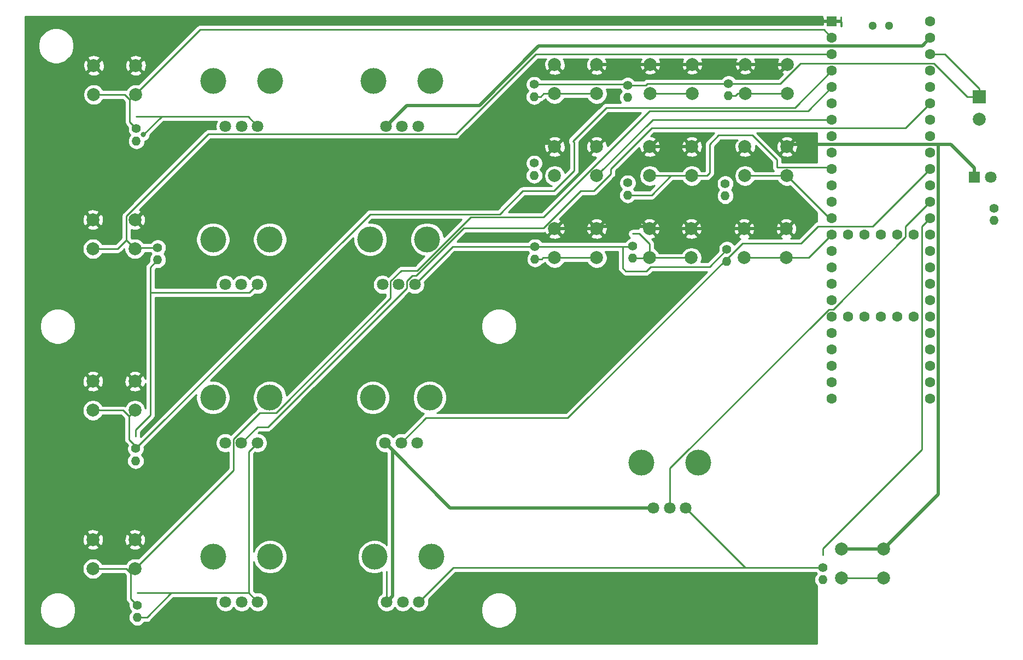
<source format=gbr>
%TF.GenerationSoftware,KiCad,Pcbnew,(5.1.4-0-10_14)*%
%TF.CreationDate,2020-08-27T08:39:53+02:00*%
%TF.ProjectId,the_mvp_v1.1,7468655f-6d76-4705-9f76-312e312e6b69,1.1*%
%TF.SameCoordinates,Original*%
%TF.FileFunction,Copper,L1,Top*%
%TF.FilePolarity,Positive*%
%FSLAX46Y46*%
G04 Gerber Fmt 4.6, Leading zero omitted, Abs format (unit mm)*
G04 Created by KiCad (PCBNEW (5.1.4-0-10_14)) date 2020-08-27 08:39:53*
%MOMM*%
%LPD*%
G04 APERTURE LIST*
%ADD10C,2.000000*%
%ADD11O,1.400000X1.400000*%
%ADD12C,1.400000*%
%ADD13C,1.800000*%
%ADD14R,1.800000X1.800000*%
%ADD15R,2.000000X2.000000*%
%ADD16C,1.300000*%
%ADD17C,1.600000*%
%ADD18R,1.600000X1.600000*%
%ADD19C,4.000000*%
%ADD20C,0.800000*%
%ADD21C,0.500000*%
%ADD22C,0.250000*%
%ADD23C,0.254000*%
G04 APERTURE END LIST*
D10*
X94130000Y-70612000D03*
X94130000Y-75112000D03*
X87630000Y-70612000D03*
X87630000Y-75112000D03*
X94003000Y-94488000D03*
X94003000Y-98988000D03*
X87503000Y-94488000D03*
X87503000Y-98988000D03*
X94003000Y-119507000D03*
X94003000Y-124007000D03*
X87503000Y-119507000D03*
X87503000Y-124007000D03*
X195032000Y-70421500D03*
X195032000Y-74921500D03*
X188532000Y-70421500D03*
X188532000Y-74921500D03*
X180172000Y-95885000D03*
X180172000Y-100385000D03*
X173672000Y-95885000D03*
X173672000Y-100385000D03*
D11*
X227076000Y-94610000D03*
D12*
X227076000Y-92710000D03*
D11*
X200533000Y-150236000D03*
D12*
X200533000Y-148336000D03*
D11*
X185674000Y-100960000D03*
D12*
X185674000Y-99060000D03*
D11*
X185420000Y-90800000D03*
D12*
X185420000Y-88900000D03*
D11*
X185928000Y-75306000D03*
D12*
X185928000Y-73406000D03*
D11*
X171069000Y-100452000D03*
D12*
X171069000Y-98552000D03*
D11*
X170307000Y-90673000D03*
D12*
X170307000Y-88773000D03*
D11*
X170307000Y-75560000D03*
D12*
X170307000Y-73660000D03*
D11*
X155956000Y-100579000D03*
D12*
X155956000Y-98679000D03*
D11*
X155829000Y-87625000D03*
D12*
X155829000Y-85725000D03*
D11*
X155829000Y-75433000D03*
D12*
X155829000Y-73533000D03*
D11*
X94361000Y-156078000D03*
D12*
X94361000Y-154178000D03*
D11*
X94107000Y-131821000D03*
D12*
X94107000Y-129921000D03*
D11*
X97536000Y-100706000D03*
D12*
X97536000Y-98806000D03*
D11*
X94234000Y-82291000D03*
D12*
X94234000Y-80391000D03*
D13*
X226568000Y-87884000D03*
D14*
X224028000Y-87884000D03*
D10*
X224790000Y-78938000D03*
D15*
X224790000Y-75438000D03*
D10*
X165504000Y-95885000D03*
X165504000Y-100385000D03*
X159004000Y-95885000D03*
X159004000Y-100385000D03*
D16*
X210820000Y-64484000D03*
X208280000Y-64484000D03*
D17*
X214630000Y-109474000D03*
X212090000Y-109474000D03*
X209550000Y-109474000D03*
X207010000Y-109474000D03*
X204470000Y-109474000D03*
X201930000Y-104394000D03*
X201930000Y-106934000D03*
X201930000Y-109474000D03*
X201930000Y-112014000D03*
X201930000Y-101854000D03*
X201930000Y-99314000D03*
X201930000Y-96774000D03*
X201930000Y-114554000D03*
X201930000Y-117094000D03*
X201930000Y-119634000D03*
X201930000Y-122174000D03*
X217170000Y-122174000D03*
X217170000Y-119634000D03*
X217170000Y-117094000D03*
X217170000Y-114554000D03*
X217170000Y-112014000D03*
X217170000Y-109474000D03*
X217170000Y-106934000D03*
X217170000Y-104394000D03*
X217170000Y-101854000D03*
X217170000Y-99314000D03*
X201930000Y-94234000D03*
X201930000Y-91694000D03*
X201930000Y-89154000D03*
X201930000Y-86614000D03*
X201930000Y-84074000D03*
X201930000Y-81534000D03*
X201930000Y-78994000D03*
X201930000Y-76454000D03*
X201930000Y-73914000D03*
X201930000Y-71374000D03*
X201930000Y-68834000D03*
X201930000Y-66294000D03*
D18*
X201930000Y-63754000D03*
D17*
X217170000Y-96774000D03*
X217170000Y-94234000D03*
X217170000Y-91694000D03*
X217170000Y-89154000D03*
X217170000Y-86614000D03*
X217170000Y-84074000D03*
X217170000Y-81534000D03*
X217170000Y-78994000D03*
X217170000Y-76454000D03*
X217170000Y-73914000D03*
X217170000Y-71374000D03*
X217170000Y-68834000D03*
X217170000Y-66294000D03*
X217170000Y-63754000D03*
X209550000Y-96774000D03*
X212090000Y-96774000D03*
X214630000Y-96774000D03*
X207010000Y-96774000D03*
X204470000Y-96774000D03*
D10*
X209954000Y-145478000D03*
X209954000Y-149978000D03*
X203454000Y-145478000D03*
X203454000Y-149978000D03*
D19*
X114890000Y-122032000D03*
X106090000Y-122032000D03*
D13*
X112990000Y-129032000D03*
X110490000Y-129032000D03*
X107990000Y-129032000D03*
D19*
X139250000Y-97521000D03*
X130450000Y-97521000D03*
D13*
X137350000Y-104521000D03*
X134850000Y-104521000D03*
X132350000Y-104521000D03*
D19*
X114930000Y-146670000D03*
X106130000Y-146670000D03*
D13*
X113030000Y-153670000D03*
X110530000Y-153670000D03*
X108030000Y-153670000D03*
D19*
X181224000Y-132128000D03*
X172424000Y-132128000D03*
D13*
X179324000Y-139128000D03*
X176824000Y-139128000D03*
X174324000Y-139128000D03*
D19*
X139886000Y-146670000D03*
X131086000Y-146670000D03*
D13*
X137986000Y-153670000D03*
X135486000Y-153670000D03*
X132986000Y-153670000D03*
D19*
X139632000Y-122032000D03*
X130832000Y-122032000D03*
D13*
X137732000Y-129032000D03*
X135232000Y-129032000D03*
X132732000Y-129032000D03*
D19*
X139758000Y-73010000D03*
X130958000Y-73010000D03*
D13*
X137858000Y-80010000D03*
X135358000Y-80010000D03*
X132858000Y-80010000D03*
D19*
X114890000Y-97521000D03*
X106090000Y-97521000D03*
D13*
X112990000Y-104521000D03*
X110490000Y-104521000D03*
X107990000Y-104521000D03*
D19*
X114930000Y-73010000D03*
X106130000Y-73010000D03*
D13*
X113030000Y-80010000D03*
X110530000Y-80010000D03*
X108030000Y-80010000D03*
D10*
X94003000Y-144018000D03*
X94003000Y-148518000D03*
X87503000Y-144018000D03*
X87503000Y-148518000D03*
X194841000Y-95885000D03*
X194841000Y-100385000D03*
X188341000Y-95885000D03*
X188341000Y-100385000D03*
X194968000Y-83185000D03*
X194968000Y-87685000D03*
X188468000Y-83185000D03*
X188468000Y-87685000D03*
X180236000Y-83185000D03*
X180236000Y-87685000D03*
X173736000Y-83185000D03*
X173736000Y-87685000D03*
X180300000Y-70421500D03*
X180300000Y-74921500D03*
X173800000Y-70421500D03*
X173800000Y-74921500D03*
X165504000Y-83185000D03*
X165504000Y-87685000D03*
X159004000Y-83185000D03*
X159004000Y-87685000D03*
X165504000Y-70485000D03*
X165504000Y-74985000D03*
X159004000Y-70485000D03*
X159004000Y-74985000D03*
D20*
X95312400Y-81314400D03*
D21*
X165504000Y-70485000D02*
X165568000Y-70421500D01*
X165568000Y-70421500D02*
X173800000Y-70421500D01*
X173800000Y-70421500D02*
X180300000Y-70421500D01*
X173736000Y-83185000D02*
X180236000Y-83185000D01*
X188212000Y-82928600D02*
X188468000Y-83185000D01*
X180236000Y-83185000D02*
X180492000Y-82928600D01*
X180172000Y-95885000D02*
X188341000Y-95885000D01*
X188341000Y-95885000D02*
X194841000Y-95885000D01*
X180172000Y-95885000D02*
X173672000Y-95885000D01*
X195032000Y-70421500D02*
X188532000Y-70421500D01*
X188532000Y-70421500D02*
X188466000Y-70355600D01*
X188466000Y-70355600D02*
X180366000Y-70355600D01*
X180366000Y-70355600D02*
X180300000Y-70421500D01*
X165504000Y-95885000D02*
X159004000Y-95885000D01*
X165504000Y-95885000D02*
X165908000Y-95481100D01*
X165908000Y-95481100D02*
X173268000Y-95481100D01*
X173268000Y-95481100D02*
X173672000Y-95885000D01*
X194968000Y-83185000D02*
X195349000Y-82804000D01*
X195349000Y-82804000D02*
X218427000Y-82804000D01*
X159004000Y-83185000D02*
X158484000Y-82665300D01*
X158484000Y-82665300D02*
X105826000Y-82665300D01*
X105826000Y-82665300D02*
X94003000Y-94488000D01*
X218427000Y-82804000D02*
X218427000Y-137005000D01*
X218427000Y-137005000D02*
X209954000Y-145478000D01*
X209954000Y-145478000D02*
X203454000Y-145478000D01*
X224028000Y-86484000D02*
X224028000Y-87884000D01*
X220348000Y-82804000D02*
X224028000Y-86484000D01*
X218427000Y-82804000D02*
X220348000Y-82804000D01*
D22*
X155829000Y-75433000D02*
X156854300Y-75433000D01*
X159004000Y-74985000D02*
X157302300Y-74985000D01*
X157302300Y-74985000D02*
X156854300Y-75433000D01*
X159004000Y-74985000D02*
X165504000Y-74985000D01*
X165504000Y-87685000D02*
X174195000Y-78994000D01*
X174195000Y-78994000D02*
X201930000Y-78994000D01*
X155956000Y-100579000D02*
X156981300Y-100579000D01*
X159004000Y-100385000D02*
X157175300Y-100385000D01*
X157175300Y-100385000D02*
X156981300Y-100579000D01*
X165504000Y-100385000D02*
X159004000Y-100385000D01*
X180300000Y-74921500D02*
X173800000Y-74921500D01*
X176986000Y-87685000D02*
X173998000Y-90673000D01*
X173998000Y-90673000D02*
X170307000Y-90673000D01*
X176986000Y-87685000D02*
X180236000Y-87685000D01*
X173736000Y-87685000D02*
X176986000Y-87685000D01*
X183007000Y-84201000D02*
X183007000Y-84328000D01*
X183007000Y-84201000D02*
X183007000Y-84328000D01*
X183007000Y-84328000D02*
X183007000Y-87249000D01*
X183007000Y-87249000D02*
X182571000Y-87685000D01*
X182571000Y-87685000D02*
X180236000Y-87685000D01*
X201930000Y-86614000D02*
X201669000Y-86352900D01*
X201669000Y-86352900D02*
X193414000Y-86352900D01*
X193414000Y-86352900D02*
X193414000Y-85209900D01*
X193414000Y-85209900D02*
X189611000Y-81407000D01*
X189611000Y-81407000D02*
X184404000Y-81407000D01*
X184404000Y-81407000D02*
X183007000Y-82804000D01*
X183007000Y-82804000D02*
X183007000Y-84201000D01*
X180172000Y-100385000D02*
X173672000Y-100385000D01*
X171069000Y-96652000D02*
X172094000Y-96652000D01*
X172094000Y-96652000D02*
X173672000Y-98229700D01*
X173672000Y-98229700D02*
X173672000Y-100385000D01*
X173605000Y-100452000D02*
X173672000Y-100385000D01*
X171069000Y-100452000D02*
X173605000Y-100452000D01*
X185928000Y-75306000D02*
X186953300Y-75306000D01*
X188532000Y-74921500D02*
X187337800Y-74921500D01*
X187337800Y-74921500D02*
X186953300Y-75306000D01*
X195032000Y-74921500D02*
X188532000Y-74921500D01*
X194968000Y-87685000D02*
X201517000Y-94234000D01*
X201517000Y-94234000D02*
X201930000Y-94234000D01*
X194968000Y-87685000D02*
X188468000Y-87685000D01*
X201930000Y-96774000D02*
X198319000Y-100385000D01*
X198319000Y-100385000D02*
X194841000Y-100385000D01*
X194841000Y-100385000D02*
X188341000Y-100385000D01*
X209954000Y-149978000D02*
X203454000Y-149978000D01*
X217170000Y-94234000D02*
X215900000Y-95504000D01*
X215900000Y-95504000D02*
X215900000Y-130044000D01*
X215900000Y-130044000D02*
X200533000Y-145411000D01*
X200533000Y-145411000D02*
X200533000Y-146436000D01*
X87503000Y-148518000D02*
X92668200Y-148518000D01*
X92668200Y-148518000D02*
X93335600Y-149185000D01*
X94003000Y-148518000D02*
X93335600Y-149185000D01*
X93335600Y-149185000D02*
X93335600Y-153153000D01*
X93335600Y-153153000D02*
X94361000Y-154178000D01*
X201930000Y-73914000D02*
X198225000Y-77618700D01*
X198225000Y-77618700D02*
X173696000Y-77618700D01*
X173696000Y-77618700D02*
X157229000Y-94085400D01*
X157229000Y-94085400D02*
X145974000Y-94085400D01*
X145974000Y-94085400D02*
X137682000Y-102377000D01*
X137682000Y-102377000D02*
X135237000Y-102377000D01*
X135237000Y-102377000D02*
X133600000Y-104015000D01*
X133600000Y-104015000D02*
X133600000Y-106645000D01*
X133600000Y-106645000D02*
X115888000Y-124357000D01*
X115888000Y-124357000D02*
X113355000Y-124357000D01*
X113355000Y-124357000D02*
X109240000Y-128473000D01*
X109240000Y-128473000D02*
X109240000Y-133281000D01*
X109240000Y-133281000D02*
X94003000Y-148518000D01*
X94107000Y-129921000D02*
X94299100Y-129729000D01*
X87503000Y-124007000D02*
X92160200Y-124007000D01*
X92160200Y-124007000D02*
X93081600Y-124928000D01*
X94299100Y-129729000D02*
X93081600Y-128511000D01*
X93081600Y-128511000D02*
X93081600Y-124928000D01*
X93081600Y-124928000D02*
X94003000Y-124007000D01*
X162052000Y-82550000D02*
X161801774Y-82299774D01*
X162052000Y-86868000D02*
X162052000Y-82550000D01*
X158873413Y-90046587D02*
X162052000Y-86868000D01*
X161801774Y-82299774D02*
X166988000Y-77113800D01*
X94299100Y-129729000D02*
X130393000Y-93635000D01*
X154054587Y-90046587D02*
X158873413Y-90046587D01*
X196190000Y-77113800D02*
X201930000Y-71374000D01*
X166988000Y-77113800D02*
X196190000Y-77113800D01*
X150466000Y-93635000D02*
X154054587Y-90046587D01*
X130393000Y-93635000D02*
X150466000Y-93635000D01*
X141259000Y-81235400D02*
X143688200Y-81235400D01*
X143688200Y-81235400D02*
X156089600Y-68834000D01*
X156089600Y-68834000D02*
X201930000Y-68834000D01*
X141259000Y-81235400D02*
X105355000Y-81235400D01*
X105355000Y-81235400D02*
X92656600Y-93933700D01*
X92656600Y-93933700D02*
X92656600Y-97641600D01*
X94003000Y-98988000D02*
X93980000Y-99011000D01*
X87503000Y-98988000D02*
X91310200Y-98988000D01*
X91310200Y-98988000D02*
X92656600Y-97641600D01*
X92656600Y-97641600D02*
X94003000Y-98988000D01*
X94185000Y-98806000D02*
X94003000Y-98988000D01*
X97536000Y-98806000D02*
X94185000Y-98806000D01*
X102821000Y-66294000D02*
X104058800Y-65056200D01*
X104058800Y-65056200D02*
X200692200Y-65056200D01*
X200692200Y-65056200D02*
X201930000Y-66294000D01*
X102821000Y-66294000D02*
X94003000Y-75112000D01*
X87503000Y-75112000D02*
X92414200Y-75112000D01*
X92414200Y-75112000D02*
X93208600Y-75906400D01*
X94003000Y-75112000D02*
X93208600Y-75906400D01*
X93208600Y-75906400D02*
X93208600Y-79365600D01*
X93208600Y-79365600D02*
X94234000Y-80391000D01*
X176824000Y-139128000D02*
X176824000Y-132982000D01*
X176824000Y-132982000D02*
X201458000Y-108349000D01*
X201458000Y-108349000D02*
X202168000Y-108349000D01*
X202168000Y-108349000D02*
X213360000Y-97156500D01*
X213360000Y-97156500D02*
X213360000Y-95504000D01*
X213360000Y-95504000D02*
X217170000Y-91694000D01*
X135232000Y-129032000D02*
X139085000Y-125179000D01*
X139085000Y-125179000D02*
X161022000Y-125179000D01*
X161022000Y-125179000D02*
X188066000Y-98135000D01*
X188066000Y-98135000D02*
X197124000Y-98135000D01*
X197124000Y-98135000D02*
X199755000Y-95504000D01*
X199755000Y-95504000D02*
X208280000Y-95504000D01*
X208280000Y-95504000D02*
X217170000Y-86614000D01*
X110490000Y-129032000D02*
X112960000Y-126562000D01*
X112960000Y-126562000D02*
X114606000Y-126562000D01*
X114606000Y-126562000D02*
X136100000Y-105068000D01*
X136100000Y-105068000D02*
X136100000Y-103959000D01*
X136100000Y-103959000D02*
X136909000Y-103151000D01*
X136909000Y-103151000D02*
X137546000Y-103151000D01*
X137546000Y-103151000D02*
X144943000Y-95753600D01*
X144943000Y-95753600D02*
X157261000Y-95753600D01*
X157261000Y-95753600D02*
X163014000Y-90001000D01*
X163014000Y-90001000D02*
X165087000Y-90001000D01*
X165087000Y-90001000D02*
X167720000Y-87368800D01*
X167720000Y-87368800D02*
X167720000Y-86601200D01*
X167720000Y-86601200D02*
X174057000Y-80264000D01*
X174057000Y-80264000D02*
X213360000Y-80264000D01*
X213360000Y-80264000D02*
X217170000Y-76454000D01*
X110490000Y-104521000D02*
X111193000Y-104521000D01*
D21*
X141810000Y-76785900D02*
X147324000Y-76785900D01*
X147324000Y-76785900D02*
X156545800Y-67564100D01*
X156545800Y-67564100D02*
X215899900Y-67564100D01*
X215899900Y-67564100D02*
X215920000Y-67544000D01*
X132858000Y-80010000D02*
X136082000Y-76785900D01*
X136082000Y-76785900D02*
X141810000Y-76785900D01*
X133886000Y-130186000D02*
X142828000Y-139128000D01*
X142828000Y-139128000D02*
X174324000Y-139128000D01*
X133632000Y-129932000D02*
X133886000Y-130186000D01*
X132732000Y-129032000D02*
X133632000Y-129932000D01*
X132986000Y-153670000D02*
X133886000Y-152770000D01*
X133886000Y-152770000D02*
X133886000Y-130186000D01*
X133632000Y-129932000D02*
X132732000Y-129032000D01*
X133886000Y-130186000D02*
X133632000Y-129932000D01*
X215920000Y-67544000D02*
X217170000Y-66294000D01*
D22*
X108457000Y-153243000D02*
X108030000Y-153670000D01*
X107990000Y-129032000D02*
X108457000Y-129499000D01*
X132986000Y-148970000D02*
X132986000Y-153670000D01*
X95312400Y-81314400D02*
X98135800Y-78491000D01*
X98135800Y-78491000D02*
X94234000Y-78491000D01*
X113030000Y-80010000D02*
X111511000Y-78491000D01*
X111511000Y-78491000D02*
X98135800Y-78491000D01*
X99645400Y-152278000D02*
X95845400Y-156078000D01*
X95845400Y-156078000D02*
X94361000Y-156078000D01*
X111638000Y-152278000D02*
X99645400Y-152278000D01*
X99645400Y-152278000D02*
X94361000Y-152278000D01*
X188532000Y-148336000D02*
X143320000Y-148336000D01*
X143320000Y-148336000D02*
X137986000Y-153670000D01*
X188532000Y-148336000D02*
X200533000Y-148336000D01*
X179324000Y-139128000D02*
X188532000Y-148336000D01*
X217170000Y-68929000D02*
X217170000Y-68834000D01*
X112990000Y-104521000D02*
X111760000Y-105751000D01*
X111760000Y-105751000D02*
X96367000Y-105751000D01*
X182988000Y-101746000D02*
X185674000Y-99060000D01*
X197503000Y-70249000D02*
X197351000Y-70249000D01*
X170307000Y-73660000D02*
X173100000Y-73660000D01*
X173100000Y-73660000D02*
X173354000Y-73406000D01*
X173354000Y-73406000D02*
X185928000Y-73406000D01*
X155829000Y-73533000D02*
X170180000Y-73533000D01*
X170180000Y-73533000D02*
X170307000Y-73660000D01*
X137294000Y-128594000D02*
X137732000Y-129032000D01*
X137350000Y-104521000D02*
X137294000Y-104577000D01*
X137986000Y-153670000D02*
X137468000Y-153152000D01*
X170942000Y-98679000D02*
X171069000Y-98552000D01*
X94107000Y-128021000D02*
X94107000Y-126996000D01*
X94107000Y-126996000D02*
X96367000Y-124736000D01*
X96367000Y-124736000D02*
X96367000Y-105751000D01*
X185801000Y-73533000D02*
X185928000Y-73406000D01*
X112990000Y-129032000D02*
X111638000Y-130384000D01*
X111638000Y-130384000D02*
X111638000Y-152278000D01*
X113030000Y-153670000D02*
X111638000Y-152278000D01*
X137350000Y-104521000D02*
X143192000Y-98679000D01*
X143192000Y-98679000D02*
X155956000Y-98679000D01*
X96367000Y-101875000D02*
X97536000Y-100706000D01*
X96367000Y-105751000D02*
X96367000Y-101875000D01*
X169545000Y-98679000D02*
X169545000Y-101981000D01*
X155956000Y-98679000D02*
X169545000Y-98679000D01*
X169545000Y-98679000D02*
X170942000Y-98679000D01*
X173195999Y-102432001D02*
X173882000Y-101746000D01*
X173882000Y-101746000D02*
X182988000Y-101746000D01*
X169996001Y-102432001D02*
X173195999Y-102432001D01*
X169545000Y-101981000D02*
X169996001Y-102432001D01*
X218301370Y-68834000D02*
X217170000Y-68834000D01*
X219436000Y-68834000D02*
X218301370Y-68834000D01*
X224790000Y-74188000D02*
X219436000Y-68834000D01*
X224790000Y-75438000D02*
X224790000Y-74188000D01*
X197086000Y-70249000D02*
X193929000Y-73406000D01*
X217710000Y-70249000D02*
X197086000Y-70249000D01*
X222899000Y-75438000D02*
X217710000Y-70249000D01*
X193929000Y-73406000D02*
X185928000Y-73406000D01*
X224790000Y-75438000D02*
X222899000Y-75438000D01*
D23*
G36*
X200495000Y-63468250D02*
G01*
X200653750Y-63627000D01*
X201803000Y-63627000D01*
X201803000Y-63607000D01*
X202057000Y-63607000D01*
X202057000Y-63627000D01*
X203206250Y-63627000D01*
X203365000Y-63468250D01*
X203367286Y-63085663D01*
X203446749Y-64516000D01*
X203367845Y-64516000D01*
X203365000Y-64039750D01*
X203206250Y-63881000D01*
X202057000Y-63881000D01*
X202057000Y-63901000D01*
X201803000Y-63901000D01*
X201803000Y-63881000D01*
X200653750Y-63881000D01*
X200495000Y-64039750D01*
X200493468Y-64296200D01*
X104096133Y-64296200D01*
X104058800Y-64292523D01*
X104021467Y-64296200D01*
X103909814Y-64307197D01*
X103766553Y-64350654D01*
X103634524Y-64421226D01*
X103518799Y-64516199D01*
X103495001Y-64545197D01*
X102310002Y-65730197D01*
X102309997Y-65730201D01*
X94518044Y-73522155D01*
X94291033Y-73477000D01*
X93968967Y-73477000D01*
X93653088Y-73539832D01*
X93355537Y-73663082D01*
X93087748Y-73842013D01*
X92860013Y-74069748D01*
X92681082Y-74337537D01*
X92658553Y-74391926D01*
X92563186Y-74362997D01*
X92451533Y-74352000D01*
X92451522Y-74352000D01*
X92414200Y-74348324D01*
X92376878Y-74352000D01*
X89084909Y-74352000D01*
X89078918Y-74337537D01*
X88899987Y-74069748D01*
X88672252Y-73842013D01*
X88404463Y-73663082D01*
X88106912Y-73539832D01*
X87791033Y-73477000D01*
X87468967Y-73477000D01*
X87153088Y-73539832D01*
X86855537Y-73663082D01*
X86587748Y-73842013D01*
X86360013Y-74069748D01*
X86181082Y-74337537D01*
X86057832Y-74635088D01*
X85995000Y-74950967D01*
X85995000Y-75273033D01*
X86057832Y-75588912D01*
X86181082Y-75886463D01*
X86360013Y-76154252D01*
X86587748Y-76381987D01*
X86855537Y-76560918D01*
X87153088Y-76684168D01*
X87468967Y-76747000D01*
X87791033Y-76747000D01*
X88106912Y-76684168D01*
X88404463Y-76560918D01*
X88672252Y-76381987D01*
X88899987Y-76154252D01*
X89078918Y-75886463D01*
X89084909Y-75872000D01*
X92099399Y-75872000D01*
X92448600Y-76221202D01*
X92448601Y-79328268D01*
X92444924Y-79365600D01*
X92448601Y-79402933D01*
X92459598Y-79514586D01*
X92467303Y-79539987D01*
X92503054Y-79657846D01*
X92573626Y-79789876D01*
X92644801Y-79876602D01*
X92668600Y-79905601D01*
X92697598Y-79929399D01*
X92920355Y-80152156D01*
X92899000Y-80259514D01*
X92899000Y-80522486D01*
X92950304Y-80780405D01*
X93050939Y-81023359D01*
X93197038Y-81242013D01*
X93292050Y-81337025D01*
X93285445Y-81342445D01*
X93118618Y-81545725D01*
X92994653Y-81777646D01*
X92918317Y-82029294D01*
X92892541Y-82291000D01*
X92918317Y-82552706D01*
X92994653Y-82804354D01*
X93118618Y-83036275D01*
X93285445Y-83239555D01*
X93488725Y-83406382D01*
X93720646Y-83530347D01*
X93972294Y-83606683D01*
X94168421Y-83626000D01*
X94299579Y-83626000D01*
X94495706Y-83606683D01*
X94747354Y-83530347D01*
X94979275Y-83406382D01*
X95182555Y-83239555D01*
X95349382Y-83036275D01*
X95473347Y-82804354D01*
X95549683Y-82552706D01*
X95572812Y-82317878D01*
X95614298Y-82309626D01*
X95802656Y-82231605D01*
X95972174Y-82118337D01*
X96116337Y-81974174D01*
X96229605Y-81804656D01*
X96307626Y-81616298D01*
X96347400Y-81416339D01*
X96347400Y-81354201D01*
X98450602Y-79251000D01*
X106691019Y-79251000D01*
X106669701Y-79282905D01*
X106553989Y-79562257D01*
X106495000Y-79858816D01*
X106495000Y-80161184D01*
X106553989Y-80457743D01*
X106561303Y-80475400D01*
X105392326Y-80475400D01*
X105355003Y-80471724D01*
X105317678Y-80475400D01*
X105317667Y-80475400D01*
X105206014Y-80486397D01*
X105062753Y-80529854D01*
X104930724Y-80600426D01*
X104930722Y-80600428D01*
X104850185Y-80666523D01*
X104814999Y-80695399D01*
X104791203Y-80724395D01*
X92145605Y-93369894D01*
X92116599Y-93393699D01*
X92070045Y-93450426D01*
X92021628Y-93509422D01*
X91951055Y-93641451D01*
X91951054Y-93641454D01*
X91907597Y-93784715D01*
X91896600Y-93896368D01*
X91896600Y-93896375D01*
X91892924Y-93933697D01*
X91896600Y-93971022D01*
X91896601Y-97326797D01*
X90995399Y-98228000D01*
X88957909Y-98228000D01*
X88951918Y-98213537D01*
X88772987Y-97945748D01*
X88545252Y-97718013D01*
X88277463Y-97539082D01*
X87979912Y-97415832D01*
X87664033Y-97353000D01*
X87341967Y-97353000D01*
X87026088Y-97415832D01*
X86728537Y-97539082D01*
X86460748Y-97718013D01*
X86233013Y-97945748D01*
X86054082Y-98213537D01*
X85930832Y-98511088D01*
X85868000Y-98826967D01*
X85868000Y-99149033D01*
X85930832Y-99464912D01*
X86054082Y-99762463D01*
X86233013Y-100030252D01*
X86460748Y-100257987D01*
X86728537Y-100436918D01*
X87026088Y-100560168D01*
X87341967Y-100623000D01*
X87664033Y-100623000D01*
X87979912Y-100560168D01*
X88277463Y-100436918D01*
X88545252Y-100257987D01*
X88772987Y-100030252D01*
X88951918Y-99762463D01*
X88957909Y-99748000D01*
X91272878Y-99748000D01*
X91310200Y-99751676D01*
X91347522Y-99748000D01*
X91347533Y-99748000D01*
X91459186Y-99737003D01*
X91602447Y-99693546D01*
X91734476Y-99622974D01*
X91850201Y-99528001D01*
X91874004Y-99498997D01*
X92368000Y-99005001D01*
X92368000Y-99149033D01*
X92430832Y-99464912D01*
X92554082Y-99762463D01*
X92733013Y-100030252D01*
X92960748Y-100257987D01*
X93228537Y-100436918D01*
X93526088Y-100560168D01*
X93841967Y-100623000D01*
X94164033Y-100623000D01*
X94479912Y-100560168D01*
X94777463Y-100436918D01*
X95045252Y-100257987D01*
X95272987Y-100030252D01*
X95451918Y-99762463D01*
X95533296Y-99566000D01*
X96438225Y-99566000D01*
X96499038Y-99657013D01*
X96594050Y-99752025D01*
X96587445Y-99757445D01*
X96420618Y-99960725D01*
X96296653Y-100192646D01*
X96220317Y-100444294D01*
X96194541Y-100706000D01*
X96218450Y-100948749D01*
X95855998Y-101311201D01*
X95827000Y-101334999D01*
X95803202Y-101363997D01*
X95803201Y-101363998D01*
X95732026Y-101450724D01*
X95661454Y-101582754D01*
X95639674Y-101654555D01*
X95622048Y-101712665D01*
X95617998Y-101726015D01*
X95603324Y-101875000D01*
X95607001Y-101912332D01*
X95607000Y-105713667D01*
X95603323Y-105751000D01*
X95607001Y-105788343D01*
X95607000Y-119169364D01*
X95600961Y-119125325D01*
X95495795Y-118820912D01*
X95402814Y-118646956D01*
X95138413Y-118551192D01*
X94182605Y-119507000D01*
X95138413Y-120462808D01*
X95402814Y-120367044D01*
X95543704Y-120077429D01*
X95607000Y-119836010D01*
X95607000Y-123690119D01*
X95575168Y-123530088D01*
X95451918Y-123232537D01*
X95272987Y-122964748D01*
X95045252Y-122737013D01*
X94777463Y-122558082D01*
X94479912Y-122434832D01*
X94164033Y-122372000D01*
X93841967Y-122372000D01*
X93526088Y-122434832D01*
X93228537Y-122558082D01*
X92960748Y-122737013D01*
X92733013Y-122964748D01*
X92554082Y-123232537D01*
X92512287Y-123333439D01*
X92452447Y-123301454D01*
X92452364Y-123301429D01*
X92452293Y-123301391D01*
X92382186Y-123280141D01*
X92309186Y-123257997D01*
X92309101Y-123257989D01*
X92309023Y-123257965D01*
X92237515Y-123250938D01*
X92197533Y-123247000D01*
X92197442Y-123247000D01*
X92160035Y-123243324D01*
X92122794Y-123247000D01*
X88957909Y-123247000D01*
X88951918Y-123232537D01*
X88772987Y-122964748D01*
X88545252Y-122737013D01*
X88277463Y-122558082D01*
X87979912Y-122434832D01*
X87664033Y-122372000D01*
X87341967Y-122372000D01*
X87026088Y-122434832D01*
X86728537Y-122558082D01*
X86460748Y-122737013D01*
X86233013Y-122964748D01*
X86054082Y-123232537D01*
X85930832Y-123530088D01*
X85868000Y-123845967D01*
X85868000Y-124168033D01*
X85930832Y-124483912D01*
X86054082Y-124781463D01*
X86233013Y-125049252D01*
X86460748Y-125276987D01*
X86728537Y-125455918D01*
X87026088Y-125579168D01*
X87341967Y-125642000D01*
X87664033Y-125642000D01*
X87979912Y-125579168D01*
X88277463Y-125455918D01*
X88545252Y-125276987D01*
X88772987Y-125049252D01*
X88951918Y-124781463D01*
X88957909Y-124767000D01*
X91845495Y-124767000D01*
X92321601Y-125242900D01*
X92321600Y-128473598D01*
X92317924Y-128510844D01*
X92321600Y-128548246D01*
X92321600Y-128548332D01*
X92325565Y-128588587D01*
X92332567Y-128659832D01*
X92332589Y-128659905D01*
X92332597Y-128659985D01*
X92354546Y-128732341D01*
X92375994Y-128803101D01*
X92376031Y-128803170D01*
X92376054Y-128803246D01*
X92411259Y-128869109D01*
X92446539Y-128935145D01*
X92446589Y-128935206D01*
X92446626Y-128935275D01*
X92495107Y-128994349D01*
X92517696Y-129021886D01*
X92517747Y-129021937D01*
X92541599Y-129051001D01*
X92570543Y-129074755D01*
X92883040Y-129387380D01*
X92823304Y-129531595D01*
X92772000Y-129789514D01*
X92772000Y-130052486D01*
X92823304Y-130310405D01*
X92923939Y-130553359D01*
X93070038Y-130772013D01*
X93165050Y-130867025D01*
X93158445Y-130872445D01*
X92991618Y-131075725D01*
X92867653Y-131307646D01*
X92791317Y-131559294D01*
X92765541Y-131821000D01*
X92791317Y-132082706D01*
X92867653Y-132334354D01*
X92991618Y-132566275D01*
X93158445Y-132769555D01*
X93361725Y-132936382D01*
X93593646Y-133060347D01*
X93845294Y-133136683D01*
X94041421Y-133156000D01*
X94172579Y-133156000D01*
X94368706Y-133136683D01*
X94620354Y-133060347D01*
X94852275Y-132936382D01*
X95055555Y-132769555D01*
X95222382Y-132566275D01*
X95346347Y-132334354D01*
X95422683Y-132082706D01*
X95448459Y-131821000D01*
X95422683Y-131559294D01*
X95346347Y-131307646D01*
X95222382Y-131075725D01*
X95055555Y-130872445D01*
X95048950Y-130867025D01*
X95143962Y-130772013D01*
X95290061Y-130553359D01*
X95390696Y-130310405D01*
X95442000Y-130052486D01*
X95442000Y-129789514D01*
X95420661Y-129682238D01*
X103485938Y-121616939D01*
X103455000Y-121772475D01*
X103455000Y-122291525D01*
X103556261Y-122800601D01*
X103754893Y-123280141D01*
X104043262Y-123711715D01*
X104410285Y-124078738D01*
X104841859Y-124367107D01*
X105321399Y-124565739D01*
X105830475Y-124667000D01*
X106349525Y-124667000D01*
X106858601Y-124565739D01*
X107338141Y-124367107D01*
X107769715Y-124078738D01*
X108136738Y-123711715D01*
X108425107Y-123280141D01*
X108623739Y-122800601D01*
X108725000Y-122291525D01*
X108725000Y-121772475D01*
X108623739Y-121263399D01*
X108425107Y-120783859D01*
X108136738Y-120352285D01*
X107769715Y-119985262D01*
X107338141Y-119696893D01*
X106858601Y-119498261D01*
X106349525Y-119397000D01*
X105830475Y-119397000D01*
X105674932Y-119427939D01*
X127815000Y-97287811D01*
X127815000Y-97780525D01*
X127916261Y-98289601D01*
X128114893Y-98769141D01*
X128403262Y-99200715D01*
X128770285Y-99567738D01*
X129201859Y-99856107D01*
X129681399Y-100054739D01*
X130190475Y-100156000D01*
X130709525Y-100156000D01*
X131218601Y-100054739D01*
X131698141Y-99856107D01*
X132129715Y-99567738D01*
X132496738Y-99200715D01*
X132785107Y-98769141D01*
X132983739Y-98289601D01*
X133085000Y-97780525D01*
X133085000Y-97261475D01*
X132983739Y-96752399D01*
X132785107Y-96272859D01*
X132496738Y-95841285D01*
X132129715Y-95474262D01*
X131698141Y-95185893D01*
X131218601Y-94987261D01*
X130709525Y-94886000D01*
X130216804Y-94886000D01*
X130707803Y-94395000D01*
X144589557Y-94395000D01*
X141858114Y-97126311D01*
X141783739Y-96752399D01*
X141585107Y-96272859D01*
X141296738Y-95841285D01*
X140929715Y-95474262D01*
X140498141Y-95185893D01*
X140018601Y-94987261D01*
X139509525Y-94886000D01*
X138990475Y-94886000D01*
X138481399Y-94987261D01*
X138001859Y-95185893D01*
X137570285Y-95474262D01*
X137203262Y-95841285D01*
X136914893Y-96272859D01*
X136716261Y-96752399D01*
X136615000Y-97261475D01*
X136615000Y-97780525D01*
X136716261Y-98289601D01*
X136914893Y-98769141D01*
X137203262Y-99200715D01*
X137570285Y-99567738D01*
X138001859Y-99856107D01*
X138481399Y-100054739D01*
X138855190Y-100129090D01*
X137367209Y-101617000D01*
X135274207Y-101617000D01*
X135236766Y-101613324D01*
X135164609Y-101620453D01*
X135088014Y-101627997D01*
X135087900Y-101628032D01*
X135087785Y-101628043D01*
X135016641Y-101649647D01*
X134944753Y-101671454D01*
X134944650Y-101671509D01*
X134944538Y-101671543D01*
X134879016Y-101706591D01*
X134812724Y-101742026D01*
X134812632Y-101742101D01*
X134812530Y-101742156D01*
X134755078Y-101789335D01*
X134696999Y-101836999D01*
X134673127Y-101866088D01*
X133258300Y-103281779D01*
X133077095Y-103160701D01*
X132797743Y-103044989D01*
X132501184Y-102986000D01*
X132198816Y-102986000D01*
X131902257Y-103044989D01*
X131622905Y-103160701D01*
X131371495Y-103328688D01*
X131157688Y-103542495D01*
X130989701Y-103793905D01*
X130873989Y-104073257D01*
X130815000Y-104369816D01*
X130815000Y-104672184D01*
X130873989Y-104968743D01*
X130989701Y-105248095D01*
X131157688Y-105499505D01*
X131371495Y-105713312D01*
X131622905Y-105881299D01*
X131902257Y-105997011D01*
X132198816Y-106056000D01*
X132501184Y-106056000D01*
X132797743Y-105997011D01*
X132840001Y-105979507D01*
X132840001Y-106330197D01*
X117503884Y-121666315D01*
X117423739Y-121263399D01*
X117225107Y-120783859D01*
X116936738Y-120352285D01*
X116569715Y-119985262D01*
X116138141Y-119696893D01*
X115658601Y-119498261D01*
X115149525Y-119397000D01*
X114630475Y-119397000D01*
X114121399Y-119498261D01*
X113641859Y-119696893D01*
X113210285Y-119985262D01*
X112843262Y-120352285D01*
X112554893Y-120783859D01*
X112356261Y-121263399D01*
X112255000Y-121772475D01*
X112255000Y-122291525D01*
X112356261Y-122800601D01*
X112554893Y-123280141D01*
X112843262Y-123711715D01*
X112888347Y-123756800D01*
X112870832Y-123771178D01*
X112814999Y-123816999D01*
X112791174Y-123846030D01*
X108866577Y-127771582D01*
X108717095Y-127671701D01*
X108437743Y-127555989D01*
X108141184Y-127497000D01*
X107838816Y-127497000D01*
X107542257Y-127555989D01*
X107262905Y-127671701D01*
X107011495Y-127839688D01*
X106797688Y-128053495D01*
X106629701Y-128304905D01*
X106513989Y-128584257D01*
X106455000Y-128880816D01*
X106455000Y-129183184D01*
X106513989Y-129479743D01*
X106629701Y-129759095D01*
X106797688Y-130010505D01*
X107011495Y-130224312D01*
X107262905Y-130392299D01*
X107542257Y-130508011D01*
X107838816Y-130567000D01*
X108141184Y-130567000D01*
X108437743Y-130508011D01*
X108480000Y-130490507D01*
X108480001Y-132966197D01*
X94494376Y-146951823D01*
X94479912Y-146945832D01*
X94164033Y-146883000D01*
X93841967Y-146883000D01*
X93526088Y-146945832D01*
X93228537Y-147069082D01*
X92960748Y-147248013D01*
X92733013Y-147475748D01*
X92554082Y-147743537D01*
X92548091Y-147758000D01*
X88957909Y-147758000D01*
X88951918Y-147743537D01*
X88772987Y-147475748D01*
X88545252Y-147248013D01*
X88277463Y-147069082D01*
X87979912Y-146945832D01*
X87664033Y-146883000D01*
X87341967Y-146883000D01*
X87026088Y-146945832D01*
X86728537Y-147069082D01*
X86460748Y-147248013D01*
X86233013Y-147475748D01*
X86054082Y-147743537D01*
X85930832Y-148041088D01*
X85868000Y-148356967D01*
X85868000Y-148679033D01*
X85930832Y-148994912D01*
X86054082Y-149292463D01*
X86233013Y-149560252D01*
X86460748Y-149787987D01*
X86728537Y-149966918D01*
X87026088Y-150090168D01*
X87341967Y-150153000D01*
X87664033Y-150153000D01*
X87979912Y-150090168D01*
X88277463Y-149966918D01*
X88545252Y-149787987D01*
X88772987Y-149560252D01*
X88951918Y-149292463D01*
X88957909Y-149278000D01*
X92353532Y-149278000D01*
X92575600Y-149499935D01*
X92575601Y-153115741D01*
X92571924Y-153153148D01*
X92579258Y-153227463D01*
X92586598Y-153301986D01*
X92586620Y-153302057D01*
X92586627Y-153302132D01*
X92608987Y-153375795D01*
X92630055Y-153445247D01*
X92630088Y-153445309D01*
X92630111Y-153445384D01*
X92666438Y-153513313D01*
X92700627Y-153577276D01*
X92700674Y-153577333D01*
X92700709Y-153577399D01*
X92747996Y-153634996D01*
X92795600Y-153693001D01*
X92824657Y-153716847D01*
X93047305Y-153939409D01*
X93026000Y-154046514D01*
X93026000Y-154309486D01*
X93077304Y-154567405D01*
X93177939Y-154810359D01*
X93324038Y-155029013D01*
X93419050Y-155124025D01*
X93412445Y-155129445D01*
X93245618Y-155332725D01*
X93121653Y-155564646D01*
X93045317Y-155816294D01*
X93019541Y-156078000D01*
X93045317Y-156339706D01*
X93121653Y-156591354D01*
X93245618Y-156823275D01*
X93412445Y-157026555D01*
X93615725Y-157193382D01*
X93847646Y-157317347D01*
X94099294Y-157393683D01*
X94295421Y-157413000D01*
X94426579Y-157413000D01*
X94622706Y-157393683D01*
X94874354Y-157317347D01*
X95106275Y-157193382D01*
X95309555Y-157026555D01*
X95464298Y-156838000D01*
X95808078Y-156838000D01*
X95845400Y-156841676D01*
X95882722Y-156838000D01*
X95882733Y-156838000D01*
X95994386Y-156827003D01*
X96137647Y-156783546D01*
X96269676Y-156712974D01*
X96385401Y-156618001D01*
X96409204Y-156588997D01*
X99960202Y-153038000D01*
X106630311Y-153038000D01*
X106553989Y-153222257D01*
X106495000Y-153518816D01*
X106495000Y-153821184D01*
X106553989Y-154117743D01*
X106669701Y-154397095D01*
X106837688Y-154648505D01*
X107051495Y-154862312D01*
X107302905Y-155030299D01*
X107582257Y-155146011D01*
X107878816Y-155205000D01*
X108181184Y-155205000D01*
X108477743Y-155146011D01*
X108757095Y-155030299D01*
X109008505Y-154862312D01*
X109222312Y-154648505D01*
X109280000Y-154562169D01*
X109337688Y-154648505D01*
X109551495Y-154862312D01*
X109802905Y-155030299D01*
X110082257Y-155146011D01*
X110378816Y-155205000D01*
X110681184Y-155205000D01*
X110977743Y-155146011D01*
X111257095Y-155030299D01*
X111508505Y-154862312D01*
X111722312Y-154648505D01*
X111780000Y-154562169D01*
X111837688Y-154648505D01*
X112051495Y-154862312D01*
X112302905Y-155030299D01*
X112582257Y-155146011D01*
X112878816Y-155205000D01*
X113181184Y-155205000D01*
X113477743Y-155146011D01*
X113757095Y-155030299D01*
X114008505Y-154862312D01*
X114222312Y-154648505D01*
X114390299Y-154397095D01*
X114506011Y-154117743D01*
X114565000Y-153821184D01*
X114565000Y-153518816D01*
X114506011Y-153222257D01*
X114390299Y-152942905D01*
X114222312Y-152691495D01*
X114008505Y-152477688D01*
X113757095Y-152309701D01*
X113477743Y-152193989D01*
X113181184Y-152135000D01*
X112878816Y-152135000D01*
X112621070Y-152186269D01*
X112398000Y-151963199D01*
X112398000Y-147442799D01*
X112594893Y-147918141D01*
X112883262Y-148349715D01*
X113250285Y-148716738D01*
X113681859Y-149005107D01*
X114161399Y-149203739D01*
X114670475Y-149305000D01*
X115189525Y-149305000D01*
X115698601Y-149203739D01*
X116178141Y-149005107D01*
X116609715Y-148716738D01*
X116976738Y-148349715D01*
X117265107Y-147918141D01*
X117463739Y-147438601D01*
X117565000Y-146929525D01*
X117565000Y-146410475D01*
X117463739Y-145901399D01*
X117265107Y-145421859D01*
X116976738Y-144990285D01*
X116609715Y-144623262D01*
X116178141Y-144334893D01*
X115698601Y-144136261D01*
X115189525Y-144035000D01*
X114670475Y-144035000D01*
X114161399Y-144136261D01*
X113681859Y-144334893D01*
X113250285Y-144623262D01*
X112883262Y-144990285D01*
X112594893Y-145421859D01*
X112398000Y-145897201D01*
X112398000Y-130698801D01*
X112581070Y-130515731D01*
X112838816Y-130567000D01*
X113141184Y-130567000D01*
X113437743Y-130508011D01*
X113717095Y-130392299D01*
X113968505Y-130224312D01*
X114182312Y-130010505D01*
X114350299Y-129759095D01*
X114466011Y-129479743D01*
X114525000Y-129183184D01*
X114525000Y-128880816D01*
X114466011Y-128584257D01*
X114350299Y-128304905D01*
X114182312Y-128053495D01*
X113968505Y-127839688D01*
X113717095Y-127671701D01*
X113437743Y-127555989D01*
X113141184Y-127497000D01*
X113099803Y-127497000D01*
X113274803Y-127322000D01*
X114568678Y-127322000D01*
X114606000Y-127325676D01*
X114643322Y-127322000D01*
X114643333Y-127322000D01*
X114754986Y-127311003D01*
X114898247Y-127267546D01*
X115030276Y-127196974D01*
X115146001Y-127102001D01*
X115169804Y-127072997D01*
X120470326Y-121772475D01*
X128197000Y-121772475D01*
X128197000Y-122291525D01*
X128298261Y-122800601D01*
X128496893Y-123280141D01*
X128785262Y-123711715D01*
X129152285Y-124078738D01*
X129583859Y-124367107D01*
X130063399Y-124565739D01*
X130572475Y-124667000D01*
X131091525Y-124667000D01*
X131600601Y-124565739D01*
X132080141Y-124367107D01*
X132511715Y-124078738D01*
X132878738Y-123711715D01*
X133167107Y-123280141D01*
X133365739Y-122800601D01*
X133467000Y-122291525D01*
X133467000Y-121772475D01*
X133365739Y-121263399D01*
X133167107Y-120783859D01*
X132878738Y-120352285D01*
X132511715Y-119985262D01*
X132080141Y-119696893D01*
X131600601Y-119498261D01*
X131091525Y-119397000D01*
X130572475Y-119397000D01*
X130063399Y-119498261D01*
X129583859Y-119696893D01*
X129152285Y-119985262D01*
X128785262Y-120352285D01*
X128496893Y-120783859D01*
X128298261Y-121263399D01*
X128197000Y-121772475D01*
X120470326Y-121772475D01*
X131517100Y-110725701D01*
X147583000Y-110725701D01*
X147583000Y-111274299D01*
X147690026Y-111812354D01*
X147899965Y-112319192D01*
X148204750Y-112775334D01*
X148592666Y-113163250D01*
X149048808Y-113468035D01*
X149555646Y-113677974D01*
X150093701Y-113785000D01*
X150642299Y-113785000D01*
X151180354Y-113677974D01*
X151687192Y-113468035D01*
X152143334Y-113163250D01*
X152531250Y-112775334D01*
X152836035Y-112319192D01*
X153045974Y-111812354D01*
X153153000Y-111274299D01*
X153153000Y-110725701D01*
X153045974Y-110187646D01*
X152836035Y-109680808D01*
X152531250Y-109224666D01*
X152143334Y-108836750D01*
X151687192Y-108531965D01*
X151180354Y-108322026D01*
X150642299Y-108215000D01*
X150093701Y-108215000D01*
X149555646Y-108322026D01*
X149048808Y-108531965D01*
X148592666Y-108836750D01*
X148204750Y-109224666D01*
X147899965Y-109680808D01*
X147690026Y-110187646D01*
X147583000Y-110725701D01*
X131517100Y-110725701D01*
X136466206Y-105776596D01*
X136622905Y-105881299D01*
X136902257Y-105997011D01*
X137198816Y-106056000D01*
X137501184Y-106056000D01*
X137797743Y-105997011D01*
X138077095Y-105881299D01*
X138328505Y-105713312D01*
X138542312Y-105499505D01*
X138710299Y-105248095D01*
X138826011Y-104968743D01*
X138885000Y-104672184D01*
X138885000Y-104369816D01*
X138833731Y-104112070D01*
X143506802Y-99439000D01*
X154858225Y-99439000D01*
X154919038Y-99530013D01*
X155014050Y-99625025D01*
X155007445Y-99630445D01*
X154840618Y-99833725D01*
X154716653Y-100065646D01*
X154640317Y-100317294D01*
X154614541Y-100579000D01*
X154640317Y-100840706D01*
X154716653Y-101092354D01*
X154840618Y-101324275D01*
X155007445Y-101527555D01*
X155210725Y-101694382D01*
X155442646Y-101818347D01*
X155694294Y-101894683D01*
X155890421Y-101914000D01*
X156021579Y-101914000D01*
X156217706Y-101894683D01*
X156469354Y-101818347D01*
X156701275Y-101694382D01*
X156904555Y-101527555D01*
X157062874Y-101334643D01*
X157130286Y-101328003D01*
X157273547Y-101284546D01*
X157405576Y-101213974D01*
X157489621Y-101145000D01*
X157549091Y-101145000D01*
X157555082Y-101159463D01*
X157734013Y-101427252D01*
X157961748Y-101654987D01*
X158229537Y-101833918D01*
X158527088Y-101957168D01*
X158842967Y-102020000D01*
X159165033Y-102020000D01*
X159480912Y-101957168D01*
X159778463Y-101833918D01*
X160046252Y-101654987D01*
X160273987Y-101427252D01*
X160452918Y-101159463D01*
X160458909Y-101145000D01*
X164049091Y-101145000D01*
X164055082Y-101159463D01*
X164234013Y-101427252D01*
X164461748Y-101654987D01*
X164729537Y-101833918D01*
X165027088Y-101957168D01*
X165342967Y-102020000D01*
X165665033Y-102020000D01*
X165980912Y-101957168D01*
X166278463Y-101833918D01*
X166546252Y-101654987D01*
X166773987Y-101427252D01*
X166952918Y-101159463D01*
X167076168Y-100861912D01*
X167139000Y-100546033D01*
X167139000Y-100223967D01*
X167076168Y-99908088D01*
X166952918Y-99610537D01*
X166838301Y-99439000D01*
X168785000Y-99439000D01*
X168785001Y-101943668D01*
X168781324Y-101981000D01*
X168785001Y-102018333D01*
X168795998Y-102129986D01*
X168807301Y-102167246D01*
X168839454Y-102273246D01*
X168910026Y-102405276D01*
X168981201Y-102492002D01*
X169005000Y-102521001D01*
X169033998Y-102544799D01*
X169432197Y-102942998D01*
X169456000Y-102972002D01*
X169571725Y-103066975D01*
X169703754Y-103137547D01*
X169847015Y-103181004D01*
X169958668Y-103192001D01*
X169958676Y-103192001D01*
X169996001Y-103195677D01*
X170033326Y-103192001D01*
X173158677Y-103192001D01*
X173195999Y-103195677D01*
X173233321Y-103192001D01*
X173233332Y-103192001D01*
X173344985Y-103181004D01*
X173488246Y-103137547D01*
X173620275Y-103066975D01*
X173736000Y-102972002D01*
X173759802Y-102942999D01*
X174196802Y-102506000D01*
X182620198Y-102506000D01*
X160707199Y-124419000D01*
X140754860Y-124419000D01*
X140880141Y-124367107D01*
X141311715Y-124078738D01*
X141678738Y-123711715D01*
X141967107Y-123280141D01*
X142165739Y-122800601D01*
X142267000Y-122291525D01*
X142267000Y-121772475D01*
X142165739Y-121263399D01*
X141967107Y-120783859D01*
X141678738Y-120352285D01*
X141311715Y-119985262D01*
X140880141Y-119696893D01*
X140400601Y-119498261D01*
X139891525Y-119397000D01*
X139372475Y-119397000D01*
X138863399Y-119498261D01*
X138383859Y-119696893D01*
X137952285Y-119985262D01*
X137585262Y-120352285D01*
X137296893Y-120783859D01*
X137098261Y-121263399D01*
X136997000Y-121772475D01*
X136997000Y-122291525D01*
X137098261Y-122800601D01*
X137296893Y-123280141D01*
X137585262Y-123711715D01*
X137952285Y-124078738D01*
X138383859Y-124367107D01*
X138726325Y-124508961D01*
X138660724Y-124544026D01*
X138544999Y-124638999D01*
X138521201Y-124667997D01*
X135640930Y-127548269D01*
X135383184Y-127497000D01*
X135080816Y-127497000D01*
X134784257Y-127555989D01*
X134504905Y-127671701D01*
X134253495Y-127839688D01*
X134039688Y-128053495D01*
X133982000Y-128139831D01*
X133924312Y-128053495D01*
X133710505Y-127839688D01*
X133459095Y-127671701D01*
X133179743Y-127555989D01*
X132883184Y-127497000D01*
X132580816Y-127497000D01*
X132284257Y-127555989D01*
X132004905Y-127671701D01*
X131753495Y-127839688D01*
X131539688Y-128053495D01*
X131371701Y-128304905D01*
X131255989Y-128584257D01*
X131197000Y-128880816D01*
X131197000Y-129183184D01*
X131255989Y-129479743D01*
X131371701Y-129759095D01*
X131539688Y-130010505D01*
X131753495Y-130224312D01*
X132004905Y-130392299D01*
X132284257Y-130508011D01*
X132580816Y-130567000D01*
X132883184Y-130567000D01*
X132993482Y-130545061D01*
X133001001Y-130552580D01*
X133001000Y-144858547D01*
X132765715Y-144623262D01*
X132334141Y-144334893D01*
X131854601Y-144136261D01*
X131345525Y-144035000D01*
X130826475Y-144035000D01*
X130317399Y-144136261D01*
X129837859Y-144334893D01*
X129406285Y-144623262D01*
X129039262Y-144990285D01*
X128750893Y-145421859D01*
X128552261Y-145901399D01*
X128451000Y-146410475D01*
X128451000Y-146929525D01*
X128552261Y-147438601D01*
X128750893Y-147918141D01*
X129039262Y-148349715D01*
X129406285Y-148716738D01*
X129837859Y-149005107D01*
X130317399Y-149203739D01*
X130826475Y-149305000D01*
X131345525Y-149305000D01*
X131854601Y-149203739D01*
X132226000Y-149049900D01*
X132226001Y-152331687D01*
X132007495Y-152477688D01*
X131793688Y-152691495D01*
X131625701Y-152942905D01*
X131509989Y-153222257D01*
X131451000Y-153518816D01*
X131451000Y-153821184D01*
X131509989Y-154117743D01*
X131625701Y-154397095D01*
X131793688Y-154648505D01*
X132007495Y-154862312D01*
X132258905Y-155030299D01*
X132538257Y-155146011D01*
X132834816Y-155205000D01*
X133137184Y-155205000D01*
X133433743Y-155146011D01*
X133713095Y-155030299D01*
X133964505Y-154862312D01*
X134178312Y-154648505D01*
X134236000Y-154562169D01*
X134293688Y-154648505D01*
X134507495Y-154862312D01*
X134758905Y-155030299D01*
X135038257Y-155146011D01*
X135334816Y-155205000D01*
X135637184Y-155205000D01*
X135933743Y-155146011D01*
X136213095Y-155030299D01*
X136464505Y-154862312D01*
X136678312Y-154648505D01*
X136736000Y-154562169D01*
X136793688Y-154648505D01*
X137007495Y-154862312D01*
X137258905Y-155030299D01*
X137538257Y-155146011D01*
X137834816Y-155205000D01*
X138137184Y-155205000D01*
X138433743Y-155146011D01*
X138713095Y-155030299D01*
X138964505Y-154862312D01*
X139161116Y-154665701D01*
X147583000Y-154665701D01*
X147583000Y-155214299D01*
X147690026Y-155752354D01*
X147899965Y-156259192D01*
X148204750Y-156715334D01*
X148592666Y-157103250D01*
X149048808Y-157408035D01*
X149555646Y-157617974D01*
X150093701Y-157725000D01*
X150642299Y-157725000D01*
X151180354Y-157617974D01*
X151687192Y-157408035D01*
X152143334Y-157103250D01*
X152531250Y-156715334D01*
X152836035Y-156259192D01*
X153045974Y-155752354D01*
X153153000Y-155214299D01*
X153153000Y-154665701D01*
X153045974Y-154127646D01*
X152836035Y-153620808D01*
X152531250Y-153164666D01*
X152143334Y-152776750D01*
X151687192Y-152471965D01*
X151180354Y-152262026D01*
X150642299Y-152155000D01*
X150093701Y-152155000D01*
X149555646Y-152262026D01*
X149048808Y-152471965D01*
X148592666Y-152776750D01*
X148204750Y-153164666D01*
X147899965Y-153620808D01*
X147690026Y-154127646D01*
X147583000Y-154665701D01*
X139161116Y-154665701D01*
X139178312Y-154648505D01*
X139346299Y-154397095D01*
X139462011Y-154117743D01*
X139521000Y-153821184D01*
X139521000Y-153518816D01*
X139469731Y-153261070D01*
X143634802Y-149096000D01*
X188494676Y-149096000D01*
X188531999Y-149099676D01*
X188569322Y-149096000D01*
X199435225Y-149096000D01*
X199496038Y-149187013D01*
X199591050Y-149282025D01*
X199584445Y-149287445D01*
X199417618Y-149490725D01*
X199293653Y-149722646D01*
X199217317Y-149974294D01*
X199191541Y-150236000D01*
X199217317Y-150497706D01*
X199293653Y-150749354D01*
X199417618Y-150981275D01*
X199584445Y-151184555D01*
X199644000Y-151233430D01*
X199644000Y-160097000D01*
X77012000Y-160097000D01*
X77012000Y-154665701D01*
X79257000Y-154665701D01*
X79257000Y-155214299D01*
X79364026Y-155752354D01*
X79573965Y-156259192D01*
X79878750Y-156715334D01*
X80266666Y-157103250D01*
X80722808Y-157408035D01*
X81229646Y-157617974D01*
X81767701Y-157725000D01*
X82316299Y-157725000D01*
X82854354Y-157617974D01*
X83361192Y-157408035D01*
X83817334Y-157103250D01*
X84205250Y-156715334D01*
X84510035Y-156259192D01*
X84719974Y-155752354D01*
X84827000Y-155214299D01*
X84827000Y-154665701D01*
X84719974Y-154127646D01*
X84510035Y-153620808D01*
X84205250Y-153164666D01*
X83817334Y-152776750D01*
X83361192Y-152471965D01*
X82854354Y-152262026D01*
X82316299Y-152155000D01*
X81767701Y-152155000D01*
X81229646Y-152262026D01*
X80722808Y-152471965D01*
X80266666Y-152776750D01*
X79878750Y-153164666D01*
X79573965Y-153620808D01*
X79364026Y-154127646D01*
X79257000Y-154665701D01*
X77012000Y-154665701D01*
X77012000Y-145153413D01*
X86547192Y-145153413D01*
X86642956Y-145417814D01*
X86932571Y-145558704D01*
X87244108Y-145640384D01*
X87565595Y-145659718D01*
X87884675Y-145615961D01*
X88189088Y-145510795D01*
X88363044Y-145417814D01*
X88458808Y-145153413D01*
X93047192Y-145153413D01*
X93142956Y-145417814D01*
X93432571Y-145558704D01*
X93744108Y-145640384D01*
X94065595Y-145659718D01*
X94384675Y-145615961D01*
X94689088Y-145510795D01*
X94863044Y-145417814D01*
X94958808Y-145153413D01*
X94003000Y-144197605D01*
X93047192Y-145153413D01*
X88458808Y-145153413D01*
X87503000Y-144197605D01*
X86547192Y-145153413D01*
X77012000Y-145153413D01*
X77012000Y-144080595D01*
X85861282Y-144080595D01*
X85905039Y-144399675D01*
X86010205Y-144704088D01*
X86103186Y-144878044D01*
X86367587Y-144973808D01*
X87323395Y-144018000D01*
X87682605Y-144018000D01*
X88638413Y-144973808D01*
X88902814Y-144878044D01*
X89043704Y-144588429D01*
X89125384Y-144276892D01*
X89137189Y-144080595D01*
X92361282Y-144080595D01*
X92405039Y-144399675D01*
X92510205Y-144704088D01*
X92603186Y-144878044D01*
X92867587Y-144973808D01*
X93823395Y-144018000D01*
X94182605Y-144018000D01*
X95138413Y-144973808D01*
X95402814Y-144878044D01*
X95543704Y-144588429D01*
X95625384Y-144276892D01*
X95644718Y-143955405D01*
X95600961Y-143636325D01*
X95495795Y-143331912D01*
X95402814Y-143157956D01*
X95138413Y-143062192D01*
X94182605Y-144018000D01*
X93823395Y-144018000D01*
X92867587Y-143062192D01*
X92603186Y-143157956D01*
X92462296Y-143447571D01*
X92380616Y-143759108D01*
X92361282Y-144080595D01*
X89137189Y-144080595D01*
X89144718Y-143955405D01*
X89100961Y-143636325D01*
X88995795Y-143331912D01*
X88902814Y-143157956D01*
X88638413Y-143062192D01*
X87682605Y-144018000D01*
X87323395Y-144018000D01*
X86367587Y-143062192D01*
X86103186Y-143157956D01*
X85962296Y-143447571D01*
X85880616Y-143759108D01*
X85861282Y-144080595D01*
X77012000Y-144080595D01*
X77012000Y-142882587D01*
X86547192Y-142882587D01*
X87503000Y-143838395D01*
X88458808Y-142882587D01*
X93047192Y-142882587D01*
X94003000Y-143838395D01*
X94958808Y-142882587D01*
X94863044Y-142618186D01*
X94573429Y-142477296D01*
X94261892Y-142395616D01*
X93940405Y-142376282D01*
X93621325Y-142420039D01*
X93316912Y-142525205D01*
X93142956Y-142618186D01*
X93047192Y-142882587D01*
X88458808Y-142882587D01*
X88363044Y-142618186D01*
X88073429Y-142477296D01*
X87761892Y-142395616D01*
X87440405Y-142376282D01*
X87121325Y-142420039D01*
X86816912Y-142525205D01*
X86642956Y-142618186D01*
X86547192Y-142882587D01*
X77012000Y-142882587D01*
X77012000Y-120642413D01*
X86547192Y-120642413D01*
X86642956Y-120906814D01*
X86932571Y-121047704D01*
X87244108Y-121129384D01*
X87565595Y-121148718D01*
X87884675Y-121104961D01*
X88189088Y-120999795D01*
X88363044Y-120906814D01*
X88458808Y-120642413D01*
X93047192Y-120642413D01*
X93142956Y-120906814D01*
X93432571Y-121047704D01*
X93744108Y-121129384D01*
X94065595Y-121148718D01*
X94384675Y-121104961D01*
X94689088Y-120999795D01*
X94863044Y-120906814D01*
X94958808Y-120642413D01*
X94003000Y-119686605D01*
X93047192Y-120642413D01*
X88458808Y-120642413D01*
X87503000Y-119686605D01*
X86547192Y-120642413D01*
X77012000Y-120642413D01*
X77012000Y-119569595D01*
X85861282Y-119569595D01*
X85905039Y-119888675D01*
X86010205Y-120193088D01*
X86103186Y-120367044D01*
X86367587Y-120462808D01*
X87323395Y-119507000D01*
X87682605Y-119507000D01*
X88638413Y-120462808D01*
X88902814Y-120367044D01*
X89043704Y-120077429D01*
X89125384Y-119765892D01*
X89137189Y-119569595D01*
X92361282Y-119569595D01*
X92405039Y-119888675D01*
X92510205Y-120193088D01*
X92603186Y-120367044D01*
X92867587Y-120462808D01*
X93823395Y-119507000D01*
X92867587Y-118551192D01*
X92603186Y-118646956D01*
X92462296Y-118936571D01*
X92380616Y-119248108D01*
X92361282Y-119569595D01*
X89137189Y-119569595D01*
X89144718Y-119444405D01*
X89100961Y-119125325D01*
X88995795Y-118820912D01*
X88902814Y-118646956D01*
X88638413Y-118551192D01*
X87682605Y-119507000D01*
X87323395Y-119507000D01*
X86367587Y-118551192D01*
X86103186Y-118646956D01*
X85962296Y-118936571D01*
X85880616Y-119248108D01*
X85861282Y-119569595D01*
X77012000Y-119569595D01*
X77012000Y-118371587D01*
X86547192Y-118371587D01*
X87503000Y-119327395D01*
X88458808Y-118371587D01*
X93047192Y-118371587D01*
X94003000Y-119327395D01*
X94958808Y-118371587D01*
X94863044Y-118107186D01*
X94573429Y-117966296D01*
X94261892Y-117884616D01*
X93940405Y-117865282D01*
X93621325Y-117909039D01*
X93316912Y-118014205D01*
X93142956Y-118107186D01*
X93047192Y-118371587D01*
X88458808Y-118371587D01*
X88363044Y-118107186D01*
X88073429Y-117966296D01*
X87761892Y-117884616D01*
X87440405Y-117865282D01*
X87121325Y-117909039D01*
X86816912Y-118014205D01*
X86642956Y-118107186D01*
X86547192Y-118371587D01*
X77012000Y-118371587D01*
X77012000Y-110723701D01*
X79257000Y-110723701D01*
X79257000Y-111272299D01*
X79364026Y-111810354D01*
X79573965Y-112317192D01*
X79878750Y-112773334D01*
X80266666Y-113161250D01*
X80722808Y-113466035D01*
X81229646Y-113675974D01*
X81767701Y-113783000D01*
X82316299Y-113783000D01*
X82854354Y-113675974D01*
X83361192Y-113466035D01*
X83817334Y-113161250D01*
X84205250Y-112773334D01*
X84510035Y-112317192D01*
X84719974Y-111810354D01*
X84827000Y-111272299D01*
X84827000Y-110723701D01*
X84719974Y-110185646D01*
X84510035Y-109678808D01*
X84205250Y-109222666D01*
X83817334Y-108834750D01*
X83361192Y-108529965D01*
X82854354Y-108320026D01*
X82316299Y-108213000D01*
X81767701Y-108213000D01*
X81229646Y-108320026D01*
X80722808Y-108529965D01*
X80266666Y-108834750D01*
X79878750Y-109222666D01*
X79573965Y-109678808D01*
X79364026Y-110185646D01*
X79257000Y-110723701D01*
X77012000Y-110723701D01*
X77012000Y-95623413D01*
X86547192Y-95623413D01*
X86642956Y-95887814D01*
X86932571Y-96028704D01*
X87244108Y-96110384D01*
X87565595Y-96129718D01*
X87884675Y-96085961D01*
X88189088Y-95980795D01*
X88363044Y-95887814D01*
X88458808Y-95623413D01*
X87503000Y-94667605D01*
X86547192Y-95623413D01*
X77012000Y-95623413D01*
X77012000Y-94550595D01*
X85861282Y-94550595D01*
X85905039Y-94869675D01*
X86010205Y-95174088D01*
X86103186Y-95348044D01*
X86367587Y-95443808D01*
X87323395Y-94488000D01*
X87682605Y-94488000D01*
X88638413Y-95443808D01*
X88902814Y-95348044D01*
X89043704Y-95058429D01*
X89125384Y-94746892D01*
X89144718Y-94425405D01*
X89100961Y-94106325D01*
X88995795Y-93801912D01*
X88902814Y-93627956D01*
X88638413Y-93532192D01*
X87682605Y-94488000D01*
X87323395Y-94488000D01*
X86367587Y-93532192D01*
X86103186Y-93627956D01*
X85962296Y-93917571D01*
X85880616Y-94229108D01*
X85861282Y-94550595D01*
X77012000Y-94550595D01*
X77012000Y-93352587D01*
X86547192Y-93352587D01*
X87503000Y-94308395D01*
X88458808Y-93352587D01*
X88363044Y-93088186D01*
X88073429Y-92947296D01*
X87761892Y-92865616D01*
X87440405Y-92846282D01*
X87121325Y-92890039D01*
X86816912Y-92995205D01*
X86642956Y-93088186D01*
X86547192Y-93352587D01*
X77012000Y-93352587D01*
X77012000Y-71747413D01*
X86674192Y-71747413D01*
X86769956Y-72011814D01*
X87059571Y-72152704D01*
X87371108Y-72234384D01*
X87692595Y-72253718D01*
X88011675Y-72209961D01*
X88316088Y-72104795D01*
X88490044Y-72011814D01*
X88585808Y-71747413D01*
X93174192Y-71747413D01*
X93269956Y-72011814D01*
X93559571Y-72152704D01*
X93871108Y-72234384D01*
X94192595Y-72253718D01*
X94511675Y-72209961D01*
X94816088Y-72104795D01*
X94990044Y-72011814D01*
X95085808Y-71747413D01*
X94130000Y-70791605D01*
X93174192Y-71747413D01*
X88585808Y-71747413D01*
X87630000Y-70791605D01*
X86674192Y-71747413D01*
X77012000Y-71747413D01*
X77012000Y-70674595D01*
X85988282Y-70674595D01*
X86032039Y-70993675D01*
X86137205Y-71298088D01*
X86230186Y-71472044D01*
X86494587Y-71567808D01*
X87450395Y-70612000D01*
X87809605Y-70612000D01*
X88765413Y-71567808D01*
X89029814Y-71472044D01*
X89170704Y-71182429D01*
X89252384Y-70870892D01*
X89264189Y-70674595D01*
X92488282Y-70674595D01*
X92532039Y-70993675D01*
X92637205Y-71298088D01*
X92730186Y-71472044D01*
X92994587Y-71567808D01*
X93950395Y-70612000D01*
X94309605Y-70612000D01*
X95265413Y-71567808D01*
X95529814Y-71472044D01*
X95670704Y-71182429D01*
X95752384Y-70870892D01*
X95771718Y-70549405D01*
X95727961Y-70230325D01*
X95622795Y-69925912D01*
X95529814Y-69751956D01*
X95265413Y-69656192D01*
X94309605Y-70612000D01*
X93950395Y-70612000D01*
X92994587Y-69656192D01*
X92730186Y-69751956D01*
X92589296Y-70041571D01*
X92507616Y-70353108D01*
X92488282Y-70674595D01*
X89264189Y-70674595D01*
X89271718Y-70549405D01*
X89227961Y-70230325D01*
X89122795Y-69925912D01*
X89029814Y-69751956D01*
X88765413Y-69656192D01*
X87809605Y-70612000D01*
X87450395Y-70612000D01*
X86494587Y-69656192D01*
X86230186Y-69751956D01*
X86089296Y-70041571D01*
X86007616Y-70353108D01*
X85988282Y-70674595D01*
X77012000Y-70674595D01*
X77012000Y-67289701D01*
X79003000Y-67289701D01*
X79003000Y-67838299D01*
X79110026Y-68376354D01*
X79319965Y-68883192D01*
X79624750Y-69339334D01*
X80012666Y-69727250D01*
X80468808Y-70032035D01*
X80975646Y-70241974D01*
X81513701Y-70349000D01*
X82062299Y-70349000D01*
X82600354Y-70241974D01*
X83107192Y-70032035D01*
X83563334Y-69727250D01*
X83813997Y-69476587D01*
X86674192Y-69476587D01*
X87630000Y-70432395D01*
X88585808Y-69476587D01*
X93174192Y-69476587D01*
X94130000Y-70432395D01*
X95085808Y-69476587D01*
X94990044Y-69212186D01*
X94700429Y-69071296D01*
X94388892Y-68989616D01*
X94067405Y-68970282D01*
X93748325Y-69014039D01*
X93443912Y-69119205D01*
X93269956Y-69212186D01*
X93174192Y-69476587D01*
X88585808Y-69476587D01*
X88490044Y-69212186D01*
X88200429Y-69071296D01*
X87888892Y-68989616D01*
X87567405Y-68970282D01*
X87248325Y-69014039D01*
X86943912Y-69119205D01*
X86769956Y-69212186D01*
X86674192Y-69476587D01*
X83813997Y-69476587D01*
X83951250Y-69339334D01*
X84256035Y-68883192D01*
X84465974Y-68376354D01*
X84573000Y-67838299D01*
X84573000Y-67289701D01*
X84465974Y-66751646D01*
X84256035Y-66244808D01*
X83951250Y-65788666D01*
X83563334Y-65400750D01*
X83107192Y-65095965D01*
X82600354Y-64886026D01*
X82062299Y-64779000D01*
X81513701Y-64779000D01*
X80975646Y-64886026D01*
X80468808Y-65095965D01*
X80012666Y-65400750D01*
X79624750Y-65788666D01*
X79319965Y-66244808D01*
X79110026Y-66751646D01*
X79003000Y-67289701D01*
X77012000Y-67289701D01*
X77012000Y-62978500D01*
X200492074Y-62978500D01*
X200495000Y-63468250D01*
X200495000Y-63468250D01*
G37*
X200495000Y-63468250D02*
X200653750Y-63627000D01*
X201803000Y-63627000D01*
X201803000Y-63607000D01*
X202057000Y-63607000D01*
X202057000Y-63627000D01*
X203206250Y-63627000D01*
X203365000Y-63468250D01*
X203367286Y-63085663D01*
X203446749Y-64516000D01*
X203367845Y-64516000D01*
X203365000Y-64039750D01*
X203206250Y-63881000D01*
X202057000Y-63881000D01*
X202057000Y-63901000D01*
X201803000Y-63901000D01*
X201803000Y-63881000D01*
X200653750Y-63881000D01*
X200495000Y-64039750D01*
X200493468Y-64296200D01*
X104096133Y-64296200D01*
X104058800Y-64292523D01*
X104021467Y-64296200D01*
X103909814Y-64307197D01*
X103766553Y-64350654D01*
X103634524Y-64421226D01*
X103518799Y-64516199D01*
X103495001Y-64545197D01*
X102310002Y-65730197D01*
X102309997Y-65730201D01*
X94518044Y-73522155D01*
X94291033Y-73477000D01*
X93968967Y-73477000D01*
X93653088Y-73539832D01*
X93355537Y-73663082D01*
X93087748Y-73842013D01*
X92860013Y-74069748D01*
X92681082Y-74337537D01*
X92658553Y-74391926D01*
X92563186Y-74362997D01*
X92451533Y-74352000D01*
X92451522Y-74352000D01*
X92414200Y-74348324D01*
X92376878Y-74352000D01*
X89084909Y-74352000D01*
X89078918Y-74337537D01*
X88899987Y-74069748D01*
X88672252Y-73842013D01*
X88404463Y-73663082D01*
X88106912Y-73539832D01*
X87791033Y-73477000D01*
X87468967Y-73477000D01*
X87153088Y-73539832D01*
X86855537Y-73663082D01*
X86587748Y-73842013D01*
X86360013Y-74069748D01*
X86181082Y-74337537D01*
X86057832Y-74635088D01*
X85995000Y-74950967D01*
X85995000Y-75273033D01*
X86057832Y-75588912D01*
X86181082Y-75886463D01*
X86360013Y-76154252D01*
X86587748Y-76381987D01*
X86855537Y-76560918D01*
X87153088Y-76684168D01*
X87468967Y-76747000D01*
X87791033Y-76747000D01*
X88106912Y-76684168D01*
X88404463Y-76560918D01*
X88672252Y-76381987D01*
X88899987Y-76154252D01*
X89078918Y-75886463D01*
X89084909Y-75872000D01*
X92099399Y-75872000D01*
X92448600Y-76221202D01*
X92448601Y-79328268D01*
X92444924Y-79365600D01*
X92448601Y-79402933D01*
X92459598Y-79514586D01*
X92467303Y-79539987D01*
X92503054Y-79657846D01*
X92573626Y-79789876D01*
X92644801Y-79876602D01*
X92668600Y-79905601D01*
X92697598Y-79929399D01*
X92920355Y-80152156D01*
X92899000Y-80259514D01*
X92899000Y-80522486D01*
X92950304Y-80780405D01*
X93050939Y-81023359D01*
X93197038Y-81242013D01*
X93292050Y-81337025D01*
X93285445Y-81342445D01*
X93118618Y-81545725D01*
X92994653Y-81777646D01*
X92918317Y-82029294D01*
X92892541Y-82291000D01*
X92918317Y-82552706D01*
X92994653Y-82804354D01*
X93118618Y-83036275D01*
X93285445Y-83239555D01*
X93488725Y-83406382D01*
X93720646Y-83530347D01*
X93972294Y-83606683D01*
X94168421Y-83626000D01*
X94299579Y-83626000D01*
X94495706Y-83606683D01*
X94747354Y-83530347D01*
X94979275Y-83406382D01*
X95182555Y-83239555D01*
X95349382Y-83036275D01*
X95473347Y-82804354D01*
X95549683Y-82552706D01*
X95572812Y-82317878D01*
X95614298Y-82309626D01*
X95802656Y-82231605D01*
X95972174Y-82118337D01*
X96116337Y-81974174D01*
X96229605Y-81804656D01*
X96307626Y-81616298D01*
X96347400Y-81416339D01*
X96347400Y-81354201D01*
X98450602Y-79251000D01*
X106691019Y-79251000D01*
X106669701Y-79282905D01*
X106553989Y-79562257D01*
X106495000Y-79858816D01*
X106495000Y-80161184D01*
X106553989Y-80457743D01*
X106561303Y-80475400D01*
X105392326Y-80475400D01*
X105355003Y-80471724D01*
X105317678Y-80475400D01*
X105317667Y-80475400D01*
X105206014Y-80486397D01*
X105062753Y-80529854D01*
X104930724Y-80600426D01*
X104930722Y-80600428D01*
X104850185Y-80666523D01*
X104814999Y-80695399D01*
X104791203Y-80724395D01*
X92145605Y-93369894D01*
X92116599Y-93393699D01*
X92070045Y-93450426D01*
X92021628Y-93509422D01*
X91951055Y-93641451D01*
X91951054Y-93641454D01*
X91907597Y-93784715D01*
X91896600Y-93896368D01*
X91896600Y-93896375D01*
X91892924Y-93933697D01*
X91896600Y-93971022D01*
X91896601Y-97326797D01*
X90995399Y-98228000D01*
X88957909Y-98228000D01*
X88951918Y-98213537D01*
X88772987Y-97945748D01*
X88545252Y-97718013D01*
X88277463Y-97539082D01*
X87979912Y-97415832D01*
X87664033Y-97353000D01*
X87341967Y-97353000D01*
X87026088Y-97415832D01*
X86728537Y-97539082D01*
X86460748Y-97718013D01*
X86233013Y-97945748D01*
X86054082Y-98213537D01*
X85930832Y-98511088D01*
X85868000Y-98826967D01*
X85868000Y-99149033D01*
X85930832Y-99464912D01*
X86054082Y-99762463D01*
X86233013Y-100030252D01*
X86460748Y-100257987D01*
X86728537Y-100436918D01*
X87026088Y-100560168D01*
X87341967Y-100623000D01*
X87664033Y-100623000D01*
X87979912Y-100560168D01*
X88277463Y-100436918D01*
X88545252Y-100257987D01*
X88772987Y-100030252D01*
X88951918Y-99762463D01*
X88957909Y-99748000D01*
X91272878Y-99748000D01*
X91310200Y-99751676D01*
X91347522Y-99748000D01*
X91347533Y-99748000D01*
X91459186Y-99737003D01*
X91602447Y-99693546D01*
X91734476Y-99622974D01*
X91850201Y-99528001D01*
X91874004Y-99498997D01*
X92368000Y-99005001D01*
X92368000Y-99149033D01*
X92430832Y-99464912D01*
X92554082Y-99762463D01*
X92733013Y-100030252D01*
X92960748Y-100257987D01*
X93228537Y-100436918D01*
X93526088Y-100560168D01*
X93841967Y-100623000D01*
X94164033Y-100623000D01*
X94479912Y-100560168D01*
X94777463Y-100436918D01*
X95045252Y-100257987D01*
X95272987Y-100030252D01*
X95451918Y-99762463D01*
X95533296Y-99566000D01*
X96438225Y-99566000D01*
X96499038Y-99657013D01*
X96594050Y-99752025D01*
X96587445Y-99757445D01*
X96420618Y-99960725D01*
X96296653Y-100192646D01*
X96220317Y-100444294D01*
X96194541Y-100706000D01*
X96218450Y-100948749D01*
X95855998Y-101311201D01*
X95827000Y-101334999D01*
X95803202Y-101363997D01*
X95803201Y-101363998D01*
X95732026Y-101450724D01*
X95661454Y-101582754D01*
X95639674Y-101654555D01*
X95622048Y-101712665D01*
X95617998Y-101726015D01*
X95603324Y-101875000D01*
X95607001Y-101912332D01*
X95607000Y-105713667D01*
X95603323Y-105751000D01*
X95607001Y-105788343D01*
X95607000Y-119169364D01*
X95600961Y-119125325D01*
X95495795Y-118820912D01*
X95402814Y-118646956D01*
X95138413Y-118551192D01*
X94182605Y-119507000D01*
X95138413Y-120462808D01*
X95402814Y-120367044D01*
X95543704Y-120077429D01*
X95607000Y-119836010D01*
X95607000Y-123690119D01*
X95575168Y-123530088D01*
X95451918Y-123232537D01*
X95272987Y-122964748D01*
X95045252Y-122737013D01*
X94777463Y-122558082D01*
X94479912Y-122434832D01*
X94164033Y-122372000D01*
X93841967Y-122372000D01*
X93526088Y-122434832D01*
X93228537Y-122558082D01*
X92960748Y-122737013D01*
X92733013Y-122964748D01*
X92554082Y-123232537D01*
X92512287Y-123333439D01*
X92452447Y-123301454D01*
X92452364Y-123301429D01*
X92452293Y-123301391D01*
X92382186Y-123280141D01*
X92309186Y-123257997D01*
X92309101Y-123257989D01*
X92309023Y-123257965D01*
X92237515Y-123250938D01*
X92197533Y-123247000D01*
X92197442Y-123247000D01*
X92160035Y-123243324D01*
X92122794Y-123247000D01*
X88957909Y-123247000D01*
X88951918Y-123232537D01*
X88772987Y-122964748D01*
X88545252Y-122737013D01*
X88277463Y-122558082D01*
X87979912Y-122434832D01*
X87664033Y-122372000D01*
X87341967Y-122372000D01*
X87026088Y-122434832D01*
X86728537Y-122558082D01*
X86460748Y-122737013D01*
X86233013Y-122964748D01*
X86054082Y-123232537D01*
X85930832Y-123530088D01*
X85868000Y-123845967D01*
X85868000Y-124168033D01*
X85930832Y-124483912D01*
X86054082Y-124781463D01*
X86233013Y-125049252D01*
X86460748Y-125276987D01*
X86728537Y-125455918D01*
X87026088Y-125579168D01*
X87341967Y-125642000D01*
X87664033Y-125642000D01*
X87979912Y-125579168D01*
X88277463Y-125455918D01*
X88545252Y-125276987D01*
X88772987Y-125049252D01*
X88951918Y-124781463D01*
X88957909Y-124767000D01*
X91845495Y-124767000D01*
X92321601Y-125242900D01*
X92321600Y-128473598D01*
X92317924Y-128510844D01*
X92321600Y-128548246D01*
X92321600Y-128548332D01*
X92325565Y-128588587D01*
X92332567Y-128659832D01*
X92332589Y-128659905D01*
X92332597Y-128659985D01*
X92354546Y-128732341D01*
X92375994Y-128803101D01*
X92376031Y-128803170D01*
X92376054Y-128803246D01*
X92411259Y-128869109D01*
X92446539Y-128935145D01*
X92446589Y-128935206D01*
X92446626Y-128935275D01*
X92495107Y-128994349D01*
X92517696Y-129021886D01*
X92517747Y-129021937D01*
X92541599Y-129051001D01*
X92570543Y-129074755D01*
X92883040Y-129387380D01*
X92823304Y-129531595D01*
X92772000Y-129789514D01*
X92772000Y-130052486D01*
X92823304Y-130310405D01*
X92923939Y-130553359D01*
X93070038Y-130772013D01*
X93165050Y-130867025D01*
X93158445Y-130872445D01*
X92991618Y-131075725D01*
X92867653Y-131307646D01*
X92791317Y-131559294D01*
X92765541Y-131821000D01*
X92791317Y-132082706D01*
X92867653Y-132334354D01*
X92991618Y-132566275D01*
X93158445Y-132769555D01*
X93361725Y-132936382D01*
X93593646Y-133060347D01*
X93845294Y-133136683D01*
X94041421Y-133156000D01*
X94172579Y-133156000D01*
X94368706Y-133136683D01*
X94620354Y-133060347D01*
X94852275Y-132936382D01*
X95055555Y-132769555D01*
X95222382Y-132566275D01*
X95346347Y-132334354D01*
X95422683Y-132082706D01*
X95448459Y-131821000D01*
X95422683Y-131559294D01*
X95346347Y-131307646D01*
X95222382Y-131075725D01*
X95055555Y-130872445D01*
X95048950Y-130867025D01*
X95143962Y-130772013D01*
X95290061Y-130553359D01*
X95390696Y-130310405D01*
X95442000Y-130052486D01*
X95442000Y-129789514D01*
X95420661Y-129682238D01*
X103485938Y-121616939D01*
X103455000Y-121772475D01*
X103455000Y-122291525D01*
X103556261Y-122800601D01*
X103754893Y-123280141D01*
X104043262Y-123711715D01*
X104410285Y-124078738D01*
X104841859Y-124367107D01*
X105321399Y-124565739D01*
X105830475Y-124667000D01*
X106349525Y-124667000D01*
X106858601Y-124565739D01*
X107338141Y-124367107D01*
X107769715Y-124078738D01*
X108136738Y-123711715D01*
X108425107Y-123280141D01*
X108623739Y-122800601D01*
X108725000Y-122291525D01*
X108725000Y-121772475D01*
X108623739Y-121263399D01*
X108425107Y-120783859D01*
X108136738Y-120352285D01*
X107769715Y-119985262D01*
X107338141Y-119696893D01*
X106858601Y-119498261D01*
X106349525Y-119397000D01*
X105830475Y-119397000D01*
X105674932Y-119427939D01*
X127815000Y-97287811D01*
X127815000Y-97780525D01*
X127916261Y-98289601D01*
X128114893Y-98769141D01*
X128403262Y-99200715D01*
X128770285Y-99567738D01*
X129201859Y-99856107D01*
X129681399Y-100054739D01*
X130190475Y-100156000D01*
X130709525Y-100156000D01*
X131218601Y-100054739D01*
X131698141Y-99856107D01*
X132129715Y-99567738D01*
X132496738Y-99200715D01*
X132785107Y-98769141D01*
X132983739Y-98289601D01*
X133085000Y-97780525D01*
X133085000Y-97261475D01*
X132983739Y-96752399D01*
X132785107Y-96272859D01*
X132496738Y-95841285D01*
X132129715Y-95474262D01*
X131698141Y-95185893D01*
X131218601Y-94987261D01*
X130709525Y-94886000D01*
X130216804Y-94886000D01*
X130707803Y-94395000D01*
X144589557Y-94395000D01*
X141858114Y-97126311D01*
X141783739Y-96752399D01*
X141585107Y-96272859D01*
X141296738Y-95841285D01*
X140929715Y-95474262D01*
X140498141Y-95185893D01*
X140018601Y-94987261D01*
X139509525Y-94886000D01*
X138990475Y-94886000D01*
X138481399Y-94987261D01*
X138001859Y-95185893D01*
X137570285Y-95474262D01*
X137203262Y-95841285D01*
X136914893Y-96272859D01*
X136716261Y-96752399D01*
X136615000Y-97261475D01*
X136615000Y-97780525D01*
X136716261Y-98289601D01*
X136914893Y-98769141D01*
X137203262Y-99200715D01*
X137570285Y-99567738D01*
X138001859Y-99856107D01*
X138481399Y-100054739D01*
X138855190Y-100129090D01*
X137367209Y-101617000D01*
X135274207Y-101617000D01*
X135236766Y-101613324D01*
X135164609Y-101620453D01*
X135088014Y-101627997D01*
X135087900Y-101628032D01*
X135087785Y-101628043D01*
X135016641Y-101649647D01*
X134944753Y-101671454D01*
X134944650Y-101671509D01*
X134944538Y-101671543D01*
X134879016Y-101706591D01*
X134812724Y-101742026D01*
X134812632Y-101742101D01*
X134812530Y-101742156D01*
X134755078Y-101789335D01*
X134696999Y-101836999D01*
X134673127Y-101866088D01*
X133258300Y-103281779D01*
X133077095Y-103160701D01*
X132797743Y-103044989D01*
X132501184Y-102986000D01*
X132198816Y-102986000D01*
X131902257Y-103044989D01*
X131622905Y-103160701D01*
X131371495Y-103328688D01*
X131157688Y-103542495D01*
X130989701Y-103793905D01*
X130873989Y-104073257D01*
X130815000Y-104369816D01*
X130815000Y-104672184D01*
X130873989Y-104968743D01*
X130989701Y-105248095D01*
X131157688Y-105499505D01*
X131371495Y-105713312D01*
X131622905Y-105881299D01*
X131902257Y-105997011D01*
X132198816Y-106056000D01*
X132501184Y-106056000D01*
X132797743Y-105997011D01*
X132840001Y-105979507D01*
X132840001Y-106330197D01*
X117503884Y-121666315D01*
X117423739Y-121263399D01*
X117225107Y-120783859D01*
X116936738Y-120352285D01*
X116569715Y-119985262D01*
X116138141Y-119696893D01*
X115658601Y-119498261D01*
X115149525Y-119397000D01*
X114630475Y-119397000D01*
X114121399Y-119498261D01*
X113641859Y-119696893D01*
X113210285Y-119985262D01*
X112843262Y-120352285D01*
X112554893Y-120783859D01*
X112356261Y-121263399D01*
X112255000Y-121772475D01*
X112255000Y-122291525D01*
X112356261Y-122800601D01*
X112554893Y-123280141D01*
X112843262Y-123711715D01*
X112888347Y-123756800D01*
X112870832Y-123771178D01*
X112814999Y-123816999D01*
X112791174Y-123846030D01*
X108866577Y-127771582D01*
X108717095Y-127671701D01*
X108437743Y-127555989D01*
X108141184Y-127497000D01*
X107838816Y-127497000D01*
X107542257Y-127555989D01*
X107262905Y-127671701D01*
X107011495Y-127839688D01*
X106797688Y-128053495D01*
X106629701Y-128304905D01*
X106513989Y-128584257D01*
X106455000Y-128880816D01*
X106455000Y-129183184D01*
X106513989Y-129479743D01*
X106629701Y-129759095D01*
X106797688Y-130010505D01*
X107011495Y-130224312D01*
X107262905Y-130392299D01*
X107542257Y-130508011D01*
X107838816Y-130567000D01*
X108141184Y-130567000D01*
X108437743Y-130508011D01*
X108480000Y-130490507D01*
X108480001Y-132966197D01*
X94494376Y-146951823D01*
X94479912Y-146945832D01*
X94164033Y-146883000D01*
X93841967Y-146883000D01*
X93526088Y-146945832D01*
X93228537Y-147069082D01*
X92960748Y-147248013D01*
X92733013Y-147475748D01*
X92554082Y-147743537D01*
X92548091Y-147758000D01*
X88957909Y-147758000D01*
X88951918Y-147743537D01*
X88772987Y-147475748D01*
X88545252Y-147248013D01*
X88277463Y-147069082D01*
X87979912Y-146945832D01*
X87664033Y-146883000D01*
X87341967Y-146883000D01*
X87026088Y-146945832D01*
X86728537Y-147069082D01*
X86460748Y-147248013D01*
X86233013Y-147475748D01*
X86054082Y-147743537D01*
X85930832Y-148041088D01*
X85868000Y-148356967D01*
X85868000Y-148679033D01*
X85930832Y-148994912D01*
X86054082Y-149292463D01*
X86233013Y-149560252D01*
X86460748Y-149787987D01*
X86728537Y-149966918D01*
X87026088Y-150090168D01*
X87341967Y-150153000D01*
X87664033Y-150153000D01*
X87979912Y-150090168D01*
X88277463Y-149966918D01*
X88545252Y-149787987D01*
X88772987Y-149560252D01*
X88951918Y-149292463D01*
X88957909Y-149278000D01*
X92353532Y-149278000D01*
X92575600Y-149499935D01*
X92575601Y-153115741D01*
X92571924Y-153153148D01*
X92579258Y-153227463D01*
X92586598Y-153301986D01*
X92586620Y-153302057D01*
X92586627Y-153302132D01*
X92608987Y-153375795D01*
X92630055Y-153445247D01*
X92630088Y-153445309D01*
X92630111Y-153445384D01*
X92666438Y-153513313D01*
X92700627Y-153577276D01*
X92700674Y-153577333D01*
X92700709Y-153577399D01*
X92747996Y-153634996D01*
X92795600Y-153693001D01*
X92824657Y-153716847D01*
X93047305Y-153939409D01*
X93026000Y-154046514D01*
X93026000Y-154309486D01*
X93077304Y-154567405D01*
X93177939Y-154810359D01*
X93324038Y-155029013D01*
X93419050Y-155124025D01*
X93412445Y-155129445D01*
X93245618Y-155332725D01*
X93121653Y-155564646D01*
X93045317Y-155816294D01*
X93019541Y-156078000D01*
X93045317Y-156339706D01*
X93121653Y-156591354D01*
X93245618Y-156823275D01*
X93412445Y-157026555D01*
X93615725Y-157193382D01*
X93847646Y-157317347D01*
X94099294Y-157393683D01*
X94295421Y-157413000D01*
X94426579Y-157413000D01*
X94622706Y-157393683D01*
X94874354Y-157317347D01*
X95106275Y-157193382D01*
X95309555Y-157026555D01*
X95464298Y-156838000D01*
X95808078Y-156838000D01*
X95845400Y-156841676D01*
X95882722Y-156838000D01*
X95882733Y-156838000D01*
X95994386Y-156827003D01*
X96137647Y-156783546D01*
X96269676Y-156712974D01*
X96385401Y-156618001D01*
X96409204Y-156588997D01*
X99960202Y-153038000D01*
X106630311Y-153038000D01*
X106553989Y-153222257D01*
X106495000Y-153518816D01*
X106495000Y-153821184D01*
X106553989Y-154117743D01*
X106669701Y-154397095D01*
X106837688Y-154648505D01*
X107051495Y-154862312D01*
X107302905Y-155030299D01*
X107582257Y-155146011D01*
X107878816Y-155205000D01*
X108181184Y-155205000D01*
X108477743Y-155146011D01*
X108757095Y-155030299D01*
X109008505Y-154862312D01*
X109222312Y-154648505D01*
X109280000Y-154562169D01*
X109337688Y-154648505D01*
X109551495Y-154862312D01*
X109802905Y-155030299D01*
X110082257Y-155146011D01*
X110378816Y-155205000D01*
X110681184Y-155205000D01*
X110977743Y-155146011D01*
X111257095Y-155030299D01*
X111508505Y-154862312D01*
X111722312Y-154648505D01*
X111780000Y-154562169D01*
X111837688Y-154648505D01*
X112051495Y-154862312D01*
X112302905Y-155030299D01*
X112582257Y-155146011D01*
X112878816Y-155205000D01*
X113181184Y-155205000D01*
X113477743Y-155146011D01*
X113757095Y-155030299D01*
X114008505Y-154862312D01*
X114222312Y-154648505D01*
X114390299Y-154397095D01*
X114506011Y-154117743D01*
X114565000Y-153821184D01*
X114565000Y-153518816D01*
X114506011Y-153222257D01*
X114390299Y-152942905D01*
X114222312Y-152691495D01*
X114008505Y-152477688D01*
X113757095Y-152309701D01*
X113477743Y-152193989D01*
X113181184Y-152135000D01*
X112878816Y-152135000D01*
X112621070Y-152186269D01*
X112398000Y-151963199D01*
X112398000Y-147442799D01*
X112594893Y-147918141D01*
X112883262Y-148349715D01*
X113250285Y-148716738D01*
X113681859Y-149005107D01*
X114161399Y-149203739D01*
X114670475Y-149305000D01*
X115189525Y-149305000D01*
X115698601Y-149203739D01*
X116178141Y-149005107D01*
X116609715Y-148716738D01*
X116976738Y-148349715D01*
X117265107Y-147918141D01*
X117463739Y-147438601D01*
X117565000Y-146929525D01*
X117565000Y-146410475D01*
X117463739Y-145901399D01*
X117265107Y-145421859D01*
X116976738Y-144990285D01*
X116609715Y-144623262D01*
X116178141Y-144334893D01*
X115698601Y-144136261D01*
X115189525Y-144035000D01*
X114670475Y-144035000D01*
X114161399Y-144136261D01*
X113681859Y-144334893D01*
X113250285Y-144623262D01*
X112883262Y-144990285D01*
X112594893Y-145421859D01*
X112398000Y-145897201D01*
X112398000Y-130698801D01*
X112581070Y-130515731D01*
X112838816Y-130567000D01*
X113141184Y-130567000D01*
X113437743Y-130508011D01*
X113717095Y-130392299D01*
X113968505Y-130224312D01*
X114182312Y-130010505D01*
X114350299Y-129759095D01*
X114466011Y-129479743D01*
X114525000Y-129183184D01*
X114525000Y-128880816D01*
X114466011Y-128584257D01*
X114350299Y-128304905D01*
X114182312Y-128053495D01*
X113968505Y-127839688D01*
X113717095Y-127671701D01*
X113437743Y-127555989D01*
X113141184Y-127497000D01*
X113099803Y-127497000D01*
X113274803Y-127322000D01*
X114568678Y-127322000D01*
X114606000Y-127325676D01*
X114643322Y-127322000D01*
X114643333Y-127322000D01*
X114754986Y-127311003D01*
X114898247Y-127267546D01*
X115030276Y-127196974D01*
X115146001Y-127102001D01*
X115169804Y-127072997D01*
X120470326Y-121772475D01*
X128197000Y-121772475D01*
X128197000Y-122291525D01*
X128298261Y-122800601D01*
X128496893Y-123280141D01*
X128785262Y-123711715D01*
X129152285Y-124078738D01*
X129583859Y-124367107D01*
X130063399Y-124565739D01*
X130572475Y-124667000D01*
X131091525Y-124667000D01*
X131600601Y-124565739D01*
X132080141Y-124367107D01*
X132511715Y-124078738D01*
X132878738Y-123711715D01*
X133167107Y-123280141D01*
X133365739Y-122800601D01*
X133467000Y-122291525D01*
X133467000Y-121772475D01*
X133365739Y-121263399D01*
X133167107Y-120783859D01*
X132878738Y-120352285D01*
X132511715Y-119985262D01*
X132080141Y-119696893D01*
X131600601Y-119498261D01*
X131091525Y-119397000D01*
X130572475Y-119397000D01*
X130063399Y-119498261D01*
X129583859Y-119696893D01*
X129152285Y-119985262D01*
X128785262Y-120352285D01*
X128496893Y-120783859D01*
X128298261Y-121263399D01*
X128197000Y-121772475D01*
X120470326Y-121772475D01*
X131517100Y-110725701D01*
X147583000Y-110725701D01*
X147583000Y-111274299D01*
X147690026Y-111812354D01*
X147899965Y-112319192D01*
X148204750Y-112775334D01*
X148592666Y-113163250D01*
X149048808Y-113468035D01*
X149555646Y-113677974D01*
X150093701Y-113785000D01*
X150642299Y-113785000D01*
X151180354Y-113677974D01*
X151687192Y-113468035D01*
X152143334Y-113163250D01*
X152531250Y-112775334D01*
X152836035Y-112319192D01*
X153045974Y-111812354D01*
X153153000Y-111274299D01*
X153153000Y-110725701D01*
X153045974Y-110187646D01*
X152836035Y-109680808D01*
X152531250Y-109224666D01*
X152143334Y-108836750D01*
X151687192Y-108531965D01*
X151180354Y-108322026D01*
X150642299Y-108215000D01*
X150093701Y-108215000D01*
X149555646Y-108322026D01*
X149048808Y-108531965D01*
X148592666Y-108836750D01*
X148204750Y-109224666D01*
X147899965Y-109680808D01*
X147690026Y-110187646D01*
X147583000Y-110725701D01*
X131517100Y-110725701D01*
X136466206Y-105776596D01*
X136622905Y-105881299D01*
X136902257Y-105997011D01*
X137198816Y-106056000D01*
X137501184Y-106056000D01*
X137797743Y-105997011D01*
X138077095Y-105881299D01*
X138328505Y-105713312D01*
X138542312Y-105499505D01*
X138710299Y-105248095D01*
X138826011Y-104968743D01*
X138885000Y-104672184D01*
X138885000Y-104369816D01*
X138833731Y-104112070D01*
X143506802Y-99439000D01*
X154858225Y-99439000D01*
X154919038Y-99530013D01*
X155014050Y-99625025D01*
X155007445Y-99630445D01*
X154840618Y-99833725D01*
X154716653Y-100065646D01*
X154640317Y-100317294D01*
X154614541Y-100579000D01*
X154640317Y-100840706D01*
X154716653Y-101092354D01*
X154840618Y-101324275D01*
X155007445Y-101527555D01*
X155210725Y-101694382D01*
X155442646Y-101818347D01*
X155694294Y-101894683D01*
X155890421Y-101914000D01*
X156021579Y-101914000D01*
X156217706Y-101894683D01*
X156469354Y-101818347D01*
X156701275Y-101694382D01*
X156904555Y-101527555D01*
X157062874Y-101334643D01*
X157130286Y-101328003D01*
X157273547Y-101284546D01*
X157405576Y-101213974D01*
X157489621Y-101145000D01*
X157549091Y-101145000D01*
X157555082Y-101159463D01*
X157734013Y-101427252D01*
X157961748Y-101654987D01*
X158229537Y-101833918D01*
X158527088Y-101957168D01*
X158842967Y-102020000D01*
X159165033Y-102020000D01*
X159480912Y-101957168D01*
X159778463Y-101833918D01*
X160046252Y-101654987D01*
X160273987Y-101427252D01*
X160452918Y-101159463D01*
X160458909Y-101145000D01*
X164049091Y-101145000D01*
X164055082Y-101159463D01*
X164234013Y-101427252D01*
X164461748Y-101654987D01*
X164729537Y-101833918D01*
X165027088Y-101957168D01*
X165342967Y-102020000D01*
X165665033Y-102020000D01*
X165980912Y-101957168D01*
X166278463Y-101833918D01*
X166546252Y-101654987D01*
X166773987Y-101427252D01*
X166952918Y-101159463D01*
X167076168Y-100861912D01*
X167139000Y-100546033D01*
X167139000Y-100223967D01*
X167076168Y-99908088D01*
X166952918Y-99610537D01*
X166838301Y-99439000D01*
X168785000Y-99439000D01*
X168785001Y-101943668D01*
X168781324Y-101981000D01*
X168785001Y-102018333D01*
X168795998Y-102129986D01*
X168807301Y-102167246D01*
X168839454Y-102273246D01*
X168910026Y-102405276D01*
X168981201Y-102492002D01*
X169005000Y-102521001D01*
X169033998Y-102544799D01*
X169432197Y-102942998D01*
X169456000Y-102972002D01*
X169571725Y-103066975D01*
X169703754Y-103137547D01*
X169847015Y-103181004D01*
X169958668Y-103192001D01*
X169958676Y-103192001D01*
X169996001Y-103195677D01*
X170033326Y-103192001D01*
X173158677Y-103192001D01*
X173195999Y-103195677D01*
X173233321Y-103192001D01*
X173233332Y-103192001D01*
X173344985Y-103181004D01*
X173488246Y-103137547D01*
X173620275Y-103066975D01*
X173736000Y-102972002D01*
X173759802Y-102942999D01*
X174196802Y-102506000D01*
X182620198Y-102506000D01*
X160707199Y-124419000D01*
X140754860Y-124419000D01*
X140880141Y-124367107D01*
X141311715Y-124078738D01*
X141678738Y-123711715D01*
X141967107Y-123280141D01*
X142165739Y-122800601D01*
X142267000Y-122291525D01*
X142267000Y-121772475D01*
X142165739Y-121263399D01*
X141967107Y-120783859D01*
X141678738Y-120352285D01*
X141311715Y-119985262D01*
X140880141Y-119696893D01*
X140400601Y-119498261D01*
X139891525Y-119397000D01*
X139372475Y-119397000D01*
X138863399Y-119498261D01*
X138383859Y-119696893D01*
X137952285Y-119985262D01*
X137585262Y-120352285D01*
X137296893Y-120783859D01*
X137098261Y-121263399D01*
X136997000Y-121772475D01*
X136997000Y-122291525D01*
X137098261Y-122800601D01*
X137296893Y-123280141D01*
X137585262Y-123711715D01*
X137952285Y-124078738D01*
X138383859Y-124367107D01*
X138726325Y-124508961D01*
X138660724Y-124544026D01*
X138544999Y-124638999D01*
X138521201Y-124667997D01*
X135640930Y-127548269D01*
X135383184Y-127497000D01*
X135080816Y-127497000D01*
X134784257Y-127555989D01*
X134504905Y-127671701D01*
X134253495Y-127839688D01*
X134039688Y-128053495D01*
X133982000Y-128139831D01*
X133924312Y-128053495D01*
X133710505Y-127839688D01*
X133459095Y-127671701D01*
X133179743Y-127555989D01*
X132883184Y-127497000D01*
X132580816Y-127497000D01*
X132284257Y-127555989D01*
X132004905Y-127671701D01*
X131753495Y-127839688D01*
X131539688Y-128053495D01*
X131371701Y-128304905D01*
X131255989Y-128584257D01*
X131197000Y-128880816D01*
X131197000Y-129183184D01*
X131255989Y-129479743D01*
X131371701Y-129759095D01*
X131539688Y-130010505D01*
X131753495Y-130224312D01*
X132004905Y-130392299D01*
X132284257Y-130508011D01*
X132580816Y-130567000D01*
X132883184Y-130567000D01*
X132993482Y-130545061D01*
X133001001Y-130552580D01*
X133001000Y-144858547D01*
X132765715Y-144623262D01*
X132334141Y-144334893D01*
X131854601Y-144136261D01*
X131345525Y-144035000D01*
X130826475Y-144035000D01*
X130317399Y-144136261D01*
X129837859Y-144334893D01*
X129406285Y-144623262D01*
X129039262Y-144990285D01*
X128750893Y-145421859D01*
X128552261Y-145901399D01*
X128451000Y-146410475D01*
X128451000Y-146929525D01*
X128552261Y-147438601D01*
X128750893Y-147918141D01*
X129039262Y-148349715D01*
X129406285Y-148716738D01*
X129837859Y-149005107D01*
X130317399Y-149203739D01*
X130826475Y-149305000D01*
X131345525Y-149305000D01*
X131854601Y-149203739D01*
X132226000Y-149049900D01*
X132226001Y-152331687D01*
X132007495Y-152477688D01*
X131793688Y-152691495D01*
X131625701Y-152942905D01*
X131509989Y-153222257D01*
X131451000Y-153518816D01*
X131451000Y-153821184D01*
X131509989Y-154117743D01*
X131625701Y-154397095D01*
X131793688Y-154648505D01*
X132007495Y-154862312D01*
X132258905Y-155030299D01*
X132538257Y-155146011D01*
X132834816Y-155205000D01*
X133137184Y-155205000D01*
X133433743Y-155146011D01*
X133713095Y-155030299D01*
X133964505Y-154862312D01*
X134178312Y-154648505D01*
X134236000Y-154562169D01*
X134293688Y-154648505D01*
X134507495Y-154862312D01*
X134758905Y-155030299D01*
X135038257Y-155146011D01*
X135334816Y-155205000D01*
X135637184Y-155205000D01*
X135933743Y-155146011D01*
X136213095Y-155030299D01*
X136464505Y-154862312D01*
X136678312Y-154648505D01*
X136736000Y-154562169D01*
X136793688Y-154648505D01*
X137007495Y-154862312D01*
X137258905Y-155030299D01*
X137538257Y-155146011D01*
X137834816Y-155205000D01*
X138137184Y-155205000D01*
X138433743Y-155146011D01*
X138713095Y-155030299D01*
X138964505Y-154862312D01*
X139161116Y-154665701D01*
X147583000Y-154665701D01*
X147583000Y-155214299D01*
X147690026Y-155752354D01*
X147899965Y-156259192D01*
X148204750Y-156715334D01*
X148592666Y-157103250D01*
X149048808Y-157408035D01*
X149555646Y-157617974D01*
X150093701Y-157725000D01*
X150642299Y-157725000D01*
X151180354Y-157617974D01*
X151687192Y-157408035D01*
X152143334Y-157103250D01*
X152531250Y-156715334D01*
X152836035Y-156259192D01*
X153045974Y-155752354D01*
X153153000Y-155214299D01*
X153153000Y-154665701D01*
X153045974Y-154127646D01*
X152836035Y-153620808D01*
X152531250Y-153164666D01*
X152143334Y-152776750D01*
X151687192Y-152471965D01*
X151180354Y-152262026D01*
X150642299Y-152155000D01*
X150093701Y-152155000D01*
X149555646Y-152262026D01*
X149048808Y-152471965D01*
X148592666Y-152776750D01*
X148204750Y-153164666D01*
X147899965Y-153620808D01*
X147690026Y-154127646D01*
X147583000Y-154665701D01*
X139161116Y-154665701D01*
X139178312Y-154648505D01*
X139346299Y-154397095D01*
X139462011Y-154117743D01*
X139521000Y-153821184D01*
X139521000Y-153518816D01*
X139469731Y-153261070D01*
X143634802Y-149096000D01*
X188494676Y-149096000D01*
X188531999Y-149099676D01*
X188569322Y-149096000D01*
X199435225Y-149096000D01*
X199496038Y-149187013D01*
X199591050Y-149282025D01*
X199584445Y-149287445D01*
X199417618Y-149490725D01*
X199293653Y-149722646D01*
X199217317Y-149974294D01*
X199191541Y-150236000D01*
X199217317Y-150497706D01*
X199293653Y-150749354D01*
X199417618Y-150981275D01*
X199584445Y-151184555D01*
X199644000Y-151233430D01*
X199644000Y-160097000D01*
X77012000Y-160097000D01*
X77012000Y-154665701D01*
X79257000Y-154665701D01*
X79257000Y-155214299D01*
X79364026Y-155752354D01*
X79573965Y-156259192D01*
X79878750Y-156715334D01*
X80266666Y-157103250D01*
X80722808Y-157408035D01*
X81229646Y-157617974D01*
X81767701Y-157725000D01*
X82316299Y-157725000D01*
X82854354Y-157617974D01*
X83361192Y-157408035D01*
X83817334Y-157103250D01*
X84205250Y-156715334D01*
X84510035Y-156259192D01*
X84719974Y-155752354D01*
X84827000Y-155214299D01*
X84827000Y-154665701D01*
X84719974Y-154127646D01*
X84510035Y-153620808D01*
X84205250Y-153164666D01*
X83817334Y-152776750D01*
X83361192Y-152471965D01*
X82854354Y-152262026D01*
X82316299Y-152155000D01*
X81767701Y-152155000D01*
X81229646Y-152262026D01*
X80722808Y-152471965D01*
X80266666Y-152776750D01*
X79878750Y-153164666D01*
X79573965Y-153620808D01*
X79364026Y-154127646D01*
X79257000Y-154665701D01*
X77012000Y-154665701D01*
X77012000Y-145153413D01*
X86547192Y-145153413D01*
X86642956Y-145417814D01*
X86932571Y-145558704D01*
X87244108Y-145640384D01*
X87565595Y-145659718D01*
X87884675Y-145615961D01*
X88189088Y-145510795D01*
X88363044Y-145417814D01*
X88458808Y-145153413D01*
X93047192Y-145153413D01*
X93142956Y-145417814D01*
X93432571Y-145558704D01*
X93744108Y-145640384D01*
X94065595Y-145659718D01*
X94384675Y-145615961D01*
X94689088Y-145510795D01*
X94863044Y-145417814D01*
X94958808Y-145153413D01*
X94003000Y-144197605D01*
X93047192Y-145153413D01*
X88458808Y-145153413D01*
X87503000Y-144197605D01*
X86547192Y-145153413D01*
X77012000Y-145153413D01*
X77012000Y-144080595D01*
X85861282Y-144080595D01*
X85905039Y-144399675D01*
X86010205Y-144704088D01*
X86103186Y-144878044D01*
X86367587Y-144973808D01*
X87323395Y-144018000D01*
X87682605Y-144018000D01*
X88638413Y-144973808D01*
X88902814Y-144878044D01*
X89043704Y-144588429D01*
X89125384Y-144276892D01*
X89137189Y-144080595D01*
X92361282Y-144080595D01*
X92405039Y-144399675D01*
X92510205Y-144704088D01*
X92603186Y-144878044D01*
X92867587Y-144973808D01*
X93823395Y-144018000D01*
X94182605Y-144018000D01*
X95138413Y-144973808D01*
X95402814Y-144878044D01*
X95543704Y-144588429D01*
X95625384Y-144276892D01*
X95644718Y-143955405D01*
X95600961Y-143636325D01*
X95495795Y-143331912D01*
X95402814Y-143157956D01*
X95138413Y-143062192D01*
X94182605Y-144018000D01*
X93823395Y-144018000D01*
X92867587Y-143062192D01*
X92603186Y-143157956D01*
X92462296Y-143447571D01*
X92380616Y-143759108D01*
X92361282Y-144080595D01*
X89137189Y-144080595D01*
X89144718Y-143955405D01*
X89100961Y-143636325D01*
X88995795Y-143331912D01*
X88902814Y-143157956D01*
X88638413Y-143062192D01*
X87682605Y-144018000D01*
X87323395Y-144018000D01*
X86367587Y-143062192D01*
X86103186Y-143157956D01*
X85962296Y-143447571D01*
X85880616Y-143759108D01*
X85861282Y-144080595D01*
X77012000Y-144080595D01*
X77012000Y-142882587D01*
X86547192Y-142882587D01*
X87503000Y-143838395D01*
X88458808Y-142882587D01*
X93047192Y-142882587D01*
X94003000Y-143838395D01*
X94958808Y-142882587D01*
X94863044Y-142618186D01*
X94573429Y-142477296D01*
X94261892Y-142395616D01*
X93940405Y-142376282D01*
X93621325Y-142420039D01*
X93316912Y-142525205D01*
X93142956Y-142618186D01*
X93047192Y-142882587D01*
X88458808Y-142882587D01*
X88363044Y-142618186D01*
X88073429Y-142477296D01*
X87761892Y-142395616D01*
X87440405Y-142376282D01*
X87121325Y-142420039D01*
X86816912Y-142525205D01*
X86642956Y-142618186D01*
X86547192Y-142882587D01*
X77012000Y-142882587D01*
X77012000Y-120642413D01*
X86547192Y-120642413D01*
X86642956Y-120906814D01*
X86932571Y-121047704D01*
X87244108Y-121129384D01*
X87565595Y-121148718D01*
X87884675Y-121104961D01*
X88189088Y-120999795D01*
X88363044Y-120906814D01*
X88458808Y-120642413D01*
X93047192Y-120642413D01*
X93142956Y-120906814D01*
X93432571Y-121047704D01*
X93744108Y-121129384D01*
X94065595Y-121148718D01*
X94384675Y-121104961D01*
X94689088Y-120999795D01*
X94863044Y-120906814D01*
X94958808Y-120642413D01*
X94003000Y-119686605D01*
X93047192Y-120642413D01*
X88458808Y-120642413D01*
X87503000Y-119686605D01*
X86547192Y-120642413D01*
X77012000Y-120642413D01*
X77012000Y-119569595D01*
X85861282Y-119569595D01*
X85905039Y-119888675D01*
X86010205Y-120193088D01*
X86103186Y-120367044D01*
X86367587Y-120462808D01*
X87323395Y-119507000D01*
X87682605Y-119507000D01*
X88638413Y-120462808D01*
X88902814Y-120367044D01*
X89043704Y-120077429D01*
X89125384Y-119765892D01*
X89137189Y-119569595D01*
X92361282Y-119569595D01*
X92405039Y-119888675D01*
X92510205Y-120193088D01*
X92603186Y-120367044D01*
X92867587Y-120462808D01*
X93823395Y-119507000D01*
X92867587Y-118551192D01*
X92603186Y-118646956D01*
X92462296Y-118936571D01*
X92380616Y-119248108D01*
X92361282Y-119569595D01*
X89137189Y-119569595D01*
X89144718Y-119444405D01*
X89100961Y-119125325D01*
X88995795Y-118820912D01*
X88902814Y-118646956D01*
X88638413Y-118551192D01*
X87682605Y-119507000D01*
X87323395Y-119507000D01*
X86367587Y-118551192D01*
X86103186Y-118646956D01*
X85962296Y-118936571D01*
X85880616Y-119248108D01*
X85861282Y-119569595D01*
X77012000Y-119569595D01*
X77012000Y-118371587D01*
X86547192Y-118371587D01*
X87503000Y-119327395D01*
X88458808Y-118371587D01*
X93047192Y-118371587D01*
X94003000Y-119327395D01*
X94958808Y-118371587D01*
X94863044Y-118107186D01*
X94573429Y-117966296D01*
X94261892Y-117884616D01*
X93940405Y-117865282D01*
X93621325Y-117909039D01*
X93316912Y-118014205D01*
X93142956Y-118107186D01*
X93047192Y-118371587D01*
X88458808Y-118371587D01*
X88363044Y-118107186D01*
X88073429Y-117966296D01*
X87761892Y-117884616D01*
X87440405Y-117865282D01*
X87121325Y-117909039D01*
X86816912Y-118014205D01*
X86642956Y-118107186D01*
X86547192Y-118371587D01*
X77012000Y-118371587D01*
X77012000Y-110723701D01*
X79257000Y-110723701D01*
X79257000Y-111272299D01*
X79364026Y-111810354D01*
X79573965Y-112317192D01*
X79878750Y-112773334D01*
X80266666Y-113161250D01*
X80722808Y-113466035D01*
X81229646Y-113675974D01*
X81767701Y-113783000D01*
X82316299Y-113783000D01*
X82854354Y-113675974D01*
X83361192Y-113466035D01*
X83817334Y-113161250D01*
X84205250Y-112773334D01*
X84510035Y-112317192D01*
X84719974Y-111810354D01*
X84827000Y-111272299D01*
X84827000Y-110723701D01*
X84719974Y-110185646D01*
X84510035Y-109678808D01*
X84205250Y-109222666D01*
X83817334Y-108834750D01*
X83361192Y-108529965D01*
X82854354Y-108320026D01*
X82316299Y-108213000D01*
X81767701Y-108213000D01*
X81229646Y-108320026D01*
X80722808Y-108529965D01*
X80266666Y-108834750D01*
X79878750Y-109222666D01*
X79573965Y-109678808D01*
X79364026Y-110185646D01*
X79257000Y-110723701D01*
X77012000Y-110723701D01*
X77012000Y-95623413D01*
X86547192Y-95623413D01*
X86642956Y-95887814D01*
X86932571Y-96028704D01*
X87244108Y-96110384D01*
X87565595Y-96129718D01*
X87884675Y-96085961D01*
X88189088Y-95980795D01*
X88363044Y-95887814D01*
X88458808Y-95623413D01*
X87503000Y-94667605D01*
X86547192Y-95623413D01*
X77012000Y-95623413D01*
X77012000Y-94550595D01*
X85861282Y-94550595D01*
X85905039Y-94869675D01*
X86010205Y-95174088D01*
X86103186Y-95348044D01*
X86367587Y-95443808D01*
X87323395Y-94488000D01*
X87682605Y-94488000D01*
X88638413Y-95443808D01*
X88902814Y-95348044D01*
X89043704Y-95058429D01*
X89125384Y-94746892D01*
X89144718Y-94425405D01*
X89100961Y-94106325D01*
X88995795Y-93801912D01*
X88902814Y-93627956D01*
X88638413Y-93532192D01*
X87682605Y-94488000D01*
X87323395Y-94488000D01*
X86367587Y-93532192D01*
X86103186Y-93627956D01*
X85962296Y-93917571D01*
X85880616Y-94229108D01*
X85861282Y-94550595D01*
X77012000Y-94550595D01*
X77012000Y-93352587D01*
X86547192Y-93352587D01*
X87503000Y-94308395D01*
X88458808Y-93352587D01*
X88363044Y-93088186D01*
X88073429Y-92947296D01*
X87761892Y-92865616D01*
X87440405Y-92846282D01*
X87121325Y-92890039D01*
X86816912Y-92995205D01*
X86642956Y-93088186D01*
X86547192Y-93352587D01*
X77012000Y-93352587D01*
X77012000Y-71747413D01*
X86674192Y-71747413D01*
X86769956Y-72011814D01*
X87059571Y-72152704D01*
X87371108Y-72234384D01*
X87692595Y-72253718D01*
X88011675Y-72209961D01*
X88316088Y-72104795D01*
X88490044Y-72011814D01*
X88585808Y-71747413D01*
X93174192Y-71747413D01*
X93269956Y-72011814D01*
X93559571Y-72152704D01*
X93871108Y-72234384D01*
X94192595Y-72253718D01*
X94511675Y-72209961D01*
X94816088Y-72104795D01*
X94990044Y-72011814D01*
X95085808Y-71747413D01*
X94130000Y-70791605D01*
X93174192Y-71747413D01*
X88585808Y-71747413D01*
X87630000Y-70791605D01*
X86674192Y-71747413D01*
X77012000Y-71747413D01*
X77012000Y-70674595D01*
X85988282Y-70674595D01*
X86032039Y-70993675D01*
X86137205Y-71298088D01*
X86230186Y-71472044D01*
X86494587Y-71567808D01*
X87450395Y-70612000D01*
X87809605Y-70612000D01*
X88765413Y-71567808D01*
X89029814Y-71472044D01*
X89170704Y-71182429D01*
X89252384Y-70870892D01*
X89264189Y-70674595D01*
X92488282Y-70674595D01*
X92532039Y-70993675D01*
X92637205Y-71298088D01*
X92730186Y-71472044D01*
X92994587Y-71567808D01*
X93950395Y-70612000D01*
X94309605Y-70612000D01*
X95265413Y-71567808D01*
X95529814Y-71472044D01*
X95670704Y-71182429D01*
X95752384Y-70870892D01*
X95771718Y-70549405D01*
X95727961Y-70230325D01*
X95622795Y-69925912D01*
X95529814Y-69751956D01*
X95265413Y-69656192D01*
X94309605Y-70612000D01*
X93950395Y-70612000D01*
X92994587Y-69656192D01*
X92730186Y-69751956D01*
X92589296Y-70041571D01*
X92507616Y-70353108D01*
X92488282Y-70674595D01*
X89264189Y-70674595D01*
X89271718Y-70549405D01*
X89227961Y-70230325D01*
X89122795Y-69925912D01*
X89029814Y-69751956D01*
X88765413Y-69656192D01*
X87809605Y-70612000D01*
X87450395Y-70612000D01*
X86494587Y-69656192D01*
X86230186Y-69751956D01*
X86089296Y-70041571D01*
X86007616Y-70353108D01*
X85988282Y-70674595D01*
X77012000Y-70674595D01*
X77012000Y-67289701D01*
X79003000Y-67289701D01*
X79003000Y-67838299D01*
X79110026Y-68376354D01*
X79319965Y-68883192D01*
X79624750Y-69339334D01*
X80012666Y-69727250D01*
X80468808Y-70032035D01*
X80975646Y-70241974D01*
X81513701Y-70349000D01*
X82062299Y-70349000D01*
X82600354Y-70241974D01*
X83107192Y-70032035D01*
X83563334Y-69727250D01*
X83813997Y-69476587D01*
X86674192Y-69476587D01*
X87630000Y-70432395D01*
X88585808Y-69476587D01*
X93174192Y-69476587D01*
X94130000Y-70432395D01*
X95085808Y-69476587D01*
X94990044Y-69212186D01*
X94700429Y-69071296D01*
X94388892Y-68989616D01*
X94067405Y-68970282D01*
X93748325Y-69014039D01*
X93443912Y-69119205D01*
X93269956Y-69212186D01*
X93174192Y-69476587D01*
X88585808Y-69476587D01*
X88490044Y-69212186D01*
X88200429Y-69071296D01*
X87888892Y-68989616D01*
X87567405Y-68970282D01*
X87248325Y-69014039D01*
X86943912Y-69119205D01*
X86769956Y-69212186D01*
X86674192Y-69476587D01*
X83813997Y-69476587D01*
X83951250Y-69339334D01*
X84256035Y-68883192D01*
X84465974Y-68376354D01*
X84573000Y-67838299D01*
X84573000Y-67289701D01*
X84465974Y-66751646D01*
X84256035Y-66244808D01*
X83951250Y-65788666D01*
X83563334Y-65400750D01*
X83107192Y-65095965D01*
X82600354Y-64886026D01*
X82062299Y-64779000D01*
X81513701Y-64779000D01*
X80975646Y-64886026D01*
X80468808Y-65095965D01*
X80012666Y-65400750D01*
X79624750Y-65788666D01*
X79319965Y-66244808D01*
X79110026Y-66751646D01*
X79003000Y-67289701D01*
X77012000Y-67289701D01*
X77012000Y-62978500D01*
X200492074Y-62978500D01*
X200495000Y-63468250D01*
G36*
X157604186Y-69624956D02*
G01*
X157463296Y-69914571D01*
X157381616Y-70226108D01*
X157362282Y-70547595D01*
X157406039Y-70866675D01*
X157511205Y-71171088D01*
X157604186Y-71345044D01*
X157868587Y-71440808D01*
X158824395Y-70485000D01*
X158810253Y-70470858D01*
X158989858Y-70291253D01*
X159004000Y-70305395D01*
X159018143Y-70291253D01*
X159197748Y-70470858D01*
X159183605Y-70485000D01*
X160139413Y-71440808D01*
X160403814Y-71345044D01*
X160544704Y-71055429D01*
X160626384Y-70743892D01*
X160645718Y-70422405D01*
X160601961Y-70103325D01*
X160496795Y-69798912D01*
X160403814Y-69624956D01*
X160318346Y-69594000D01*
X164189654Y-69594000D01*
X164104186Y-69624956D01*
X163963296Y-69914571D01*
X163881616Y-70226108D01*
X163862282Y-70547595D01*
X163906039Y-70866675D01*
X164011205Y-71171088D01*
X164104186Y-71345044D01*
X164368587Y-71440808D01*
X165324395Y-70485000D01*
X165310253Y-70470858D01*
X165489858Y-70291253D01*
X165504000Y-70305395D01*
X165518143Y-70291253D01*
X165697748Y-70470858D01*
X165683605Y-70485000D01*
X166639413Y-71440808D01*
X166903814Y-71345044D01*
X167044704Y-71055429D01*
X167126384Y-70743892D01*
X167145718Y-70422405D01*
X167101961Y-70103325D01*
X166996795Y-69798912D01*
X166903814Y-69624956D01*
X166818346Y-69594000D01*
X172384354Y-69594000D01*
X172259296Y-69851071D01*
X172177616Y-70162608D01*
X172158282Y-70484095D01*
X172202039Y-70803175D01*
X172307205Y-71107588D01*
X172400186Y-71281544D01*
X172664587Y-71377308D01*
X173620395Y-70421500D01*
X173606253Y-70407358D01*
X173785858Y-70227753D01*
X173800000Y-70241895D01*
X173814143Y-70227753D01*
X173993748Y-70407358D01*
X173979605Y-70421500D01*
X174935413Y-71377308D01*
X175199814Y-71281544D01*
X175340704Y-70991929D01*
X175422384Y-70680392D01*
X175441718Y-70358905D01*
X175397961Y-70039825D01*
X175292795Y-69735412D01*
X175217209Y-69594000D01*
X178884354Y-69594000D01*
X178759296Y-69851071D01*
X178677616Y-70162608D01*
X178658282Y-70484095D01*
X178702039Y-70803175D01*
X178807205Y-71107588D01*
X178900186Y-71281544D01*
X179164587Y-71377308D01*
X180120395Y-70421500D01*
X180106253Y-70407358D01*
X180285858Y-70227753D01*
X180300000Y-70241895D01*
X180314143Y-70227753D01*
X180493748Y-70407358D01*
X180479605Y-70421500D01*
X181435413Y-71377308D01*
X181699814Y-71281544D01*
X181840704Y-70991929D01*
X181922384Y-70680392D01*
X181941718Y-70358905D01*
X181897961Y-70039825D01*
X181792795Y-69735412D01*
X181717209Y-69594000D01*
X187116354Y-69594000D01*
X186991296Y-69851071D01*
X186909616Y-70162608D01*
X186890282Y-70484095D01*
X186934039Y-70803175D01*
X187039205Y-71107588D01*
X187132186Y-71281544D01*
X187396587Y-71377308D01*
X188352395Y-70421500D01*
X188338253Y-70407358D01*
X188517858Y-70227753D01*
X188532000Y-70241895D01*
X188546143Y-70227753D01*
X188725748Y-70407358D01*
X188711605Y-70421500D01*
X189667413Y-71377308D01*
X189931814Y-71281544D01*
X190072704Y-70991929D01*
X190154384Y-70680392D01*
X190173718Y-70358905D01*
X190129961Y-70039825D01*
X190024795Y-69735412D01*
X189949209Y-69594000D01*
X193616354Y-69594000D01*
X193491296Y-69851071D01*
X193409616Y-70162608D01*
X193390282Y-70484095D01*
X193434039Y-70803175D01*
X193539205Y-71107588D01*
X193632186Y-71281544D01*
X193896587Y-71377308D01*
X194852395Y-70421500D01*
X194838253Y-70407358D01*
X195017858Y-70227753D01*
X195032000Y-70241895D01*
X195046143Y-70227753D01*
X195225748Y-70407358D01*
X195211605Y-70421500D01*
X195225748Y-70435643D01*
X195046143Y-70615248D01*
X195032000Y-70601105D01*
X194076192Y-71556913D01*
X194171956Y-71821314D01*
X194351528Y-71908671D01*
X193614199Y-72646000D01*
X187025775Y-72646000D01*
X186964962Y-72554987D01*
X186779013Y-72369038D01*
X186560359Y-72222939D01*
X186317405Y-72122304D01*
X186059486Y-72071000D01*
X185796514Y-72071000D01*
X185538595Y-72122304D01*
X185295641Y-72222939D01*
X185076987Y-72369038D01*
X184891038Y-72554987D01*
X184830225Y-72646000D01*
X173391322Y-72646000D01*
X173353999Y-72642324D01*
X173316676Y-72646000D01*
X173316667Y-72646000D01*
X173205014Y-72656997D01*
X173061753Y-72700454D01*
X172929724Y-72771026D01*
X172813999Y-72865999D01*
X172790196Y-72895003D01*
X172785199Y-72900000D01*
X171404775Y-72900000D01*
X171343962Y-72808987D01*
X171158013Y-72623038D01*
X170939359Y-72476939D01*
X170696405Y-72376304D01*
X170438486Y-72325000D01*
X170175514Y-72325000D01*
X169917595Y-72376304D01*
X169674641Y-72476939D01*
X169455987Y-72623038D01*
X169306025Y-72773000D01*
X156926775Y-72773000D01*
X156865962Y-72681987D01*
X156680013Y-72496038D01*
X156461359Y-72349939D01*
X156218405Y-72249304D01*
X155960486Y-72198000D01*
X155697514Y-72198000D01*
X155439595Y-72249304D01*
X155196641Y-72349939D01*
X154977987Y-72496038D01*
X154792038Y-72681987D01*
X154645939Y-72900641D01*
X154545304Y-73143595D01*
X154494000Y-73401514D01*
X154494000Y-73664486D01*
X154545304Y-73922405D01*
X154645939Y-74165359D01*
X154792038Y-74384013D01*
X154887050Y-74479025D01*
X154880445Y-74484445D01*
X154713618Y-74687725D01*
X154589653Y-74919646D01*
X154513317Y-75171294D01*
X154487541Y-75433000D01*
X154513317Y-75694706D01*
X154589653Y-75946354D01*
X154713618Y-76178275D01*
X154880445Y-76381555D01*
X155083725Y-76548382D01*
X155315646Y-76672347D01*
X155567294Y-76748683D01*
X155763421Y-76768000D01*
X155894579Y-76768000D01*
X156090706Y-76748683D01*
X156342354Y-76672347D01*
X156574275Y-76548382D01*
X156777555Y-76381555D01*
X156935874Y-76188643D01*
X157003286Y-76182003D01*
X157146547Y-76138546D01*
X157278576Y-76067974D01*
X157394301Y-75973001D01*
X157418104Y-75943997D01*
X157574130Y-75787971D01*
X157734013Y-76027252D01*
X157961748Y-76254987D01*
X158229537Y-76433918D01*
X158527088Y-76557168D01*
X158842967Y-76620000D01*
X159165033Y-76620000D01*
X159480912Y-76557168D01*
X159778463Y-76433918D01*
X160046252Y-76254987D01*
X160273987Y-76027252D01*
X160452918Y-75759463D01*
X160458909Y-75745000D01*
X164049091Y-75745000D01*
X164055082Y-75759463D01*
X164234013Y-76027252D01*
X164461748Y-76254987D01*
X164729537Y-76433918D01*
X165027088Y-76557168D01*
X165342967Y-76620000D01*
X165665033Y-76620000D01*
X165980912Y-76557168D01*
X166278463Y-76433918D01*
X166546252Y-76254987D01*
X166773987Y-76027252D01*
X166952918Y-75759463D01*
X167076168Y-75461912D01*
X167139000Y-75146033D01*
X167139000Y-74823967D01*
X167076168Y-74508088D01*
X166987075Y-74293000D01*
X169124367Y-74293000D01*
X169270038Y-74511013D01*
X169365050Y-74606025D01*
X169358445Y-74611445D01*
X169191618Y-74814725D01*
X169067653Y-75046646D01*
X168991317Y-75298294D01*
X168965541Y-75560000D01*
X168991317Y-75821706D01*
X169067653Y-76073354D01*
X169191618Y-76305275D01*
X169231441Y-76353800D01*
X167025333Y-76353800D01*
X166988018Y-76350124D01*
X166950685Y-76353800D01*
X166950667Y-76353800D01*
X166884441Y-76360323D01*
X166839032Y-76364794D01*
X166839026Y-76364796D01*
X166839014Y-76364797D01*
X166757132Y-76389635D01*
X166695770Y-76408247D01*
X166695762Y-76408251D01*
X166695753Y-76408254D01*
X166628057Y-76444439D01*
X166563739Y-76478816D01*
X166563732Y-76478822D01*
X166563724Y-76478826D01*
X166520287Y-76514474D01*
X166477010Y-76549988D01*
X166476997Y-76550001D01*
X166447999Y-76573799D01*
X166424212Y-76602783D01*
X161290780Y-81735968D01*
X161261773Y-81759773D01*
X161201716Y-81832953D01*
X161166811Y-81875483D01*
X161166809Y-81875488D01*
X161166800Y-81875498D01*
X161128581Y-81947001D01*
X161096235Y-82007511D01*
X161096232Y-82007520D01*
X161096228Y-82007528D01*
X161078845Y-82064835D01*
X161052775Y-82150770D01*
X161052774Y-82150783D01*
X161052772Y-82150789D01*
X161047066Y-82208723D01*
X161038098Y-82299756D01*
X161038099Y-82299765D01*
X161038098Y-82299774D01*
X161042986Y-82349400D01*
X161052768Y-82448741D01*
X161052771Y-82448752D01*
X161052772Y-82448759D01*
X161067985Y-82498912D01*
X161096221Y-82592003D01*
X161096225Y-82592011D01*
X161096228Y-82592020D01*
X161129900Y-82655015D01*
X161166790Y-82724034D01*
X161166794Y-82724039D01*
X161166800Y-82724050D01*
X161211860Y-82778955D01*
X161261760Y-82839762D01*
X161290769Y-82863570D01*
X161292001Y-82864802D01*
X161292000Y-86553198D01*
X160586279Y-87258919D01*
X160576168Y-87208088D01*
X160452918Y-86910537D01*
X160273987Y-86642748D01*
X160046252Y-86415013D01*
X159778463Y-86236082D01*
X159480912Y-86112832D01*
X159165033Y-86050000D01*
X158842967Y-86050000D01*
X158527088Y-86112832D01*
X158229537Y-86236082D01*
X157961748Y-86415013D01*
X157734013Y-86642748D01*
X157555082Y-86910537D01*
X157431832Y-87208088D01*
X157369000Y-87523967D01*
X157369000Y-87846033D01*
X157431832Y-88161912D01*
X157555082Y-88459463D01*
X157734013Y-88727252D01*
X157961748Y-88954987D01*
X158229537Y-89133918D01*
X158527088Y-89257168D01*
X158577920Y-89267279D01*
X158558612Y-89286587D01*
X154091917Y-89286587D01*
X154054605Y-89282911D01*
X154017272Y-89286587D01*
X154017254Y-89286587D01*
X153953501Y-89292866D01*
X153905618Y-89297581D01*
X153905612Y-89297583D01*
X153905601Y-89297584D01*
X153831704Y-89320000D01*
X153762357Y-89341034D01*
X153762349Y-89341038D01*
X153762340Y-89341041D01*
X153694644Y-89377226D01*
X153630326Y-89411603D01*
X153630319Y-89411609D01*
X153630311Y-89411613D01*
X153574841Y-89457136D01*
X153543597Y-89482776D01*
X153543590Y-89482783D01*
X153514586Y-89506586D01*
X153490795Y-89535576D01*
X150151209Y-92875000D01*
X130430332Y-92875000D01*
X130392999Y-92871323D01*
X130355669Y-92875000D01*
X130355667Y-92875000D01*
X130244014Y-92885997D01*
X130144209Y-92916272D01*
X130100752Y-92929454D01*
X130067373Y-92947296D01*
X129968724Y-93000026D01*
X129968722Y-93000027D01*
X129968723Y-93000027D01*
X129881996Y-93071201D01*
X129881992Y-93071205D01*
X129852999Y-93094999D01*
X129829205Y-93123992D01*
X94863945Y-128089351D01*
X94867000Y-128058333D01*
X94867000Y-127310801D01*
X96878004Y-125299798D01*
X96907001Y-125276001D01*
X97001974Y-125160276D01*
X97072546Y-125028247D01*
X97116003Y-124884986D01*
X97127000Y-124773333D01*
X97127000Y-124773325D01*
X97130676Y-124736000D01*
X97127000Y-124698675D01*
X97127000Y-106511000D01*
X111722678Y-106511000D01*
X111760000Y-106514676D01*
X111797322Y-106511000D01*
X111797333Y-106511000D01*
X111908986Y-106500003D01*
X112052247Y-106456546D01*
X112184276Y-106385974D01*
X112300001Y-106291001D01*
X112323804Y-106261997D01*
X112581070Y-106004731D01*
X112838816Y-106056000D01*
X113141184Y-106056000D01*
X113437743Y-105997011D01*
X113717095Y-105881299D01*
X113968505Y-105713312D01*
X114182312Y-105499505D01*
X114350299Y-105248095D01*
X114466011Y-104968743D01*
X114525000Y-104672184D01*
X114525000Y-104369816D01*
X114466011Y-104073257D01*
X114350299Y-103793905D01*
X114182312Y-103542495D01*
X113968505Y-103328688D01*
X113717095Y-103160701D01*
X113437743Y-103044989D01*
X113141184Y-102986000D01*
X112838816Y-102986000D01*
X112542257Y-103044989D01*
X112262905Y-103160701D01*
X112011495Y-103328688D01*
X111797688Y-103542495D01*
X111740000Y-103628831D01*
X111682312Y-103542495D01*
X111468505Y-103328688D01*
X111217095Y-103160701D01*
X110937743Y-103044989D01*
X110641184Y-102986000D01*
X110338816Y-102986000D01*
X110042257Y-103044989D01*
X109762905Y-103160701D01*
X109511495Y-103328688D01*
X109297688Y-103542495D01*
X109240000Y-103628831D01*
X109182312Y-103542495D01*
X108968505Y-103328688D01*
X108717095Y-103160701D01*
X108437743Y-103044989D01*
X108141184Y-102986000D01*
X107838816Y-102986000D01*
X107542257Y-103044989D01*
X107262905Y-103160701D01*
X107011495Y-103328688D01*
X106797688Y-103542495D01*
X106629701Y-103793905D01*
X106513989Y-104073257D01*
X106455000Y-104369816D01*
X106455000Y-104672184D01*
X106513989Y-104968743D01*
X106523208Y-104991000D01*
X97127000Y-104991000D01*
X97127000Y-102189801D01*
X97293251Y-102023550D01*
X97470421Y-102041000D01*
X97601579Y-102041000D01*
X97797706Y-102021683D01*
X98049354Y-101945347D01*
X98281275Y-101821382D01*
X98484555Y-101654555D01*
X98651382Y-101451275D01*
X98775347Y-101219354D01*
X98851683Y-100967706D01*
X98877459Y-100706000D01*
X98851683Y-100444294D01*
X98775347Y-100192646D01*
X98651382Y-99960725D01*
X98484555Y-99757445D01*
X98477950Y-99752025D01*
X98572962Y-99657013D01*
X98719061Y-99438359D01*
X98819696Y-99195405D01*
X98871000Y-98937486D01*
X98871000Y-98674514D01*
X98819696Y-98416595D01*
X98719061Y-98173641D01*
X98572962Y-97954987D01*
X98387013Y-97769038D01*
X98168359Y-97622939D01*
X97925405Y-97522304D01*
X97667486Y-97471000D01*
X97404514Y-97471000D01*
X97146595Y-97522304D01*
X96903641Y-97622939D01*
X96684987Y-97769038D01*
X96499038Y-97954987D01*
X96438225Y-98046000D01*
X95339973Y-98046000D01*
X95272987Y-97945748D01*
X95045252Y-97718013D01*
X94777463Y-97539082D01*
X94479912Y-97415832D01*
X94164033Y-97353000D01*
X93841967Y-97353000D01*
X93526088Y-97415832D01*
X93511624Y-97421823D01*
X93416600Y-97326799D01*
X93416600Y-97261475D01*
X103455000Y-97261475D01*
X103455000Y-97780525D01*
X103556261Y-98289601D01*
X103754893Y-98769141D01*
X104043262Y-99200715D01*
X104410285Y-99567738D01*
X104841859Y-99856107D01*
X105321399Y-100054739D01*
X105830475Y-100156000D01*
X106349525Y-100156000D01*
X106858601Y-100054739D01*
X107338141Y-99856107D01*
X107769715Y-99567738D01*
X108136738Y-99200715D01*
X108425107Y-98769141D01*
X108623739Y-98289601D01*
X108725000Y-97780525D01*
X108725000Y-97261475D01*
X112255000Y-97261475D01*
X112255000Y-97780525D01*
X112356261Y-98289601D01*
X112554893Y-98769141D01*
X112843262Y-99200715D01*
X113210285Y-99567738D01*
X113641859Y-99856107D01*
X114121399Y-100054739D01*
X114630475Y-100156000D01*
X115149525Y-100156000D01*
X115658601Y-100054739D01*
X116138141Y-99856107D01*
X116569715Y-99567738D01*
X116936738Y-99200715D01*
X117225107Y-98769141D01*
X117423739Y-98289601D01*
X117525000Y-97780525D01*
X117525000Y-97261475D01*
X117423739Y-96752399D01*
X117225107Y-96272859D01*
X116936738Y-95841285D01*
X116569715Y-95474262D01*
X116138141Y-95185893D01*
X115658601Y-94987261D01*
X115149525Y-94886000D01*
X114630475Y-94886000D01*
X114121399Y-94987261D01*
X113641859Y-95185893D01*
X113210285Y-95474262D01*
X112843262Y-95841285D01*
X112554893Y-96272859D01*
X112356261Y-96752399D01*
X112255000Y-97261475D01*
X108725000Y-97261475D01*
X108623739Y-96752399D01*
X108425107Y-96272859D01*
X108136738Y-95841285D01*
X107769715Y-95474262D01*
X107338141Y-95185893D01*
X106858601Y-94987261D01*
X106349525Y-94886000D01*
X105830475Y-94886000D01*
X105321399Y-94987261D01*
X104841859Y-95185893D01*
X104410285Y-95474262D01*
X104043262Y-95841285D01*
X103754893Y-96272859D01*
X103556261Y-96752399D01*
X103455000Y-97261475D01*
X93416600Y-97261475D01*
X93416600Y-96020935D01*
X93432571Y-96028704D01*
X93744108Y-96110384D01*
X94065595Y-96129718D01*
X94384675Y-96085961D01*
X94689088Y-95980795D01*
X94863044Y-95887814D01*
X94958808Y-95623413D01*
X94003000Y-94667605D01*
X93988858Y-94681748D01*
X93809253Y-94502143D01*
X93823395Y-94488000D01*
X94182605Y-94488000D01*
X95138413Y-95443808D01*
X95402814Y-95348044D01*
X95543704Y-95058429D01*
X95625384Y-94746892D01*
X95644718Y-94425405D01*
X95600961Y-94106325D01*
X95495795Y-93801912D01*
X95402814Y-93627956D01*
X95138413Y-93532192D01*
X94182605Y-94488000D01*
X93823395Y-94488000D01*
X93809253Y-94473858D01*
X93988858Y-94294253D01*
X94003000Y-94308395D01*
X94958808Y-93352587D01*
X94863044Y-93088186D01*
X94670564Y-92994549D01*
X100040155Y-87625000D01*
X154487541Y-87625000D01*
X154513317Y-87886706D01*
X154589653Y-88138354D01*
X154713618Y-88370275D01*
X154880445Y-88573555D01*
X155083725Y-88740382D01*
X155315646Y-88864347D01*
X155567294Y-88940683D01*
X155763421Y-88960000D01*
X155894579Y-88960000D01*
X156090706Y-88940683D01*
X156342354Y-88864347D01*
X156574275Y-88740382D01*
X156777555Y-88573555D01*
X156944382Y-88370275D01*
X157068347Y-88138354D01*
X157144683Y-87886706D01*
X157170459Y-87625000D01*
X157144683Y-87363294D01*
X157068347Y-87111646D01*
X156944382Y-86879725D01*
X156777555Y-86676445D01*
X156770950Y-86671025D01*
X156865962Y-86576013D01*
X157012061Y-86357359D01*
X157112696Y-86114405D01*
X157164000Y-85856486D01*
X157164000Y-85593514D01*
X157112696Y-85335595D01*
X157012061Y-85092641D01*
X156865962Y-84873987D01*
X156680013Y-84688038D01*
X156461359Y-84541939D01*
X156218405Y-84441304D01*
X155960486Y-84390000D01*
X155697514Y-84390000D01*
X155439595Y-84441304D01*
X155196641Y-84541939D01*
X154977987Y-84688038D01*
X154792038Y-84873987D01*
X154645939Y-85092641D01*
X154545304Y-85335595D01*
X154494000Y-85593514D01*
X154494000Y-85856486D01*
X154545304Y-86114405D01*
X154645939Y-86357359D01*
X154792038Y-86576013D01*
X154887050Y-86671025D01*
X154880445Y-86676445D01*
X154713618Y-86879725D01*
X154589653Y-87111646D01*
X154513317Y-87363294D01*
X154487541Y-87625000D01*
X100040155Y-87625000D01*
X103344767Y-84320413D01*
X158048192Y-84320413D01*
X158143956Y-84584814D01*
X158433571Y-84725704D01*
X158745108Y-84807384D01*
X159066595Y-84826718D01*
X159385675Y-84782961D01*
X159690088Y-84677795D01*
X159864044Y-84584814D01*
X159959808Y-84320413D01*
X159004000Y-83364605D01*
X158048192Y-84320413D01*
X103344767Y-84320413D01*
X104417594Y-83247595D01*
X157362282Y-83247595D01*
X157406039Y-83566675D01*
X157511205Y-83871088D01*
X157604186Y-84045044D01*
X157868587Y-84140808D01*
X158824395Y-83185000D01*
X159183605Y-83185000D01*
X160139413Y-84140808D01*
X160403814Y-84045044D01*
X160544704Y-83755429D01*
X160626384Y-83443892D01*
X160645718Y-83122405D01*
X160601961Y-82803325D01*
X160496795Y-82498912D01*
X160403814Y-82324956D01*
X160139413Y-82229192D01*
X159183605Y-83185000D01*
X158824395Y-83185000D01*
X157868587Y-82229192D01*
X157604186Y-82324956D01*
X157463296Y-82614571D01*
X157381616Y-82926108D01*
X157362282Y-83247595D01*
X104417594Y-83247595D01*
X105615612Y-82049587D01*
X158048192Y-82049587D01*
X159004000Y-83005395D01*
X159959808Y-82049587D01*
X159864044Y-81785186D01*
X159574429Y-81644296D01*
X159262892Y-81562616D01*
X158941405Y-81543282D01*
X158622325Y-81587039D01*
X158317912Y-81692205D01*
X158143956Y-81785186D01*
X158048192Y-82049587D01*
X105615612Y-82049587D01*
X105669800Y-81995400D01*
X143650878Y-81995400D01*
X143688200Y-81999076D01*
X143725522Y-81995400D01*
X143725533Y-81995400D01*
X143837186Y-81984403D01*
X143980447Y-81940946D01*
X144112476Y-81870374D01*
X144228201Y-81775401D01*
X144252004Y-81746397D01*
X154377988Y-71620413D01*
X158048192Y-71620413D01*
X158143956Y-71884814D01*
X158433571Y-72025704D01*
X158745108Y-72107384D01*
X159066595Y-72126718D01*
X159385675Y-72082961D01*
X159690088Y-71977795D01*
X159864044Y-71884814D01*
X159959808Y-71620413D01*
X164548192Y-71620413D01*
X164643956Y-71884814D01*
X164933571Y-72025704D01*
X165245108Y-72107384D01*
X165566595Y-72126718D01*
X165885675Y-72082961D01*
X166190088Y-71977795D01*
X166364044Y-71884814D01*
X166459808Y-71620413D01*
X166396308Y-71556913D01*
X172844192Y-71556913D01*
X172939956Y-71821314D01*
X173229571Y-71962204D01*
X173541108Y-72043884D01*
X173862595Y-72063218D01*
X174181675Y-72019461D01*
X174486088Y-71914295D01*
X174660044Y-71821314D01*
X174755808Y-71556913D01*
X179344192Y-71556913D01*
X179439956Y-71821314D01*
X179729571Y-71962204D01*
X180041108Y-72043884D01*
X180362595Y-72063218D01*
X180681675Y-72019461D01*
X180986088Y-71914295D01*
X181160044Y-71821314D01*
X181255808Y-71556913D01*
X187576192Y-71556913D01*
X187671956Y-71821314D01*
X187961571Y-71962204D01*
X188273108Y-72043884D01*
X188594595Y-72063218D01*
X188913675Y-72019461D01*
X189218088Y-71914295D01*
X189392044Y-71821314D01*
X189487808Y-71556913D01*
X188532000Y-70601105D01*
X187576192Y-71556913D01*
X181255808Y-71556913D01*
X180300000Y-70601105D01*
X179344192Y-71556913D01*
X174755808Y-71556913D01*
X173800000Y-70601105D01*
X172844192Y-71556913D01*
X166396308Y-71556913D01*
X165504000Y-70664605D01*
X164548192Y-71620413D01*
X159959808Y-71620413D01*
X159004000Y-70664605D01*
X158048192Y-71620413D01*
X154377988Y-71620413D01*
X156404402Y-69594000D01*
X157689654Y-69594000D01*
X157604186Y-69624956D01*
X157604186Y-69624956D01*
G37*
X157604186Y-69624956D02*
X157463296Y-69914571D01*
X157381616Y-70226108D01*
X157362282Y-70547595D01*
X157406039Y-70866675D01*
X157511205Y-71171088D01*
X157604186Y-71345044D01*
X157868587Y-71440808D01*
X158824395Y-70485000D01*
X158810253Y-70470858D01*
X158989858Y-70291253D01*
X159004000Y-70305395D01*
X159018143Y-70291253D01*
X159197748Y-70470858D01*
X159183605Y-70485000D01*
X160139413Y-71440808D01*
X160403814Y-71345044D01*
X160544704Y-71055429D01*
X160626384Y-70743892D01*
X160645718Y-70422405D01*
X160601961Y-70103325D01*
X160496795Y-69798912D01*
X160403814Y-69624956D01*
X160318346Y-69594000D01*
X164189654Y-69594000D01*
X164104186Y-69624956D01*
X163963296Y-69914571D01*
X163881616Y-70226108D01*
X163862282Y-70547595D01*
X163906039Y-70866675D01*
X164011205Y-71171088D01*
X164104186Y-71345044D01*
X164368587Y-71440808D01*
X165324395Y-70485000D01*
X165310253Y-70470858D01*
X165489858Y-70291253D01*
X165504000Y-70305395D01*
X165518143Y-70291253D01*
X165697748Y-70470858D01*
X165683605Y-70485000D01*
X166639413Y-71440808D01*
X166903814Y-71345044D01*
X167044704Y-71055429D01*
X167126384Y-70743892D01*
X167145718Y-70422405D01*
X167101961Y-70103325D01*
X166996795Y-69798912D01*
X166903814Y-69624956D01*
X166818346Y-69594000D01*
X172384354Y-69594000D01*
X172259296Y-69851071D01*
X172177616Y-70162608D01*
X172158282Y-70484095D01*
X172202039Y-70803175D01*
X172307205Y-71107588D01*
X172400186Y-71281544D01*
X172664587Y-71377308D01*
X173620395Y-70421500D01*
X173606253Y-70407358D01*
X173785858Y-70227753D01*
X173800000Y-70241895D01*
X173814143Y-70227753D01*
X173993748Y-70407358D01*
X173979605Y-70421500D01*
X174935413Y-71377308D01*
X175199814Y-71281544D01*
X175340704Y-70991929D01*
X175422384Y-70680392D01*
X175441718Y-70358905D01*
X175397961Y-70039825D01*
X175292795Y-69735412D01*
X175217209Y-69594000D01*
X178884354Y-69594000D01*
X178759296Y-69851071D01*
X178677616Y-70162608D01*
X178658282Y-70484095D01*
X178702039Y-70803175D01*
X178807205Y-71107588D01*
X178900186Y-71281544D01*
X179164587Y-71377308D01*
X180120395Y-70421500D01*
X180106253Y-70407358D01*
X180285858Y-70227753D01*
X180300000Y-70241895D01*
X180314143Y-70227753D01*
X180493748Y-70407358D01*
X180479605Y-70421500D01*
X181435413Y-71377308D01*
X181699814Y-71281544D01*
X181840704Y-70991929D01*
X181922384Y-70680392D01*
X181941718Y-70358905D01*
X181897961Y-70039825D01*
X181792795Y-69735412D01*
X181717209Y-69594000D01*
X187116354Y-69594000D01*
X186991296Y-69851071D01*
X186909616Y-70162608D01*
X186890282Y-70484095D01*
X186934039Y-70803175D01*
X187039205Y-71107588D01*
X187132186Y-71281544D01*
X187396587Y-71377308D01*
X188352395Y-70421500D01*
X188338253Y-70407358D01*
X188517858Y-70227753D01*
X188532000Y-70241895D01*
X188546143Y-70227753D01*
X188725748Y-70407358D01*
X188711605Y-70421500D01*
X189667413Y-71377308D01*
X189931814Y-71281544D01*
X190072704Y-70991929D01*
X190154384Y-70680392D01*
X190173718Y-70358905D01*
X190129961Y-70039825D01*
X190024795Y-69735412D01*
X189949209Y-69594000D01*
X193616354Y-69594000D01*
X193491296Y-69851071D01*
X193409616Y-70162608D01*
X193390282Y-70484095D01*
X193434039Y-70803175D01*
X193539205Y-71107588D01*
X193632186Y-71281544D01*
X193896587Y-71377308D01*
X194852395Y-70421500D01*
X194838253Y-70407358D01*
X195017858Y-70227753D01*
X195032000Y-70241895D01*
X195046143Y-70227753D01*
X195225748Y-70407358D01*
X195211605Y-70421500D01*
X195225748Y-70435643D01*
X195046143Y-70615248D01*
X195032000Y-70601105D01*
X194076192Y-71556913D01*
X194171956Y-71821314D01*
X194351528Y-71908671D01*
X193614199Y-72646000D01*
X187025775Y-72646000D01*
X186964962Y-72554987D01*
X186779013Y-72369038D01*
X186560359Y-72222939D01*
X186317405Y-72122304D01*
X186059486Y-72071000D01*
X185796514Y-72071000D01*
X185538595Y-72122304D01*
X185295641Y-72222939D01*
X185076987Y-72369038D01*
X184891038Y-72554987D01*
X184830225Y-72646000D01*
X173391322Y-72646000D01*
X173353999Y-72642324D01*
X173316676Y-72646000D01*
X173316667Y-72646000D01*
X173205014Y-72656997D01*
X173061753Y-72700454D01*
X172929724Y-72771026D01*
X172813999Y-72865999D01*
X172790196Y-72895003D01*
X172785199Y-72900000D01*
X171404775Y-72900000D01*
X171343962Y-72808987D01*
X171158013Y-72623038D01*
X170939359Y-72476939D01*
X170696405Y-72376304D01*
X170438486Y-72325000D01*
X170175514Y-72325000D01*
X169917595Y-72376304D01*
X169674641Y-72476939D01*
X169455987Y-72623038D01*
X169306025Y-72773000D01*
X156926775Y-72773000D01*
X156865962Y-72681987D01*
X156680013Y-72496038D01*
X156461359Y-72349939D01*
X156218405Y-72249304D01*
X155960486Y-72198000D01*
X155697514Y-72198000D01*
X155439595Y-72249304D01*
X155196641Y-72349939D01*
X154977987Y-72496038D01*
X154792038Y-72681987D01*
X154645939Y-72900641D01*
X154545304Y-73143595D01*
X154494000Y-73401514D01*
X154494000Y-73664486D01*
X154545304Y-73922405D01*
X154645939Y-74165359D01*
X154792038Y-74384013D01*
X154887050Y-74479025D01*
X154880445Y-74484445D01*
X154713618Y-74687725D01*
X154589653Y-74919646D01*
X154513317Y-75171294D01*
X154487541Y-75433000D01*
X154513317Y-75694706D01*
X154589653Y-75946354D01*
X154713618Y-76178275D01*
X154880445Y-76381555D01*
X155083725Y-76548382D01*
X155315646Y-76672347D01*
X155567294Y-76748683D01*
X155763421Y-76768000D01*
X155894579Y-76768000D01*
X156090706Y-76748683D01*
X156342354Y-76672347D01*
X156574275Y-76548382D01*
X156777555Y-76381555D01*
X156935874Y-76188643D01*
X157003286Y-76182003D01*
X157146547Y-76138546D01*
X157278576Y-76067974D01*
X157394301Y-75973001D01*
X157418104Y-75943997D01*
X157574130Y-75787971D01*
X157734013Y-76027252D01*
X157961748Y-76254987D01*
X158229537Y-76433918D01*
X158527088Y-76557168D01*
X158842967Y-76620000D01*
X159165033Y-76620000D01*
X159480912Y-76557168D01*
X159778463Y-76433918D01*
X160046252Y-76254987D01*
X160273987Y-76027252D01*
X160452918Y-75759463D01*
X160458909Y-75745000D01*
X164049091Y-75745000D01*
X164055082Y-75759463D01*
X164234013Y-76027252D01*
X164461748Y-76254987D01*
X164729537Y-76433918D01*
X165027088Y-76557168D01*
X165342967Y-76620000D01*
X165665033Y-76620000D01*
X165980912Y-76557168D01*
X166278463Y-76433918D01*
X166546252Y-76254987D01*
X166773987Y-76027252D01*
X166952918Y-75759463D01*
X167076168Y-75461912D01*
X167139000Y-75146033D01*
X167139000Y-74823967D01*
X167076168Y-74508088D01*
X166987075Y-74293000D01*
X169124367Y-74293000D01*
X169270038Y-74511013D01*
X169365050Y-74606025D01*
X169358445Y-74611445D01*
X169191618Y-74814725D01*
X169067653Y-75046646D01*
X168991317Y-75298294D01*
X168965541Y-75560000D01*
X168991317Y-75821706D01*
X169067653Y-76073354D01*
X169191618Y-76305275D01*
X169231441Y-76353800D01*
X167025333Y-76353800D01*
X166988018Y-76350124D01*
X166950685Y-76353800D01*
X166950667Y-76353800D01*
X166884441Y-76360323D01*
X166839032Y-76364794D01*
X166839026Y-76364796D01*
X166839014Y-76364797D01*
X166757132Y-76389635D01*
X166695770Y-76408247D01*
X166695762Y-76408251D01*
X166695753Y-76408254D01*
X166628057Y-76444439D01*
X166563739Y-76478816D01*
X166563732Y-76478822D01*
X166563724Y-76478826D01*
X166520287Y-76514474D01*
X166477010Y-76549988D01*
X166476997Y-76550001D01*
X166447999Y-76573799D01*
X166424212Y-76602783D01*
X161290780Y-81735968D01*
X161261773Y-81759773D01*
X161201716Y-81832953D01*
X161166811Y-81875483D01*
X161166809Y-81875488D01*
X161166800Y-81875498D01*
X161128581Y-81947001D01*
X161096235Y-82007511D01*
X161096232Y-82007520D01*
X161096228Y-82007528D01*
X161078845Y-82064835D01*
X161052775Y-82150770D01*
X161052774Y-82150783D01*
X161052772Y-82150789D01*
X161047066Y-82208723D01*
X161038098Y-82299756D01*
X161038099Y-82299765D01*
X161038098Y-82299774D01*
X161042986Y-82349400D01*
X161052768Y-82448741D01*
X161052771Y-82448752D01*
X161052772Y-82448759D01*
X161067985Y-82498912D01*
X161096221Y-82592003D01*
X161096225Y-82592011D01*
X161096228Y-82592020D01*
X161129900Y-82655015D01*
X161166790Y-82724034D01*
X161166794Y-82724039D01*
X161166800Y-82724050D01*
X161211860Y-82778955D01*
X161261760Y-82839762D01*
X161290769Y-82863570D01*
X161292001Y-82864802D01*
X161292000Y-86553198D01*
X160586279Y-87258919D01*
X160576168Y-87208088D01*
X160452918Y-86910537D01*
X160273987Y-86642748D01*
X160046252Y-86415013D01*
X159778463Y-86236082D01*
X159480912Y-86112832D01*
X159165033Y-86050000D01*
X158842967Y-86050000D01*
X158527088Y-86112832D01*
X158229537Y-86236082D01*
X157961748Y-86415013D01*
X157734013Y-86642748D01*
X157555082Y-86910537D01*
X157431832Y-87208088D01*
X157369000Y-87523967D01*
X157369000Y-87846033D01*
X157431832Y-88161912D01*
X157555082Y-88459463D01*
X157734013Y-88727252D01*
X157961748Y-88954987D01*
X158229537Y-89133918D01*
X158527088Y-89257168D01*
X158577920Y-89267279D01*
X158558612Y-89286587D01*
X154091917Y-89286587D01*
X154054605Y-89282911D01*
X154017272Y-89286587D01*
X154017254Y-89286587D01*
X153953501Y-89292866D01*
X153905618Y-89297581D01*
X153905612Y-89297583D01*
X153905601Y-89297584D01*
X153831704Y-89320000D01*
X153762357Y-89341034D01*
X153762349Y-89341038D01*
X153762340Y-89341041D01*
X153694644Y-89377226D01*
X153630326Y-89411603D01*
X153630319Y-89411609D01*
X153630311Y-89411613D01*
X153574841Y-89457136D01*
X153543597Y-89482776D01*
X153543590Y-89482783D01*
X153514586Y-89506586D01*
X153490795Y-89535576D01*
X150151209Y-92875000D01*
X130430332Y-92875000D01*
X130392999Y-92871323D01*
X130355669Y-92875000D01*
X130355667Y-92875000D01*
X130244014Y-92885997D01*
X130144209Y-92916272D01*
X130100752Y-92929454D01*
X130067373Y-92947296D01*
X129968724Y-93000026D01*
X129968722Y-93000027D01*
X129968723Y-93000027D01*
X129881996Y-93071201D01*
X129881992Y-93071205D01*
X129852999Y-93094999D01*
X129829205Y-93123992D01*
X94863945Y-128089351D01*
X94867000Y-128058333D01*
X94867000Y-127310801D01*
X96878004Y-125299798D01*
X96907001Y-125276001D01*
X97001974Y-125160276D01*
X97072546Y-125028247D01*
X97116003Y-124884986D01*
X97127000Y-124773333D01*
X97127000Y-124773325D01*
X97130676Y-124736000D01*
X97127000Y-124698675D01*
X97127000Y-106511000D01*
X111722678Y-106511000D01*
X111760000Y-106514676D01*
X111797322Y-106511000D01*
X111797333Y-106511000D01*
X111908986Y-106500003D01*
X112052247Y-106456546D01*
X112184276Y-106385974D01*
X112300001Y-106291001D01*
X112323804Y-106261997D01*
X112581070Y-106004731D01*
X112838816Y-106056000D01*
X113141184Y-106056000D01*
X113437743Y-105997011D01*
X113717095Y-105881299D01*
X113968505Y-105713312D01*
X114182312Y-105499505D01*
X114350299Y-105248095D01*
X114466011Y-104968743D01*
X114525000Y-104672184D01*
X114525000Y-104369816D01*
X114466011Y-104073257D01*
X114350299Y-103793905D01*
X114182312Y-103542495D01*
X113968505Y-103328688D01*
X113717095Y-103160701D01*
X113437743Y-103044989D01*
X113141184Y-102986000D01*
X112838816Y-102986000D01*
X112542257Y-103044989D01*
X112262905Y-103160701D01*
X112011495Y-103328688D01*
X111797688Y-103542495D01*
X111740000Y-103628831D01*
X111682312Y-103542495D01*
X111468505Y-103328688D01*
X111217095Y-103160701D01*
X110937743Y-103044989D01*
X110641184Y-102986000D01*
X110338816Y-102986000D01*
X110042257Y-103044989D01*
X109762905Y-103160701D01*
X109511495Y-103328688D01*
X109297688Y-103542495D01*
X109240000Y-103628831D01*
X109182312Y-103542495D01*
X108968505Y-103328688D01*
X108717095Y-103160701D01*
X108437743Y-103044989D01*
X108141184Y-102986000D01*
X107838816Y-102986000D01*
X107542257Y-103044989D01*
X107262905Y-103160701D01*
X107011495Y-103328688D01*
X106797688Y-103542495D01*
X106629701Y-103793905D01*
X106513989Y-104073257D01*
X106455000Y-104369816D01*
X106455000Y-104672184D01*
X106513989Y-104968743D01*
X106523208Y-104991000D01*
X97127000Y-104991000D01*
X97127000Y-102189801D01*
X97293251Y-102023550D01*
X97470421Y-102041000D01*
X97601579Y-102041000D01*
X97797706Y-102021683D01*
X98049354Y-101945347D01*
X98281275Y-101821382D01*
X98484555Y-101654555D01*
X98651382Y-101451275D01*
X98775347Y-101219354D01*
X98851683Y-100967706D01*
X98877459Y-100706000D01*
X98851683Y-100444294D01*
X98775347Y-100192646D01*
X98651382Y-99960725D01*
X98484555Y-99757445D01*
X98477950Y-99752025D01*
X98572962Y-99657013D01*
X98719061Y-99438359D01*
X98819696Y-99195405D01*
X98871000Y-98937486D01*
X98871000Y-98674514D01*
X98819696Y-98416595D01*
X98719061Y-98173641D01*
X98572962Y-97954987D01*
X98387013Y-97769038D01*
X98168359Y-97622939D01*
X97925405Y-97522304D01*
X97667486Y-97471000D01*
X97404514Y-97471000D01*
X97146595Y-97522304D01*
X96903641Y-97622939D01*
X96684987Y-97769038D01*
X96499038Y-97954987D01*
X96438225Y-98046000D01*
X95339973Y-98046000D01*
X95272987Y-97945748D01*
X95045252Y-97718013D01*
X94777463Y-97539082D01*
X94479912Y-97415832D01*
X94164033Y-97353000D01*
X93841967Y-97353000D01*
X93526088Y-97415832D01*
X93511624Y-97421823D01*
X93416600Y-97326799D01*
X93416600Y-97261475D01*
X103455000Y-97261475D01*
X103455000Y-97780525D01*
X103556261Y-98289601D01*
X103754893Y-98769141D01*
X104043262Y-99200715D01*
X104410285Y-99567738D01*
X104841859Y-99856107D01*
X105321399Y-100054739D01*
X105830475Y-100156000D01*
X106349525Y-100156000D01*
X106858601Y-100054739D01*
X107338141Y-99856107D01*
X107769715Y-99567738D01*
X108136738Y-99200715D01*
X108425107Y-98769141D01*
X108623739Y-98289601D01*
X108725000Y-97780525D01*
X108725000Y-97261475D01*
X112255000Y-97261475D01*
X112255000Y-97780525D01*
X112356261Y-98289601D01*
X112554893Y-98769141D01*
X112843262Y-99200715D01*
X113210285Y-99567738D01*
X113641859Y-99856107D01*
X114121399Y-100054739D01*
X114630475Y-100156000D01*
X115149525Y-100156000D01*
X115658601Y-100054739D01*
X116138141Y-99856107D01*
X116569715Y-99567738D01*
X116936738Y-99200715D01*
X117225107Y-98769141D01*
X117423739Y-98289601D01*
X117525000Y-97780525D01*
X117525000Y-97261475D01*
X117423739Y-96752399D01*
X117225107Y-96272859D01*
X116936738Y-95841285D01*
X116569715Y-95474262D01*
X116138141Y-95185893D01*
X115658601Y-94987261D01*
X115149525Y-94886000D01*
X114630475Y-94886000D01*
X114121399Y-94987261D01*
X113641859Y-95185893D01*
X113210285Y-95474262D01*
X112843262Y-95841285D01*
X112554893Y-96272859D01*
X112356261Y-96752399D01*
X112255000Y-97261475D01*
X108725000Y-97261475D01*
X108623739Y-96752399D01*
X108425107Y-96272859D01*
X108136738Y-95841285D01*
X107769715Y-95474262D01*
X107338141Y-95185893D01*
X106858601Y-94987261D01*
X106349525Y-94886000D01*
X105830475Y-94886000D01*
X105321399Y-94987261D01*
X104841859Y-95185893D01*
X104410285Y-95474262D01*
X104043262Y-95841285D01*
X103754893Y-96272859D01*
X103556261Y-96752399D01*
X103455000Y-97261475D01*
X93416600Y-97261475D01*
X93416600Y-96020935D01*
X93432571Y-96028704D01*
X93744108Y-96110384D01*
X94065595Y-96129718D01*
X94384675Y-96085961D01*
X94689088Y-95980795D01*
X94863044Y-95887814D01*
X94958808Y-95623413D01*
X94003000Y-94667605D01*
X93988858Y-94681748D01*
X93809253Y-94502143D01*
X93823395Y-94488000D01*
X94182605Y-94488000D01*
X95138413Y-95443808D01*
X95402814Y-95348044D01*
X95543704Y-95058429D01*
X95625384Y-94746892D01*
X95644718Y-94425405D01*
X95600961Y-94106325D01*
X95495795Y-93801912D01*
X95402814Y-93627956D01*
X95138413Y-93532192D01*
X94182605Y-94488000D01*
X93823395Y-94488000D01*
X93809253Y-94473858D01*
X93988858Y-94294253D01*
X94003000Y-94308395D01*
X94958808Y-93352587D01*
X94863044Y-93088186D01*
X94670564Y-92994549D01*
X100040155Y-87625000D01*
X154487541Y-87625000D01*
X154513317Y-87886706D01*
X154589653Y-88138354D01*
X154713618Y-88370275D01*
X154880445Y-88573555D01*
X155083725Y-88740382D01*
X155315646Y-88864347D01*
X155567294Y-88940683D01*
X155763421Y-88960000D01*
X155894579Y-88960000D01*
X156090706Y-88940683D01*
X156342354Y-88864347D01*
X156574275Y-88740382D01*
X156777555Y-88573555D01*
X156944382Y-88370275D01*
X157068347Y-88138354D01*
X157144683Y-87886706D01*
X157170459Y-87625000D01*
X157144683Y-87363294D01*
X157068347Y-87111646D01*
X156944382Y-86879725D01*
X156777555Y-86676445D01*
X156770950Y-86671025D01*
X156865962Y-86576013D01*
X157012061Y-86357359D01*
X157112696Y-86114405D01*
X157164000Y-85856486D01*
X157164000Y-85593514D01*
X157112696Y-85335595D01*
X157012061Y-85092641D01*
X156865962Y-84873987D01*
X156680013Y-84688038D01*
X156461359Y-84541939D01*
X156218405Y-84441304D01*
X155960486Y-84390000D01*
X155697514Y-84390000D01*
X155439595Y-84441304D01*
X155196641Y-84541939D01*
X154977987Y-84688038D01*
X154792038Y-84873987D01*
X154645939Y-85092641D01*
X154545304Y-85335595D01*
X154494000Y-85593514D01*
X154494000Y-85856486D01*
X154545304Y-86114405D01*
X154645939Y-86357359D01*
X154792038Y-86576013D01*
X154887050Y-86671025D01*
X154880445Y-86676445D01*
X154713618Y-86879725D01*
X154589653Y-87111646D01*
X154513317Y-87363294D01*
X154487541Y-87625000D01*
X100040155Y-87625000D01*
X103344767Y-84320413D01*
X158048192Y-84320413D01*
X158143956Y-84584814D01*
X158433571Y-84725704D01*
X158745108Y-84807384D01*
X159066595Y-84826718D01*
X159385675Y-84782961D01*
X159690088Y-84677795D01*
X159864044Y-84584814D01*
X159959808Y-84320413D01*
X159004000Y-83364605D01*
X158048192Y-84320413D01*
X103344767Y-84320413D01*
X104417594Y-83247595D01*
X157362282Y-83247595D01*
X157406039Y-83566675D01*
X157511205Y-83871088D01*
X157604186Y-84045044D01*
X157868587Y-84140808D01*
X158824395Y-83185000D01*
X159183605Y-83185000D01*
X160139413Y-84140808D01*
X160403814Y-84045044D01*
X160544704Y-83755429D01*
X160626384Y-83443892D01*
X160645718Y-83122405D01*
X160601961Y-82803325D01*
X160496795Y-82498912D01*
X160403814Y-82324956D01*
X160139413Y-82229192D01*
X159183605Y-83185000D01*
X158824395Y-83185000D01*
X157868587Y-82229192D01*
X157604186Y-82324956D01*
X157463296Y-82614571D01*
X157381616Y-82926108D01*
X157362282Y-83247595D01*
X104417594Y-83247595D01*
X105615612Y-82049587D01*
X158048192Y-82049587D01*
X159004000Y-83005395D01*
X159959808Y-82049587D01*
X159864044Y-81785186D01*
X159574429Y-81644296D01*
X159262892Y-81562616D01*
X158941405Y-81543282D01*
X158622325Y-81587039D01*
X158317912Y-81692205D01*
X158143956Y-81785186D01*
X158048192Y-82049587D01*
X105615612Y-82049587D01*
X105669800Y-81995400D01*
X143650878Y-81995400D01*
X143688200Y-81999076D01*
X143725522Y-81995400D01*
X143725533Y-81995400D01*
X143837186Y-81984403D01*
X143980447Y-81940946D01*
X144112476Y-81870374D01*
X144228201Y-81775401D01*
X144252004Y-81746397D01*
X154377988Y-71620413D01*
X158048192Y-71620413D01*
X158143956Y-71884814D01*
X158433571Y-72025704D01*
X158745108Y-72107384D01*
X159066595Y-72126718D01*
X159385675Y-72082961D01*
X159690088Y-71977795D01*
X159864044Y-71884814D01*
X159959808Y-71620413D01*
X164548192Y-71620413D01*
X164643956Y-71884814D01*
X164933571Y-72025704D01*
X165245108Y-72107384D01*
X165566595Y-72126718D01*
X165885675Y-72082961D01*
X166190088Y-71977795D01*
X166364044Y-71884814D01*
X166459808Y-71620413D01*
X166396308Y-71556913D01*
X172844192Y-71556913D01*
X172939956Y-71821314D01*
X173229571Y-71962204D01*
X173541108Y-72043884D01*
X173862595Y-72063218D01*
X174181675Y-72019461D01*
X174486088Y-71914295D01*
X174660044Y-71821314D01*
X174755808Y-71556913D01*
X179344192Y-71556913D01*
X179439956Y-71821314D01*
X179729571Y-71962204D01*
X180041108Y-72043884D01*
X180362595Y-72063218D01*
X180681675Y-72019461D01*
X180986088Y-71914295D01*
X181160044Y-71821314D01*
X181255808Y-71556913D01*
X187576192Y-71556913D01*
X187671956Y-71821314D01*
X187961571Y-71962204D01*
X188273108Y-72043884D01*
X188594595Y-72063218D01*
X188913675Y-72019461D01*
X189218088Y-71914295D01*
X189392044Y-71821314D01*
X189487808Y-71556913D01*
X188532000Y-70601105D01*
X187576192Y-71556913D01*
X181255808Y-71556913D01*
X180300000Y-70601105D01*
X179344192Y-71556913D01*
X174755808Y-71556913D01*
X173800000Y-70601105D01*
X172844192Y-71556913D01*
X166396308Y-71556913D01*
X165504000Y-70664605D01*
X164548192Y-71620413D01*
X159959808Y-71620413D01*
X159004000Y-70664605D01*
X158048192Y-71620413D01*
X154377988Y-71620413D01*
X156404402Y-69594000D01*
X157689654Y-69594000D01*
X157604186Y-69624956D01*
G36*
X182496003Y-82240196D02*
G01*
X182466999Y-82263999D01*
X182416973Y-82324956D01*
X182372026Y-82379724D01*
X182335126Y-82448759D01*
X182301454Y-82511754D01*
X182257997Y-82655015D01*
X182247000Y-82766668D01*
X182247000Y-82766678D01*
X182243324Y-82804000D01*
X182247000Y-82841323D01*
X182247001Y-84163658D01*
X182247000Y-84163668D01*
X182247000Y-84290668D01*
X182247001Y-86925000D01*
X181690909Y-86925000D01*
X181684918Y-86910537D01*
X181505987Y-86642748D01*
X181278252Y-86415013D01*
X181010463Y-86236082D01*
X180712912Y-86112832D01*
X180397033Y-86050000D01*
X180074967Y-86050000D01*
X179759088Y-86112832D01*
X179461537Y-86236082D01*
X179193748Y-86415013D01*
X178966013Y-86642748D01*
X178787082Y-86910537D01*
X178781091Y-86925000D01*
X177023322Y-86925000D01*
X176985999Y-86921324D01*
X176948676Y-86925000D01*
X175190909Y-86925000D01*
X175184918Y-86910537D01*
X175005987Y-86642748D01*
X174778252Y-86415013D01*
X174510463Y-86236082D01*
X174212912Y-86112832D01*
X173897033Y-86050000D01*
X173574967Y-86050000D01*
X173259088Y-86112832D01*
X172961537Y-86236082D01*
X172693748Y-86415013D01*
X172466013Y-86642748D01*
X172287082Y-86910537D01*
X172163832Y-87208088D01*
X172101000Y-87523967D01*
X172101000Y-87846033D01*
X172163832Y-88161912D01*
X172287082Y-88459463D01*
X172466013Y-88727252D01*
X172693748Y-88954987D01*
X172961537Y-89133918D01*
X173259088Y-89257168D01*
X173574967Y-89320000D01*
X173897033Y-89320000D01*
X174212912Y-89257168D01*
X174428210Y-89167988D01*
X173683199Y-89913000D01*
X171410298Y-89913000D01*
X171255555Y-89724445D01*
X171248950Y-89719025D01*
X171343962Y-89624013D01*
X171490061Y-89405359D01*
X171590696Y-89162405D01*
X171642000Y-88904486D01*
X171642000Y-88641514D01*
X171590696Y-88383595D01*
X171490061Y-88140641D01*
X171343962Y-87921987D01*
X171158013Y-87736038D01*
X170939359Y-87589939D01*
X170696405Y-87489304D01*
X170438486Y-87438000D01*
X170175514Y-87438000D01*
X169917595Y-87489304D01*
X169674641Y-87589939D01*
X169455987Y-87736038D01*
X169270038Y-87921987D01*
X169123939Y-88140641D01*
X169023304Y-88383595D01*
X168972000Y-88641514D01*
X168972000Y-88904486D01*
X169023304Y-89162405D01*
X169123939Y-89405359D01*
X169270038Y-89624013D01*
X169365050Y-89719025D01*
X169358445Y-89724445D01*
X169191618Y-89927725D01*
X169067653Y-90159646D01*
X168991317Y-90411294D01*
X168965541Y-90673000D01*
X168991317Y-90934706D01*
X169067653Y-91186354D01*
X169191618Y-91418275D01*
X169358445Y-91621555D01*
X169561725Y-91788382D01*
X169793646Y-91912347D01*
X170045294Y-91988683D01*
X170241421Y-92008000D01*
X170372579Y-92008000D01*
X170568706Y-91988683D01*
X170820354Y-91912347D01*
X171052275Y-91788382D01*
X171255555Y-91621555D01*
X171410298Y-91433000D01*
X173960678Y-91433000D01*
X173998000Y-91436676D01*
X174035322Y-91433000D01*
X174035333Y-91433000D01*
X174146986Y-91422003D01*
X174290247Y-91378546D01*
X174422276Y-91307974D01*
X174538001Y-91213001D01*
X174561804Y-91183997D01*
X174945801Y-90800000D01*
X184078541Y-90800000D01*
X184104317Y-91061706D01*
X184180653Y-91313354D01*
X184304618Y-91545275D01*
X184471445Y-91748555D01*
X184674725Y-91915382D01*
X184906646Y-92039347D01*
X185158294Y-92115683D01*
X185354421Y-92135000D01*
X185485579Y-92135000D01*
X185681706Y-92115683D01*
X185933354Y-92039347D01*
X186165275Y-91915382D01*
X186368555Y-91748555D01*
X186535382Y-91545275D01*
X186659347Y-91313354D01*
X186735683Y-91061706D01*
X186761459Y-90800000D01*
X186735683Y-90538294D01*
X186659347Y-90286646D01*
X186535382Y-90054725D01*
X186368555Y-89851445D01*
X186361950Y-89846025D01*
X186456962Y-89751013D01*
X186603061Y-89532359D01*
X186703696Y-89289405D01*
X186755000Y-89031486D01*
X186755000Y-88768514D01*
X186703696Y-88510595D01*
X186603061Y-88267641D01*
X186456962Y-88048987D01*
X186271013Y-87863038D01*
X186052359Y-87716939D01*
X185809405Y-87616304D01*
X185551486Y-87565000D01*
X185288514Y-87565000D01*
X185030595Y-87616304D01*
X184787641Y-87716939D01*
X184568987Y-87863038D01*
X184383038Y-88048987D01*
X184236939Y-88267641D01*
X184136304Y-88510595D01*
X184085000Y-88768514D01*
X184085000Y-89031486D01*
X184136304Y-89289405D01*
X184236939Y-89532359D01*
X184383038Y-89751013D01*
X184478050Y-89846025D01*
X184471445Y-89851445D01*
X184304618Y-90054725D01*
X184180653Y-90286646D01*
X184104317Y-90538294D01*
X184078541Y-90800000D01*
X174945801Y-90800000D01*
X177300802Y-88445000D01*
X178781091Y-88445000D01*
X178787082Y-88459463D01*
X178966013Y-88727252D01*
X179193748Y-88954987D01*
X179461537Y-89133918D01*
X179759088Y-89257168D01*
X180074967Y-89320000D01*
X180397033Y-89320000D01*
X180712912Y-89257168D01*
X181010463Y-89133918D01*
X181278252Y-88954987D01*
X181505987Y-88727252D01*
X181684918Y-88459463D01*
X181690909Y-88445000D01*
X182533678Y-88445000D01*
X182571000Y-88448676D01*
X182608322Y-88445000D01*
X182608333Y-88445000D01*
X182719986Y-88434003D01*
X182863247Y-88390546D01*
X182995276Y-88319974D01*
X183111001Y-88225001D01*
X183134804Y-88195997D01*
X183517997Y-87812804D01*
X183547001Y-87789001D01*
X183632352Y-87685001D01*
X183641974Y-87673277D01*
X183712546Y-87541247D01*
X183743865Y-87438000D01*
X183756003Y-87397986D01*
X183767000Y-87286333D01*
X183767000Y-87286324D01*
X183770676Y-87249001D01*
X183767000Y-87211678D01*
X183767000Y-84320413D01*
X187512192Y-84320413D01*
X187607956Y-84584814D01*
X187897571Y-84725704D01*
X188209108Y-84807384D01*
X188530595Y-84826718D01*
X188849675Y-84782961D01*
X189154088Y-84677795D01*
X189328044Y-84584814D01*
X189423808Y-84320413D01*
X188468000Y-83364605D01*
X187512192Y-84320413D01*
X183767000Y-84320413D01*
X183767000Y-83118801D01*
X184718802Y-82167000D01*
X187270392Y-82167000D01*
X187332585Y-82229193D01*
X187068186Y-82324956D01*
X186927296Y-82614571D01*
X186845616Y-82926108D01*
X186826282Y-83247595D01*
X186870039Y-83566675D01*
X186975205Y-83871088D01*
X187068186Y-84045044D01*
X187332587Y-84140808D01*
X188288395Y-83185000D01*
X188274253Y-83170858D01*
X188453858Y-82991253D01*
X188468000Y-83005395D01*
X188482143Y-82991253D01*
X188661748Y-83170858D01*
X188647605Y-83185000D01*
X189603413Y-84140808D01*
X189867814Y-84045044D01*
X190008704Y-83755429D01*
X190090384Y-83443892D01*
X190109718Y-83122405D01*
X190087164Y-82957939D01*
X192654001Y-85524708D01*
X192654000Y-86315567D01*
X192650323Y-86352900D01*
X192664997Y-86501886D01*
X192708454Y-86645147D01*
X192779026Y-86777176D01*
X192850112Y-86863794D01*
X192873999Y-86892901D01*
X192913112Y-86925000D01*
X189922909Y-86925000D01*
X189916918Y-86910537D01*
X189737987Y-86642748D01*
X189510252Y-86415013D01*
X189242463Y-86236082D01*
X188944912Y-86112832D01*
X188629033Y-86050000D01*
X188306967Y-86050000D01*
X187991088Y-86112832D01*
X187693537Y-86236082D01*
X187425748Y-86415013D01*
X187198013Y-86642748D01*
X187019082Y-86910537D01*
X186895832Y-87208088D01*
X186833000Y-87523967D01*
X186833000Y-87846033D01*
X186895832Y-88161912D01*
X187019082Y-88459463D01*
X187198013Y-88727252D01*
X187425748Y-88954987D01*
X187693537Y-89133918D01*
X187991088Y-89257168D01*
X188306967Y-89320000D01*
X188629033Y-89320000D01*
X188944912Y-89257168D01*
X189242463Y-89133918D01*
X189510252Y-88954987D01*
X189737987Y-88727252D01*
X189916918Y-88459463D01*
X189922909Y-88445000D01*
X193513091Y-88445000D01*
X193519082Y-88459463D01*
X193698013Y-88727252D01*
X193925748Y-88954987D01*
X194193537Y-89133918D01*
X194491088Y-89257168D01*
X194806967Y-89320000D01*
X195129033Y-89320000D01*
X195444912Y-89257168D01*
X195459376Y-89251177D01*
X199644000Y-93435802D01*
X199644000Y-94751256D01*
X199606014Y-94754997D01*
X199464912Y-94797799D01*
X199462753Y-94798454D01*
X199330723Y-94869026D01*
X199257411Y-94929192D01*
X199214999Y-94963999D01*
X199191201Y-94992997D01*
X196809199Y-97375000D01*
X195532317Y-97375000D01*
X195701044Y-97284814D01*
X195796808Y-97020413D01*
X194841000Y-96064605D01*
X193885192Y-97020413D01*
X193980956Y-97284814D01*
X194166343Y-97375000D01*
X189032317Y-97375000D01*
X189201044Y-97284814D01*
X189296808Y-97020413D01*
X188341000Y-96064605D01*
X187385192Y-97020413D01*
X187480956Y-97284814D01*
X187770571Y-97425704D01*
X187778909Y-97427890D01*
X187773753Y-97429454D01*
X187641724Y-97500026D01*
X187525999Y-97594999D01*
X187502201Y-97623997D01*
X186793573Y-98332625D01*
X186710962Y-98208987D01*
X186525013Y-98023038D01*
X186306359Y-97876939D01*
X186063405Y-97776304D01*
X185805486Y-97725000D01*
X185542514Y-97725000D01*
X185284595Y-97776304D01*
X185041641Y-97876939D01*
X184822987Y-98023038D01*
X184637038Y-98208987D01*
X184490939Y-98427641D01*
X184390304Y-98670595D01*
X184339000Y-98928514D01*
X184339000Y-99191486D01*
X184360355Y-99298843D01*
X182673199Y-100986000D01*
X181692769Y-100986000D01*
X181744168Y-100861912D01*
X181807000Y-100546033D01*
X181807000Y-100223967D01*
X181744168Y-99908088D01*
X181620918Y-99610537D01*
X181441987Y-99342748D01*
X181214252Y-99115013D01*
X180946463Y-98936082D01*
X180648912Y-98812832D01*
X180333033Y-98750000D01*
X180010967Y-98750000D01*
X179695088Y-98812832D01*
X179397537Y-98936082D01*
X179129748Y-99115013D01*
X178902013Y-99342748D01*
X178723082Y-99610537D01*
X178717091Y-99625000D01*
X175126909Y-99625000D01*
X175120918Y-99610537D01*
X174941987Y-99342748D01*
X174714252Y-99115013D01*
X174446463Y-98936082D01*
X174432000Y-98930091D01*
X174432000Y-98266988D01*
X174435676Y-98229627D01*
X174429068Y-98162595D01*
X174421003Y-98080714D01*
X174420991Y-98080675D01*
X174420988Y-98080642D01*
X174400159Y-98011999D01*
X174377546Y-97937453D01*
X174377528Y-97937420D01*
X174377518Y-97937386D01*
X174343492Y-97873743D01*
X174306974Y-97805424D01*
X174306950Y-97805395D01*
X174306933Y-97805363D01*
X174256443Y-97743852D01*
X174212001Y-97689699D01*
X174182981Y-97665883D01*
X174006495Y-97489431D01*
X174053675Y-97482961D01*
X174358088Y-97377795D01*
X174532044Y-97284814D01*
X174627808Y-97020413D01*
X179216192Y-97020413D01*
X179311956Y-97284814D01*
X179601571Y-97425704D01*
X179913108Y-97507384D01*
X180234595Y-97526718D01*
X180553675Y-97482961D01*
X180858088Y-97377795D01*
X181032044Y-97284814D01*
X181127808Y-97020413D01*
X180172000Y-96064605D01*
X179216192Y-97020413D01*
X174627808Y-97020413D01*
X173672000Y-96064605D01*
X173657858Y-96078748D01*
X173478253Y-95899143D01*
X173492395Y-95885000D01*
X173851605Y-95885000D01*
X174807413Y-96840808D01*
X175071814Y-96745044D01*
X175212704Y-96455429D01*
X175294384Y-96143892D01*
X175306189Y-95947595D01*
X178530282Y-95947595D01*
X178574039Y-96266675D01*
X178679205Y-96571088D01*
X178772186Y-96745044D01*
X179036587Y-96840808D01*
X179992395Y-95885000D01*
X180351605Y-95885000D01*
X181307413Y-96840808D01*
X181571814Y-96745044D01*
X181712704Y-96455429D01*
X181794384Y-96143892D01*
X181806189Y-95947595D01*
X186699282Y-95947595D01*
X186743039Y-96266675D01*
X186848205Y-96571088D01*
X186941186Y-96745044D01*
X187205587Y-96840808D01*
X188161395Y-95885000D01*
X188520605Y-95885000D01*
X189476413Y-96840808D01*
X189740814Y-96745044D01*
X189881704Y-96455429D01*
X189963384Y-96143892D01*
X189975189Y-95947595D01*
X193199282Y-95947595D01*
X193243039Y-96266675D01*
X193348205Y-96571088D01*
X193441186Y-96745044D01*
X193705587Y-96840808D01*
X194661395Y-95885000D01*
X195020605Y-95885000D01*
X195976413Y-96840808D01*
X196240814Y-96745044D01*
X196381704Y-96455429D01*
X196463384Y-96143892D01*
X196482718Y-95822405D01*
X196438961Y-95503325D01*
X196333795Y-95198912D01*
X196240814Y-95024956D01*
X195976413Y-94929192D01*
X195020605Y-95885000D01*
X194661395Y-95885000D01*
X193705587Y-94929192D01*
X193441186Y-95024956D01*
X193300296Y-95314571D01*
X193218616Y-95626108D01*
X193199282Y-95947595D01*
X189975189Y-95947595D01*
X189982718Y-95822405D01*
X189938961Y-95503325D01*
X189833795Y-95198912D01*
X189740814Y-95024956D01*
X189476413Y-94929192D01*
X188520605Y-95885000D01*
X188161395Y-95885000D01*
X187205587Y-94929192D01*
X186941186Y-95024956D01*
X186800296Y-95314571D01*
X186718616Y-95626108D01*
X186699282Y-95947595D01*
X181806189Y-95947595D01*
X181813718Y-95822405D01*
X181769961Y-95503325D01*
X181664795Y-95198912D01*
X181571814Y-95024956D01*
X181307413Y-94929192D01*
X180351605Y-95885000D01*
X179992395Y-95885000D01*
X179036587Y-94929192D01*
X178772186Y-95024956D01*
X178631296Y-95314571D01*
X178549616Y-95626108D01*
X178530282Y-95947595D01*
X175306189Y-95947595D01*
X175313718Y-95822405D01*
X175269961Y-95503325D01*
X175164795Y-95198912D01*
X175071814Y-95024956D01*
X174807413Y-94929192D01*
X173851605Y-95885000D01*
X173492395Y-95885000D01*
X172536587Y-94929192D01*
X172272186Y-95024956D01*
X172131296Y-95314571D01*
X172049616Y-95626108D01*
X172033625Y-95892000D01*
X171031667Y-95892000D01*
X170920014Y-95902997D01*
X170776753Y-95946454D01*
X170644724Y-96017026D01*
X170528999Y-96111999D01*
X170434026Y-96227724D01*
X170363454Y-96359753D01*
X170319997Y-96503014D01*
X170305323Y-96652000D01*
X170319997Y-96800986D01*
X170363454Y-96944247D01*
X170434026Y-97076276D01*
X170528999Y-97192001D01*
X170641302Y-97284166D01*
X170436641Y-97368939D01*
X170217987Y-97515038D01*
X170032038Y-97700987D01*
X169886367Y-97919000D01*
X169582333Y-97919000D01*
X169545000Y-97915323D01*
X169507667Y-97919000D01*
X157053775Y-97919000D01*
X156992962Y-97827987D01*
X156807013Y-97642038D01*
X156588359Y-97495939D01*
X156345405Y-97395304D01*
X156087486Y-97344000D01*
X155824514Y-97344000D01*
X155566595Y-97395304D01*
X155323641Y-97495939D01*
X155104987Y-97642038D01*
X154919038Y-97827987D01*
X154858225Y-97919000D01*
X143852490Y-97919000D01*
X144751028Y-97020413D01*
X158048192Y-97020413D01*
X158143956Y-97284814D01*
X158433571Y-97425704D01*
X158745108Y-97507384D01*
X159066595Y-97526718D01*
X159385675Y-97482961D01*
X159690088Y-97377795D01*
X159864044Y-97284814D01*
X159959808Y-97020413D01*
X164548192Y-97020413D01*
X164643956Y-97284814D01*
X164933571Y-97425704D01*
X165245108Y-97507384D01*
X165566595Y-97526718D01*
X165885675Y-97482961D01*
X166190088Y-97377795D01*
X166364044Y-97284814D01*
X166459808Y-97020413D01*
X165504000Y-96064605D01*
X164548192Y-97020413D01*
X159959808Y-97020413D01*
X159004000Y-96064605D01*
X158048192Y-97020413D01*
X144751028Y-97020413D01*
X145257814Y-96513600D01*
X157223664Y-96513600D01*
X157260974Y-96517276D01*
X157298312Y-96513600D01*
X157298333Y-96513600D01*
X157351128Y-96508400D01*
X157409959Y-96502608D01*
X157409970Y-96502605D01*
X157409986Y-96502603D01*
X157480188Y-96481308D01*
X157511205Y-96571088D01*
X157604186Y-96745044D01*
X157868587Y-96840808D01*
X158824395Y-95885000D01*
X159183605Y-95885000D01*
X160139413Y-96840808D01*
X160403814Y-96745044D01*
X160544704Y-96455429D01*
X160626384Y-96143892D01*
X160638189Y-95947595D01*
X163862282Y-95947595D01*
X163906039Y-96266675D01*
X164011205Y-96571088D01*
X164104186Y-96745044D01*
X164368587Y-96840808D01*
X165324395Y-95885000D01*
X165683605Y-95885000D01*
X166639413Y-96840808D01*
X166903814Y-96745044D01*
X167044704Y-96455429D01*
X167126384Y-96143892D01*
X167145718Y-95822405D01*
X167101961Y-95503325D01*
X166996795Y-95198912D01*
X166903814Y-95024956D01*
X166639413Y-94929192D01*
X165683605Y-95885000D01*
X165324395Y-95885000D01*
X164368587Y-94929192D01*
X164104186Y-95024956D01*
X163963296Y-95314571D01*
X163881616Y-95626108D01*
X163862282Y-95947595D01*
X160638189Y-95947595D01*
X160645718Y-95822405D01*
X160601961Y-95503325D01*
X160496795Y-95198912D01*
X160403814Y-95024956D01*
X160139413Y-94929192D01*
X159183605Y-95885000D01*
X158824395Y-95885000D01*
X158810253Y-95870858D01*
X158989858Y-95691253D01*
X159004000Y-95705395D01*
X159959808Y-94749587D01*
X164548192Y-94749587D01*
X165504000Y-95705395D01*
X166459808Y-94749587D01*
X172716192Y-94749587D01*
X173672000Y-95705395D01*
X174627808Y-94749587D01*
X179216192Y-94749587D01*
X180172000Y-95705395D01*
X181127808Y-94749587D01*
X187385192Y-94749587D01*
X188341000Y-95705395D01*
X189296808Y-94749587D01*
X193885192Y-94749587D01*
X194841000Y-95705395D01*
X195796808Y-94749587D01*
X195701044Y-94485186D01*
X195411429Y-94344296D01*
X195099892Y-94262616D01*
X194778405Y-94243282D01*
X194459325Y-94287039D01*
X194154912Y-94392205D01*
X193980956Y-94485186D01*
X193885192Y-94749587D01*
X189296808Y-94749587D01*
X189201044Y-94485186D01*
X188911429Y-94344296D01*
X188599892Y-94262616D01*
X188278405Y-94243282D01*
X187959325Y-94287039D01*
X187654912Y-94392205D01*
X187480956Y-94485186D01*
X187385192Y-94749587D01*
X181127808Y-94749587D01*
X181032044Y-94485186D01*
X180742429Y-94344296D01*
X180430892Y-94262616D01*
X180109405Y-94243282D01*
X179790325Y-94287039D01*
X179485912Y-94392205D01*
X179311956Y-94485186D01*
X179216192Y-94749587D01*
X174627808Y-94749587D01*
X174532044Y-94485186D01*
X174242429Y-94344296D01*
X173930892Y-94262616D01*
X173609405Y-94243282D01*
X173290325Y-94287039D01*
X172985912Y-94392205D01*
X172811956Y-94485186D01*
X172716192Y-94749587D01*
X166459808Y-94749587D01*
X166364044Y-94485186D01*
X166074429Y-94344296D01*
X165762892Y-94262616D01*
X165441405Y-94243282D01*
X165122325Y-94287039D01*
X164817912Y-94392205D01*
X164643956Y-94485186D01*
X164548192Y-94749587D01*
X159959808Y-94749587D01*
X159864044Y-94485186D01*
X159689337Y-94400196D01*
X163328787Y-90761000D01*
X165049618Y-90761000D01*
X165086884Y-90764676D01*
X165124266Y-90761000D01*
X165124333Y-90761000D01*
X165166765Y-90756821D01*
X165235872Y-90750025D01*
X165235925Y-90750009D01*
X165235986Y-90750003D01*
X165311541Y-90727084D01*
X165379139Y-90706590D01*
X165379188Y-90706564D01*
X165379247Y-90706546D01*
X165449180Y-90669165D01*
X165511179Y-90636038D01*
X165511222Y-90636003D01*
X165511276Y-90635974D01*
X165570039Y-90587748D01*
X165597917Y-90564877D01*
X165597958Y-90564836D01*
X165627001Y-90541001D01*
X165650762Y-90512048D01*
X168230965Y-87932630D01*
X168260001Y-87908801D01*
X168305533Y-87853320D01*
X168354909Y-87793173D01*
X168354936Y-87793122D01*
X168354974Y-87793076D01*
X168390149Y-87727268D01*
X168425502Y-87661154D01*
X168425519Y-87661097D01*
X168425546Y-87661047D01*
X168447205Y-87589646D01*
X168468980Y-87517900D01*
X168468986Y-87517843D01*
X168469003Y-87517786D01*
X168476861Y-87438000D01*
X168483676Y-87368916D01*
X168480000Y-87331534D01*
X168480000Y-86915994D01*
X171075499Y-84320413D01*
X172780192Y-84320413D01*
X172875956Y-84584814D01*
X173165571Y-84725704D01*
X173477108Y-84807384D01*
X173798595Y-84826718D01*
X174117675Y-84782961D01*
X174422088Y-84677795D01*
X174596044Y-84584814D01*
X174691808Y-84320413D01*
X179280192Y-84320413D01*
X179375956Y-84584814D01*
X179665571Y-84725704D01*
X179977108Y-84807384D01*
X180298595Y-84826718D01*
X180617675Y-84782961D01*
X180922088Y-84677795D01*
X181096044Y-84584814D01*
X181191808Y-84320413D01*
X180236000Y-83364605D01*
X179280192Y-84320413D01*
X174691808Y-84320413D01*
X173736000Y-83364605D01*
X172780192Y-84320413D01*
X171075499Y-84320413D01*
X172100795Y-83295086D01*
X172138039Y-83566675D01*
X172243205Y-83871088D01*
X172336186Y-84045044D01*
X172600587Y-84140808D01*
X173556395Y-83185000D01*
X173915605Y-83185000D01*
X174871413Y-84140808D01*
X175135814Y-84045044D01*
X175276704Y-83755429D01*
X175358384Y-83443892D01*
X175370189Y-83247595D01*
X178594282Y-83247595D01*
X178638039Y-83566675D01*
X178743205Y-83871088D01*
X178836186Y-84045044D01*
X179100587Y-84140808D01*
X180056395Y-83185000D01*
X180415605Y-83185000D01*
X181371413Y-84140808D01*
X181635814Y-84045044D01*
X181776704Y-83755429D01*
X181858384Y-83443892D01*
X181877718Y-83122405D01*
X181833961Y-82803325D01*
X181728795Y-82498912D01*
X181635814Y-82324956D01*
X181371413Y-82229192D01*
X180415605Y-83185000D01*
X180056395Y-83185000D01*
X179100587Y-82229192D01*
X178836186Y-82324956D01*
X178695296Y-82614571D01*
X178613616Y-82926108D01*
X178594282Y-83247595D01*
X175370189Y-83247595D01*
X175377718Y-83122405D01*
X175333961Y-82803325D01*
X175228795Y-82498912D01*
X175135814Y-82324956D01*
X174871413Y-82229192D01*
X173915605Y-83185000D01*
X173556395Y-83185000D01*
X173542253Y-83170858D01*
X173721858Y-82991253D01*
X173736000Y-83005395D01*
X174691808Y-82049587D01*
X179280192Y-82049587D01*
X180236000Y-83005395D01*
X181191808Y-82049587D01*
X181096044Y-81785186D01*
X180806429Y-81644296D01*
X180494892Y-81562616D01*
X180173405Y-81543282D01*
X179854325Y-81587039D01*
X179549912Y-81692205D01*
X179375956Y-81785186D01*
X179280192Y-82049587D01*
X174691808Y-82049587D01*
X174596044Y-81785186D01*
X174306429Y-81644296D01*
X173994892Y-81562616D01*
X173842381Y-81553444D01*
X174371809Y-81024000D01*
X183712198Y-81024000D01*
X182496003Y-82240196D01*
X182496003Y-82240196D01*
G37*
X182496003Y-82240196D02*
X182466999Y-82263999D01*
X182416973Y-82324956D01*
X182372026Y-82379724D01*
X182335126Y-82448759D01*
X182301454Y-82511754D01*
X182257997Y-82655015D01*
X182247000Y-82766668D01*
X182247000Y-82766678D01*
X182243324Y-82804000D01*
X182247000Y-82841323D01*
X182247001Y-84163658D01*
X182247000Y-84163668D01*
X182247000Y-84290668D01*
X182247001Y-86925000D01*
X181690909Y-86925000D01*
X181684918Y-86910537D01*
X181505987Y-86642748D01*
X181278252Y-86415013D01*
X181010463Y-86236082D01*
X180712912Y-86112832D01*
X180397033Y-86050000D01*
X180074967Y-86050000D01*
X179759088Y-86112832D01*
X179461537Y-86236082D01*
X179193748Y-86415013D01*
X178966013Y-86642748D01*
X178787082Y-86910537D01*
X178781091Y-86925000D01*
X177023322Y-86925000D01*
X176985999Y-86921324D01*
X176948676Y-86925000D01*
X175190909Y-86925000D01*
X175184918Y-86910537D01*
X175005987Y-86642748D01*
X174778252Y-86415013D01*
X174510463Y-86236082D01*
X174212912Y-86112832D01*
X173897033Y-86050000D01*
X173574967Y-86050000D01*
X173259088Y-86112832D01*
X172961537Y-86236082D01*
X172693748Y-86415013D01*
X172466013Y-86642748D01*
X172287082Y-86910537D01*
X172163832Y-87208088D01*
X172101000Y-87523967D01*
X172101000Y-87846033D01*
X172163832Y-88161912D01*
X172287082Y-88459463D01*
X172466013Y-88727252D01*
X172693748Y-88954987D01*
X172961537Y-89133918D01*
X173259088Y-89257168D01*
X173574967Y-89320000D01*
X173897033Y-89320000D01*
X174212912Y-89257168D01*
X174428210Y-89167988D01*
X173683199Y-89913000D01*
X171410298Y-89913000D01*
X171255555Y-89724445D01*
X171248950Y-89719025D01*
X171343962Y-89624013D01*
X171490061Y-89405359D01*
X171590696Y-89162405D01*
X171642000Y-88904486D01*
X171642000Y-88641514D01*
X171590696Y-88383595D01*
X171490061Y-88140641D01*
X171343962Y-87921987D01*
X171158013Y-87736038D01*
X170939359Y-87589939D01*
X170696405Y-87489304D01*
X170438486Y-87438000D01*
X170175514Y-87438000D01*
X169917595Y-87489304D01*
X169674641Y-87589939D01*
X169455987Y-87736038D01*
X169270038Y-87921987D01*
X169123939Y-88140641D01*
X169023304Y-88383595D01*
X168972000Y-88641514D01*
X168972000Y-88904486D01*
X169023304Y-89162405D01*
X169123939Y-89405359D01*
X169270038Y-89624013D01*
X169365050Y-89719025D01*
X169358445Y-89724445D01*
X169191618Y-89927725D01*
X169067653Y-90159646D01*
X168991317Y-90411294D01*
X168965541Y-90673000D01*
X168991317Y-90934706D01*
X169067653Y-91186354D01*
X169191618Y-91418275D01*
X169358445Y-91621555D01*
X169561725Y-91788382D01*
X169793646Y-91912347D01*
X170045294Y-91988683D01*
X170241421Y-92008000D01*
X170372579Y-92008000D01*
X170568706Y-91988683D01*
X170820354Y-91912347D01*
X171052275Y-91788382D01*
X171255555Y-91621555D01*
X171410298Y-91433000D01*
X173960678Y-91433000D01*
X173998000Y-91436676D01*
X174035322Y-91433000D01*
X174035333Y-91433000D01*
X174146986Y-91422003D01*
X174290247Y-91378546D01*
X174422276Y-91307974D01*
X174538001Y-91213001D01*
X174561804Y-91183997D01*
X174945801Y-90800000D01*
X184078541Y-90800000D01*
X184104317Y-91061706D01*
X184180653Y-91313354D01*
X184304618Y-91545275D01*
X184471445Y-91748555D01*
X184674725Y-91915382D01*
X184906646Y-92039347D01*
X185158294Y-92115683D01*
X185354421Y-92135000D01*
X185485579Y-92135000D01*
X185681706Y-92115683D01*
X185933354Y-92039347D01*
X186165275Y-91915382D01*
X186368555Y-91748555D01*
X186535382Y-91545275D01*
X186659347Y-91313354D01*
X186735683Y-91061706D01*
X186761459Y-90800000D01*
X186735683Y-90538294D01*
X186659347Y-90286646D01*
X186535382Y-90054725D01*
X186368555Y-89851445D01*
X186361950Y-89846025D01*
X186456962Y-89751013D01*
X186603061Y-89532359D01*
X186703696Y-89289405D01*
X186755000Y-89031486D01*
X186755000Y-88768514D01*
X186703696Y-88510595D01*
X186603061Y-88267641D01*
X186456962Y-88048987D01*
X186271013Y-87863038D01*
X186052359Y-87716939D01*
X185809405Y-87616304D01*
X185551486Y-87565000D01*
X185288514Y-87565000D01*
X185030595Y-87616304D01*
X184787641Y-87716939D01*
X184568987Y-87863038D01*
X184383038Y-88048987D01*
X184236939Y-88267641D01*
X184136304Y-88510595D01*
X184085000Y-88768514D01*
X184085000Y-89031486D01*
X184136304Y-89289405D01*
X184236939Y-89532359D01*
X184383038Y-89751013D01*
X184478050Y-89846025D01*
X184471445Y-89851445D01*
X184304618Y-90054725D01*
X184180653Y-90286646D01*
X184104317Y-90538294D01*
X184078541Y-90800000D01*
X174945801Y-90800000D01*
X177300802Y-88445000D01*
X178781091Y-88445000D01*
X178787082Y-88459463D01*
X178966013Y-88727252D01*
X179193748Y-88954987D01*
X179461537Y-89133918D01*
X179759088Y-89257168D01*
X180074967Y-89320000D01*
X180397033Y-89320000D01*
X180712912Y-89257168D01*
X181010463Y-89133918D01*
X181278252Y-88954987D01*
X181505987Y-88727252D01*
X181684918Y-88459463D01*
X181690909Y-88445000D01*
X182533678Y-88445000D01*
X182571000Y-88448676D01*
X182608322Y-88445000D01*
X182608333Y-88445000D01*
X182719986Y-88434003D01*
X182863247Y-88390546D01*
X182995276Y-88319974D01*
X183111001Y-88225001D01*
X183134804Y-88195997D01*
X183517997Y-87812804D01*
X183547001Y-87789001D01*
X183632352Y-87685001D01*
X183641974Y-87673277D01*
X183712546Y-87541247D01*
X183743865Y-87438000D01*
X183756003Y-87397986D01*
X183767000Y-87286333D01*
X183767000Y-87286324D01*
X183770676Y-87249001D01*
X183767000Y-87211678D01*
X183767000Y-84320413D01*
X187512192Y-84320413D01*
X187607956Y-84584814D01*
X187897571Y-84725704D01*
X188209108Y-84807384D01*
X188530595Y-84826718D01*
X188849675Y-84782961D01*
X189154088Y-84677795D01*
X189328044Y-84584814D01*
X189423808Y-84320413D01*
X188468000Y-83364605D01*
X187512192Y-84320413D01*
X183767000Y-84320413D01*
X183767000Y-83118801D01*
X184718802Y-82167000D01*
X187270392Y-82167000D01*
X187332585Y-82229193D01*
X187068186Y-82324956D01*
X186927296Y-82614571D01*
X186845616Y-82926108D01*
X186826282Y-83247595D01*
X186870039Y-83566675D01*
X186975205Y-83871088D01*
X187068186Y-84045044D01*
X187332587Y-84140808D01*
X188288395Y-83185000D01*
X188274253Y-83170858D01*
X188453858Y-82991253D01*
X188468000Y-83005395D01*
X188482143Y-82991253D01*
X188661748Y-83170858D01*
X188647605Y-83185000D01*
X189603413Y-84140808D01*
X189867814Y-84045044D01*
X190008704Y-83755429D01*
X190090384Y-83443892D01*
X190109718Y-83122405D01*
X190087164Y-82957939D01*
X192654001Y-85524708D01*
X192654000Y-86315567D01*
X192650323Y-86352900D01*
X192664997Y-86501886D01*
X192708454Y-86645147D01*
X192779026Y-86777176D01*
X192850112Y-86863794D01*
X192873999Y-86892901D01*
X192913112Y-86925000D01*
X189922909Y-86925000D01*
X189916918Y-86910537D01*
X189737987Y-86642748D01*
X189510252Y-86415013D01*
X189242463Y-86236082D01*
X188944912Y-86112832D01*
X188629033Y-86050000D01*
X188306967Y-86050000D01*
X187991088Y-86112832D01*
X187693537Y-86236082D01*
X187425748Y-86415013D01*
X187198013Y-86642748D01*
X187019082Y-86910537D01*
X186895832Y-87208088D01*
X186833000Y-87523967D01*
X186833000Y-87846033D01*
X186895832Y-88161912D01*
X187019082Y-88459463D01*
X187198013Y-88727252D01*
X187425748Y-88954987D01*
X187693537Y-89133918D01*
X187991088Y-89257168D01*
X188306967Y-89320000D01*
X188629033Y-89320000D01*
X188944912Y-89257168D01*
X189242463Y-89133918D01*
X189510252Y-88954987D01*
X189737987Y-88727252D01*
X189916918Y-88459463D01*
X189922909Y-88445000D01*
X193513091Y-88445000D01*
X193519082Y-88459463D01*
X193698013Y-88727252D01*
X193925748Y-88954987D01*
X194193537Y-89133918D01*
X194491088Y-89257168D01*
X194806967Y-89320000D01*
X195129033Y-89320000D01*
X195444912Y-89257168D01*
X195459376Y-89251177D01*
X199644000Y-93435802D01*
X199644000Y-94751256D01*
X199606014Y-94754997D01*
X199464912Y-94797799D01*
X199462753Y-94798454D01*
X199330723Y-94869026D01*
X199257411Y-94929192D01*
X199214999Y-94963999D01*
X199191201Y-94992997D01*
X196809199Y-97375000D01*
X195532317Y-97375000D01*
X195701044Y-97284814D01*
X195796808Y-97020413D01*
X194841000Y-96064605D01*
X193885192Y-97020413D01*
X193980956Y-97284814D01*
X194166343Y-97375000D01*
X189032317Y-97375000D01*
X189201044Y-97284814D01*
X189296808Y-97020413D01*
X188341000Y-96064605D01*
X187385192Y-97020413D01*
X187480956Y-97284814D01*
X187770571Y-97425704D01*
X187778909Y-97427890D01*
X187773753Y-97429454D01*
X187641724Y-97500026D01*
X187525999Y-97594999D01*
X187502201Y-97623997D01*
X186793573Y-98332625D01*
X186710962Y-98208987D01*
X186525013Y-98023038D01*
X186306359Y-97876939D01*
X186063405Y-97776304D01*
X185805486Y-97725000D01*
X185542514Y-97725000D01*
X185284595Y-97776304D01*
X185041641Y-97876939D01*
X184822987Y-98023038D01*
X184637038Y-98208987D01*
X184490939Y-98427641D01*
X184390304Y-98670595D01*
X184339000Y-98928514D01*
X184339000Y-99191486D01*
X184360355Y-99298843D01*
X182673199Y-100986000D01*
X181692769Y-100986000D01*
X181744168Y-100861912D01*
X181807000Y-100546033D01*
X181807000Y-100223967D01*
X181744168Y-99908088D01*
X181620918Y-99610537D01*
X181441987Y-99342748D01*
X181214252Y-99115013D01*
X180946463Y-98936082D01*
X180648912Y-98812832D01*
X180333033Y-98750000D01*
X180010967Y-98750000D01*
X179695088Y-98812832D01*
X179397537Y-98936082D01*
X179129748Y-99115013D01*
X178902013Y-99342748D01*
X178723082Y-99610537D01*
X178717091Y-99625000D01*
X175126909Y-99625000D01*
X175120918Y-99610537D01*
X174941987Y-99342748D01*
X174714252Y-99115013D01*
X174446463Y-98936082D01*
X174432000Y-98930091D01*
X174432000Y-98266988D01*
X174435676Y-98229627D01*
X174429068Y-98162595D01*
X174421003Y-98080714D01*
X174420991Y-98080675D01*
X174420988Y-98080642D01*
X174400159Y-98011999D01*
X174377546Y-97937453D01*
X174377528Y-97937420D01*
X174377518Y-97937386D01*
X174343492Y-97873743D01*
X174306974Y-97805424D01*
X174306950Y-97805395D01*
X174306933Y-97805363D01*
X174256443Y-97743852D01*
X174212001Y-97689699D01*
X174182981Y-97665883D01*
X174006495Y-97489431D01*
X174053675Y-97482961D01*
X174358088Y-97377795D01*
X174532044Y-97284814D01*
X174627808Y-97020413D01*
X179216192Y-97020413D01*
X179311956Y-97284814D01*
X179601571Y-97425704D01*
X179913108Y-97507384D01*
X180234595Y-97526718D01*
X180553675Y-97482961D01*
X180858088Y-97377795D01*
X181032044Y-97284814D01*
X181127808Y-97020413D01*
X180172000Y-96064605D01*
X179216192Y-97020413D01*
X174627808Y-97020413D01*
X173672000Y-96064605D01*
X173657858Y-96078748D01*
X173478253Y-95899143D01*
X173492395Y-95885000D01*
X173851605Y-95885000D01*
X174807413Y-96840808D01*
X175071814Y-96745044D01*
X175212704Y-96455429D01*
X175294384Y-96143892D01*
X175306189Y-95947595D01*
X178530282Y-95947595D01*
X178574039Y-96266675D01*
X178679205Y-96571088D01*
X178772186Y-96745044D01*
X179036587Y-96840808D01*
X179992395Y-95885000D01*
X180351605Y-95885000D01*
X181307413Y-96840808D01*
X181571814Y-96745044D01*
X181712704Y-96455429D01*
X181794384Y-96143892D01*
X181806189Y-95947595D01*
X186699282Y-95947595D01*
X186743039Y-96266675D01*
X186848205Y-96571088D01*
X186941186Y-96745044D01*
X187205587Y-96840808D01*
X188161395Y-95885000D01*
X188520605Y-95885000D01*
X189476413Y-96840808D01*
X189740814Y-96745044D01*
X189881704Y-96455429D01*
X189963384Y-96143892D01*
X189975189Y-95947595D01*
X193199282Y-95947595D01*
X193243039Y-96266675D01*
X193348205Y-96571088D01*
X193441186Y-96745044D01*
X193705587Y-96840808D01*
X194661395Y-95885000D01*
X195020605Y-95885000D01*
X195976413Y-96840808D01*
X196240814Y-96745044D01*
X196381704Y-96455429D01*
X196463384Y-96143892D01*
X196482718Y-95822405D01*
X196438961Y-95503325D01*
X196333795Y-95198912D01*
X196240814Y-95024956D01*
X195976413Y-94929192D01*
X195020605Y-95885000D01*
X194661395Y-95885000D01*
X193705587Y-94929192D01*
X193441186Y-95024956D01*
X193300296Y-95314571D01*
X193218616Y-95626108D01*
X193199282Y-95947595D01*
X189975189Y-95947595D01*
X189982718Y-95822405D01*
X189938961Y-95503325D01*
X189833795Y-95198912D01*
X189740814Y-95024956D01*
X189476413Y-94929192D01*
X188520605Y-95885000D01*
X188161395Y-95885000D01*
X187205587Y-94929192D01*
X186941186Y-95024956D01*
X186800296Y-95314571D01*
X186718616Y-95626108D01*
X186699282Y-95947595D01*
X181806189Y-95947595D01*
X181813718Y-95822405D01*
X181769961Y-95503325D01*
X181664795Y-95198912D01*
X181571814Y-95024956D01*
X181307413Y-94929192D01*
X180351605Y-95885000D01*
X179992395Y-95885000D01*
X179036587Y-94929192D01*
X178772186Y-95024956D01*
X178631296Y-95314571D01*
X178549616Y-95626108D01*
X178530282Y-95947595D01*
X175306189Y-95947595D01*
X175313718Y-95822405D01*
X175269961Y-95503325D01*
X175164795Y-95198912D01*
X175071814Y-95024956D01*
X174807413Y-94929192D01*
X173851605Y-95885000D01*
X173492395Y-95885000D01*
X172536587Y-94929192D01*
X172272186Y-95024956D01*
X172131296Y-95314571D01*
X172049616Y-95626108D01*
X172033625Y-95892000D01*
X171031667Y-95892000D01*
X170920014Y-95902997D01*
X170776753Y-95946454D01*
X170644724Y-96017026D01*
X170528999Y-96111999D01*
X170434026Y-96227724D01*
X170363454Y-96359753D01*
X170319997Y-96503014D01*
X170305323Y-96652000D01*
X170319997Y-96800986D01*
X170363454Y-96944247D01*
X170434026Y-97076276D01*
X170528999Y-97192001D01*
X170641302Y-97284166D01*
X170436641Y-97368939D01*
X170217987Y-97515038D01*
X170032038Y-97700987D01*
X169886367Y-97919000D01*
X169582333Y-97919000D01*
X169545000Y-97915323D01*
X169507667Y-97919000D01*
X157053775Y-97919000D01*
X156992962Y-97827987D01*
X156807013Y-97642038D01*
X156588359Y-97495939D01*
X156345405Y-97395304D01*
X156087486Y-97344000D01*
X155824514Y-97344000D01*
X155566595Y-97395304D01*
X155323641Y-97495939D01*
X155104987Y-97642038D01*
X154919038Y-97827987D01*
X154858225Y-97919000D01*
X143852490Y-97919000D01*
X144751028Y-97020413D01*
X158048192Y-97020413D01*
X158143956Y-97284814D01*
X158433571Y-97425704D01*
X158745108Y-97507384D01*
X159066595Y-97526718D01*
X159385675Y-97482961D01*
X159690088Y-97377795D01*
X159864044Y-97284814D01*
X159959808Y-97020413D01*
X164548192Y-97020413D01*
X164643956Y-97284814D01*
X164933571Y-97425704D01*
X165245108Y-97507384D01*
X165566595Y-97526718D01*
X165885675Y-97482961D01*
X166190088Y-97377795D01*
X166364044Y-97284814D01*
X166459808Y-97020413D01*
X165504000Y-96064605D01*
X164548192Y-97020413D01*
X159959808Y-97020413D01*
X159004000Y-96064605D01*
X158048192Y-97020413D01*
X144751028Y-97020413D01*
X145257814Y-96513600D01*
X157223664Y-96513600D01*
X157260974Y-96517276D01*
X157298312Y-96513600D01*
X157298333Y-96513600D01*
X157351128Y-96508400D01*
X157409959Y-96502608D01*
X157409970Y-96502605D01*
X157409986Y-96502603D01*
X157480188Y-96481308D01*
X157511205Y-96571088D01*
X157604186Y-96745044D01*
X157868587Y-96840808D01*
X158824395Y-95885000D01*
X159183605Y-95885000D01*
X160139413Y-96840808D01*
X160403814Y-96745044D01*
X160544704Y-96455429D01*
X160626384Y-96143892D01*
X160638189Y-95947595D01*
X163862282Y-95947595D01*
X163906039Y-96266675D01*
X164011205Y-96571088D01*
X164104186Y-96745044D01*
X164368587Y-96840808D01*
X165324395Y-95885000D01*
X165683605Y-95885000D01*
X166639413Y-96840808D01*
X166903814Y-96745044D01*
X167044704Y-96455429D01*
X167126384Y-96143892D01*
X167145718Y-95822405D01*
X167101961Y-95503325D01*
X166996795Y-95198912D01*
X166903814Y-95024956D01*
X166639413Y-94929192D01*
X165683605Y-95885000D01*
X165324395Y-95885000D01*
X164368587Y-94929192D01*
X164104186Y-95024956D01*
X163963296Y-95314571D01*
X163881616Y-95626108D01*
X163862282Y-95947595D01*
X160638189Y-95947595D01*
X160645718Y-95822405D01*
X160601961Y-95503325D01*
X160496795Y-95198912D01*
X160403814Y-95024956D01*
X160139413Y-94929192D01*
X159183605Y-95885000D01*
X158824395Y-95885000D01*
X158810253Y-95870858D01*
X158989858Y-95691253D01*
X159004000Y-95705395D01*
X159959808Y-94749587D01*
X164548192Y-94749587D01*
X165504000Y-95705395D01*
X166459808Y-94749587D01*
X172716192Y-94749587D01*
X173672000Y-95705395D01*
X174627808Y-94749587D01*
X179216192Y-94749587D01*
X180172000Y-95705395D01*
X181127808Y-94749587D01*
X187385192Y-94749587D01*
X188341000Y-95705395D01*
X189296808Y-94749587D01*
X193885192Y-94749587D01*
X194841000Y-95705395D01*
X195796808Y-94749587D01*
X195701044Y-94485186D01*
X195411429Y-94344296D01*
X195099892Y-94262616D01*
X194778405Y-94243282D01*
X194459325Y-94287039D01*
X194154912Y-94392205D01*
X193980956Y-94485186D01*
X193885192Y-94749587D01*
X189296808Y-94749587D01*
X189201044Y-94485186D01*
X188911429Y-94344296D01*
X188599892Y-94262616D01*
X188278405Y-94243282D01*
X187959325Y-94287039D01*
X187654912Y-94392205D01*
X187480956Y-94485186D01*
X187385192Y-94749587D01*
X181127808Y-94749587D01*
X181032044Y-94485186D01*
X180742429Y-94344296D01*
X180430892Y-94262616D01*
X180109405Y-94243282D01*
X179790325Y-94287039D01*
X179485912Y-94392205D01*
X179311956Y-94485186D01*
X179216192Y-94749587D01*
X174627808Y-94749587D01*
X174532044Y-94485186D01*
X174242429Y-94344296D01*
X173930892Y-94262616D01*
X173609405Y-94243282D01*
X173290325Y-94287039D01*
X172985912Y-94392205D01*
X172811956Y-94485186D01*
X172716192Y-94749587D01*
X166459808Y-94749587D01*
X166364044Y-94485186D01*
X166074429Y-94344296D01*
X165762892Y-94262616D01*
X165441405Y-94243282D01*
X165122325Y-94287039D01*
X164817912Y-94392205D01*
X164643956Y-94485186D01*
X164548192Y-94749587D01*
X159959808Y-94749587D01*
X159864044Y-94485186D01*
X159689337Y-94400196D01*
X163328787Y-90761000D01*
X165049618Y-90761000D01*
X165086884Y-90764676D01*
X165124266Y-90761000D01*
X165124333Y-90761000D01*
X165166765Y-90756821D01*
X165235872Y-90750025D01*
X165235925Y-90750009D01*
X165235986Y-90750003D01*
X165311541Y-90727084D01*
X165379139Y-90706590D01*
X165379188Y-90706564D01*
X165379247Y-90706546D01*
X165449180Y-90669165D01*
X165511179Y-90636038D01*
X165511222Y-90636003D01*
X165511276Y-90635974D01*
X165570039Y-90587748D01*
X165597917Y-90564877D01*
X165597958Y-90564836D01*
X165627001Y-90541001D01*
X165650762Y-90512048D01*
X168230965Y-87932630D01*
X168260001Y-87908801D01*
X168305533Y-87853320D01*
X168354909Y-87793173D01*
X168354936Y-87793122D01*
X168354974Y-87793076D01*
X168390149Y-87727268D01*
X168425502Y-87661154D01*
X168425519Y-87661097D01*
X168425546Y-87661047D01*
X168447205Y-87589646D01*
X168468980Y-87517900D01*
X168468986Y-87517843D01*
X168469003Y-87517786D01*
X168476861Y-87438000D01*
X168483676Y-87368916D01*
X168480000Y-87331534D01*
X168480000Y-86915994D01*
X171075499Y-84320413D01*
X172780192Y-84320413D01*
X172875956Y-84584814D01*
X173165571Y-84725704D01*
X173477108Y-84807384D01*
X173798595Y-84826718D01*
X174117675Y-84782961D01*
X174422088Y-84677795D01*
X174596044Y-84584814D01*
X174691808Y-84320413D01*
X179280192Y-84320413D01*
X179375956Y-84584814D01*
X179665571Y-84725704D01*
X179977108Y-84807384D01*
X180298595Y-84826718D01*
X180617675Y-84782961D01*
X180922088Y-84677795D01*
X181096044Y-84584814D01*
X181191808Y-84320413D01*
X180236000Y-83364605D01*
X179280192Y-84320413D01*
X174691808Y-84320413D01*
X173736000Y-83364605D01*
X172780192Y-84320413D01*
X171075499Y-84320413D01*
X172100795Y-83295086D01*
X172138039Y-83566675D01*
X172243205Y-83871088D01*
X172336186Y-84045044D01*
X172600587Y-84140808D01*
X173556395Y-83185000D01*
X173915605Y-83185000D01*
X174871413Y-84140808D01*
X175135814Y-84045044D01*
X175276704Y-83755429D01*
X175358384Y-83443892D01*
X175370189Y-83247595D01*
X178594282Y-83247595D01*
X178638039Y-83566675D01*
X178743205Y-83871088D01*
X178836186Y-84045044D01*
X179100587Y-84140808D01*
X180056395Y-83185000D01*
X180415605Y-83185000D01*
X181371413Y-84140808D01*
X181635814Y-84045044D01*
X181776704Y-83755429D01*
X181858384Y-83443892D01*
X181877718Y-83122405D01*
X181833961Y-82803325D01*
X181728795Y-82498912D01*
X181635814Y-82324956D01*
X181371413Y-82229192D01*
X180415605Y-83185000D01*
X180056395Y-83185000D01*
X179100587Y-82229192D01*
X178836186Y-82324956D01*
X178695296Y-82614571D01*
X178613616Y-82926108D01*
X178594282Y-83247595D01*
X175370189Y-83247595D01*
X175377718Y-83122405D01*
X175333961Y-82803325D01*
X175228795Y-82498912D01*
X175135814Y-82324956D01*
X174871413Y-82229192D01*
X173915605Y-83185000D01*
X173556395Y-83185000D01*
X173542253Y-83170858D01*
X173721858Y-82991253D01*
X173736000Y-83005395D01*
X174691808Y-82049587D01*
X179280192Y-82049587D01*
X180236000Y-83005395D01*
X181191808Y-82049587D01*
X181096044Y-81785186D01*
X180806429Y-81644296D01*
X180494892Y-81562616D01*
X180173405Y-81543282D01*
X179854325Y-81587039D01*
X179549912Y-81692205D01*
X179375956Y-81785186D01*
X179280192Y-82049587D01*
X174691808Y-82049587D01*
X174596044Y-81785186D01*
X174306429Y-81644296D01*
X173994892Y-81562616D01*
X173842381Y-81553444D01*
X174371809Y-81024000D01*
X183712198Y-81024000D01*
X182496003Y-82240196D01*
G36*
X167142301Y-83097488D02*
G01*
X167101961Y-82803325D01*
X166996795Y-82498912D01*
X166903814Y-82324956D01*
X166639413Y-82229192D01*
X165683605Y-83185000D01*
X165697748Y-83199143D01*
X165518143Y-83378748D01*
X165504000Y-83364605D01*
X164548192Y-84320413D01*
X164643956Y-84584814D01*
X164933571Y-84725704D01*
X165245108Y-84807384D01*
X165421750Y-84818007D01*
X156914204Y-93325400D01*
X151850442Y-93325400D01*
X154369378Y-90806587D01*
X158836091Y-90806587D01*
X158873413Y-90810263D01*
X158910735Y-90806587D01*
X158910746Y-90806587D01*
X159022399Y-90795590D01*
X159165660Y-90752133D01*
X159297689Y-90681561D01*
X159413414Y-90586588D01*
X159437217Y-90557584D01*
X162563004Y-87431798D01*
X162592001Y-87408001D01*
X162686974Y-87292276D01*
X162757546Y-87160247D01*
X162801003Y-87016986D01*
X162812000Y-86905333D01*
X162812000Y-86905323D01*
X162815676Y-86868000D01*
X162812000Y-86830677D01*
X162812000Y-83247595D01*
X163862282Y-83247595D01*
X163906039Y-83566675D01*
X164011205Y-83871088D01*
X164104186Y-84045044D01*
X164368587Y-84140808D01*
X165324395Y-83185000D01*
X164368587Y-82229192D01*
X164104186Y-82324956D01*
X163963296Y-82614571D01*
X163881616Y-82926108D01*
X163862282Y-83247595D01*
X162812000Y-83247595D01*
X162812000Y-82587322D01*
X162815676Y-82549999D01*
X162812000Y-82512677D01*
X162812000Y-82512667D01*
X162801003Y-82401014D01*
X162795034Y-82381337D01*
X163126800Y-82049587D01*
X164548192Y-82049587D01*
X165504000Y-83005395D01*
X166459808Y-82049587D01*
X166364044Y-81785186D01*
X166074429Y-81644296D01*
X165762892Y-81562616D01*
X165441405Y-81543282D01*
X165122325Y-81587039D01*
X164817912Y-81692205D01*
X164643956Y-81785186D01*
X164548192Y-82049587D01*
X163126800Y-82049587D01*
X167302792Y-77873800D01*
X172366083Y-77873800D01*
X167142301Y-83097488D01*
X167142301Y-83097488D01*
G37*
X167142301Y-83097488D02*
X167101961Y-82803325D01*
X166996795Y-82498912D01*
X166903814Y-82324956D01*
X166639413Y-82229192D01*
X165683605Y-83185000D01*
X165697748Y-83199143D01*
X165518143Y-83378748D01*
X165504000Y-83364605D01*
X164548192Y-84320413D01*
X164643956Y-84584814D01*
X164933571Y-84725704D01*
X165245108Y-84807384D01*
X165421750Y-84818007D01*
X156914204Y-93325400D01*
X151850442Y-93325400D01*
X154369378Y-90806587D01*
X158836091Y-90806587D01*
X158873413Y-90810263D01*
X158910735Y-90806587D01*
X158910746Y-90806587D01*
X159022399Y-90795590D01*
X159165660Y-90752133D01*
X159297689Y-90681561D01*
X159413414Y-90586588D01*
X159437217Y-90557584D01*
X162563004Y-87431798D01*
X162592001Y-87408001D01*
X162686974Y-87292276D01*
X162757546Y-87160247D01*
X162801003Y-87016986D01*
X162812000Y-86905333D01*
X162812000Y-86905323D01*
X162815676Y-86868000D01*
X162812000Y-86830677D01*
X162812000Y-83247595D01*
X163862282Y-83247595D01*
X163906039Y-83566675D01*
X164011205Y-83871088D01*
X164104186Y-84045044D01*
X164368587Y-84140808D01*
X165324395Y-83185000D01*
X164368587Y-82229192D01*
X164104186Y-82324956D01*
X163963296Y-82614571D01*
X163881616Y-82926108D01*
X163862282Y-83247595D01*
X162812000Y-83247595D01*
X162812000Y-82587322D01*
X162815676Y-82549999D01*
X162812000Y-82512677D01*
X162812000Y-82512667D01*
X162801003Y-82401014D01*
X162795034Y-82381337D01*
X163126800Y-82049587D01*
X164548192Y-82049587D01*
X165504000Y-83005395D01*
X166459808Y-82049587D01*
X166364044Y-81785186D01*
X166074429Y-81644296D01*
X165762892Y-81562616D01*
X165441405Y-81543282D01*
X165122325Y-81587039D01*
X164817912Y-81692205D01*
X164643956Y-81785186D01*
X164548192Y-82049587D01*
X163126800Y-82049587D01*
X167302792Y-77873800D01*
X172366083Y-77873800D01*
X167142301Y-83097488D01*
G36*
X199644000Y-85592900D02*
G01*
X194174000Y-85592900D01*
X194174000Y-85247217D01*
X194177676Y-85209889D01*
X194174000Y-85172567D01*
X194163003Y-85060914D01*
X194119546Y-84917653D01*
X194119544Y-84917649D01*
X194119542Y-84917643D01*
X194075887Y-84835974D01*
X194048974Y-84785624D01*
X194048971Y-84785620D01*
X194048968Y-84785615D01*
X193977792Y-84698889D01*
X193954001Y-84669899D01*
X193925001Y-84646099D01*
X193599307Y-84320413D01*
X194012192Y-84320413D01*
X194107956Y-84584814D01*
X194397571Y-84725704D01*
X194709108Y-84807384D01*
X195030595Y-84826718D01*
X195349675Y-84782961D01*
X195654088Y-84677795D01*
X195828044Y-84584814D01*
X195923808Y-84320413D01*
X194968000Y-83364605D01*
X194012192Y-84320413D01*
X193599307Y-84320413D01*
X192526460Y-83247595D01*
X193326282Y-83247595D01*
X193370039Y-83566675D01*
X193475205Y-83871088D01*
X193568186Y-84045044D01*
X193832587Y-84140808D01*
X194788395Y-83185000D01*
X195147605Y-83185000D01*
X196103413Y-84140808D01*
X196367814Y-84045044D01*
X196508704Y-83755429D01*
X196590384Y-83443892D01*
X196609718Y-83122405D01*
X196565961Y-82803325D01*
X196460795Y-82498912D01*
X196367814Y-82324956D01*
X196103413Y-82229192D01*
X195147605Y-83185000D01*
X194788395Y-83185000D01*
X193832587Y-82229192D01*
X193568186Y-82324956D01*
X193427296Y-82614571D01*
X193345616Y-82926108D01*
X193326282Y-83247595D01*
X192526460Y-83247595D01*
X191328421Y-82049587D01*
X194012192Y-82049587D01*
X194968000Y-83005395D01*
X195923808Y-82049587D01*
X195828044Y-81785186D01*
X195538429Y-81644296D01*
X195226892Y-81562616D01*
X194905405Y-81543282D01*
X194586325Y-81587039D01*
X194281912Y-81692205D01*
X194107956Y-81785186D01*
X194012192Y-82049587D01*
X191328421Y-82049587D01*
X190302806Y-81024000D01*
X199644000Y-81024000D01*
X199644000Y-85592900D01*
X199644000Y-85592900D01*
G37*
X199644000Y-85592900D02*
X194174000Y-85592900D01*
X194174000Y-85247217D01*
X194177676Y-85209889D01*
X194174000Y-85172567D01*
X194163003Y-85060914D01*
X194119546Y-84917653D01*
X194119544Y-84917649D01*
X194119542Y-84917643D01*
X194075887Y-84835974D01*
X194048974Y-84785624D01*
X194048971Y-84785620D01*
X194048968Y-84785615D01*
X193977792Y-84698889D01*
X193954001Y-84669899D01*
X193925001Y-84646099D01*
X193599307Y-84320413D01*
X194012192Y-84320413D01*
X194107956Y-84584814D01*
X194397571Y-84725704D01*
X194709108Y-84807384D01*
X195030595Y-84826718D01*
X195349675Y-84782961D01*
X195654088Y-84677795D01*
X195828044Y-84584814D01*
X195923808Y-84320413D01*
X194968000Y-83364605D01*
X194012192Y-84320413D01*
X193599307Y-84320413D01*
X192526460Y-83247595D01*
X193326282Y-83247595D01*
X193370039Y-83566675D01*
X193475205Y-83871088D01*
X193568186Y-84045044D01*
X193832587Y-84140808D01*
X194788395Y-83185000D01*
X195147605Y-83185000D01*
X196103413Y-84140808D01*
X196367814Y-84045044D01*
X196508704Y-83755429D01*
X196590384Y-83443892D01*
X196609718Y-83122405D01*
X196565961Y-82803325D01*
X196460795Y-82498912D01*
X196367814Y-82324956D01*
X196103413Y-82229192D01*
X195147605Y-83185000D01*
X194788395Y-83185000D01*
X193832587Y-82229192D01*
X193568186Y-82324956D01*
X193427296Y-82614571D01*
X193345616Y-82926108D01*
X193326282Y-83247595D01*
X192526460Y-83247595D01*
X191328421Y-82049587D01*
X194012192Y-82049587D01*
X194968000Y-83005395D01*
X195923808Y-82049587D01*
X195828044Y-81785186D01*
X195538429Y-81644296D01*
X195226892Y-81562616D01*
X194905405Y-81543282D01*
X194586325Y-81587039D01*
X194281912Y-81692205D01*
X194107956Y-81785186D01*
X194012192Y-82049587D01*
X191328421Y-82049587D01*
X190302806Y-81024000D01*
X199644000Y-81024000D01*
X199644000Y-85592900D01*
M02*

</source>
